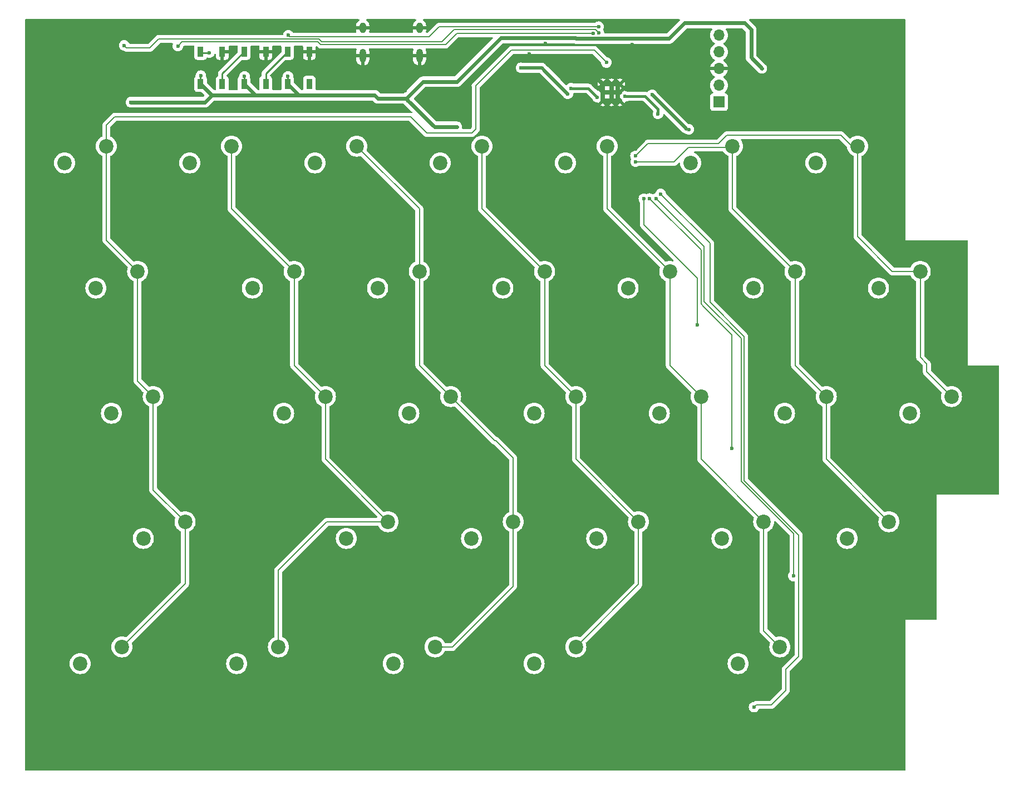
<source format=gbr>
%TF.GenerationSoftware,KiCad,Pcbnew,7.0.9*%
%TF.CreationDate,2024-01-14T19:33:28+01:00*%
%TF.ProjectId,left_pcb,6c656674-5f70-4636-922e-6b696361645f,rev?*%
%TF.SameCoordinates,Original*%
%TF.FileFunction,Copper,L1,Top*%
%TF.FilePolarity,Positive*%
%FSLAX46Y46*%
G04 Gerber Fmt 4.6, Leading zero omitted, Abs format (unit mm)*
G04 Created by KiCad (PCBNEW 7.0.9) date 2024-01-14 19:33:28*
%MOMM*%
%LPD*%
G01*
G04 APERTURE LIST*
%TA.AperFunction,ComponentPad*%
%ADD10C,2.200000*%
%TD*%
%TA.AperFunction,ComponentPad*%
%ADD11R,1.700000X1.700000*%
%TD*%
%TA.AperFunction,ComponentPad*%
%ADD12O,1.700000X1.700000*%
%TD*%
%TA.AperFunction,SMDPad,CuDef*%
%ADD13R,0.900000X1.500000*%
%TD*%
%TA.AperFunction,ComponentPad*%
%ADD14O,1.000000X1.600000*%
%TD*%
%TA.AperFunction,ComponentPad*%
%ADD15O,1.000000X2.100000*%
%TD*%
%TA.AperFunction,ComponentPad*%
%ADD16C,0.600000*%
%TD*%
%TA.AperFunction,ViaPad*%
%ADD17C,0.600000*%
%TD*%
%TA.AperFunction,Conductor*%
%ADD18C,0.635000*%
%TD*%
%TA.AperFunction,Conductor*%
%ADD19C,0.500000*%
%TD*%
%TA.AperFunction,Conductor*%
%ADD20C,0.254000*%
%TD*%
%TA.AperFunction,Conductor*%
%ADD21C,0.600000*%
%TD*%
%TA.AperFunction,Conductor*%
%ADD22C,0.381000*%
%TD*%
%TA.AperFunction,Conductor*%
%ADD23C,0.200000*%
%TD*%
G04 APERTURE END LIST*
D10*
%TO.P,SW12,1,1*%
%TO.N,/COL3*%
X-2463100Y-57540000D03*
%TO.P,SW12,2,2*%
%TO.N,Net-(D12-A)*%
X-8813100Y-60080000D03*
%TD*%
D11*
%TO.P,J2,1,Pin_1*%
%TO.N,~{RESET}*%
X43137218Y-31770000D03*
D12*
%TO.P,J2,2,Pin_2*%
%TO.N,+3.3V*%
X43137218Y-29230000D03*
%TO.P,J2,3,Pin_3*%
%TO.N,GND*%
X43137218Y-26690000D03*
%TO.P,J2,4,Pin_4*%
%TO.N,SWD*%
X43137218Y-24150000D03*
%TO.P,J2,5,Pin_5*%
%TO.N,SWCLK*%
X43137218Y-21610000D03*
%TD*%
D10*
%TO.P,SW20,1,1*%
%TO.N,/COL4*%
X21349400Y-114690000D03*
%TO.P,SW20,2,2*%
%TO.N,Net-(D20-A)*%
X14999400Y-117230000D03*
%TD*%
%TO.P,SW31,1,1*%
%TO.N,/COL7*%
X73736900Y-57540000D03*
%TO.P,SW31,2,2*%
%TO.N,Net-(D31-A)*%
X67386900Y-60080000D03*
%TD*%
%TO.P,SW27,1,1*%
%TO.N,/COL6*%
X54686900Y-57540000D03*
%TO.P,SW27,2,2*%
%TO.N,Net-(D27-A)*%
X48336900Y-60080000D03*
%TD*%
%TO.P,SW4,1,1*%
%TO.N,/COL1*%
X-38107500Y-95640000D03*
%TO.P,SW4,2,2*%
%TO.N,Net-(D4-A)*%
X-44457500Y-98180000D03*
%TD*%
%TO.P,SW7,1,1*%
%TO.N,/COL2*%
X-21513100Y-57540000D03*
%TO.P,SW7,2,2*%
%TO.N,Net-(D7-A)*%
X-27863100Y-60080000D03*
%TD*%
D13*
%TO.P,LED1,1,VDD*%
%TO.N,+5V*%
X-35740000Y-29000000D03*
%TO.P,LED1,2,DOUT*%
%TO.N,Net-(LED1-DOUT)*%
X-32440000Y-29000000D03*
%TO.P,LED1,3,VSS*%
%TO.N,GND*%
X-32440000Y-24100000D03*
%TO.P,LED1,4,DIN*%
%TO.N,Net-(LED1-DIN)*%
X-35740000Y-24100000D03*
%TD*%
D10*
%TO.P,SW6,1,1*%
%TO.N,/COL2*%
X-31038100Y-38490000D03*
%TO.P,SW6,2,2*%
%TO.N,Net-(D6-A)*%
X-37388100Y-41030000D03*
%TD*%
%TO.P,SW26,1,1*%
%TO.N,/COL6*%
X45161900Y-38490000D03*
%TO.P,SW26,2,2*%
%TO.N,Net-(D26-A)*%
X38811900Y-41030000D03*
%TD*%
%TO.P,SW29,1,1*%
%TO.N,/COL6*%
X68974400Y-95640000D03*
%TO.P,SW29,2,2*%
%TO.N,Net-(D29-A)*%
X62624400Y-98180000D03*
%TD*%
D13*
%TO.P,LED2,1,VDD*%
%TO.N,+5V*%
X-29120000Y-29000000D03*
%TO.P,LED2,2,DOUT*%
%TO.N,Net-(LED2-DOUT)*%
X-25820000Y-29000000D03*
%TO.P,LED2,3,VSS*%
%TO.N,GND*%
X-25820000Y-24100000D03*
%TO.P,LED2,4,DIN*%
%TO.N,Net-(LED1-DOUT)*%
X-29120000Y-24100000D03*
%TD*%
D10*
%TO.P,SW2,1,1*%
%TO.N,/COL1*%
X-45325100Y-57540000D03*
%TO.P,SW2,2,2*%
%TO.N,Net-(D2-A)*%
X-51675100Y-60080000D03*
%TD*%
%TO.P,SW15,1,1*%
%TO.N,/COL3*%
X-82100Y-114690000D03*
%TO.P,SW15,2,2*%
%TO.N,Net-(D15-A)*%
X-6432100Y-117230000D03*
%TD*%
%TO.P,SW17,1,1*%
%TO.N,/COL4*%
X16586900Y-57540000D03*
%TO.P,SW17,2,2*%
%TO.N,Net-(D17-A)*%
X10236900Y-60080000D03*
%TD*%
%TO.P,SW1,1,1*%
%TO.N,/COL1*%
X-50088100Y-38490000D03*
%TO.P,SW1,2,2*%
%TO.N,Net-(D1-A)*%
X-56438100Y-41030000D03*
%TD*%
%TO.P,SW11,1,1*%
%TO.N,/COL3*%
X-11988100Y-38490000D03*
%TO.P,SW11,2,2*%
%TO.N,Net-(D11-A)*%
X-18338100Y-41030000D03*
%TD*%
%TO.P,SW21,1,1*%
%TO.N,/COL5*%
X26111900Y-38490000D03*
%TO.P,SW21,2,2*%
%TO.N,Net-(D21-A)*%
X19761900Y-41030000D03*
%TD*%
%TO.P,SW13,1,1*%
%TO.N,/COL3*%
X2299400Y-76590000D03*
%TO.P,SW13,2,2*%
%TO.N,Net-(D13-A)*%
X-4050600Y-79130000D03*
%TD*%
%TO.P,SW10,1,1*%
%TO.N,/COL2*%
X-23894600Y-114690000D03*
%TO.P,SW10,2,2*%
%TO.N,Net-(D10-A)*%
X-30244600Y-117230000D03*
%TD*%
%TO.P,SW19,1,1*%
%TO.N,/COL4*%
X30874400Y-95640000D03*
%TO.P,SW19,2,2*%
%TO.N,Net-(D19-A)*%
X24524400Y-98180000D03*
%TD*%
%TO.P,SW18,1,1*%
%TO.N,/COL4*%
X21349400Y-76590000D03*
%TO.P,SW18,2,2*%
%TO.N,Net-(D18-A)*%
X14999400Y-79130000D03*
%TD*%
%TO.P,SW30,1,1*%
%TO.N,/COL7*%
X64211900Y-38490000D03*
%TO.P,SW30,2,2*%
%TO.N,Net-(D30-A)*%
X57861900Y-41030000D03*
%TD*%
%TO.P,SW9,1,1*%
%TO.N,/COL2*%
X-7225600Y-95640000D03*
%TO.P,SW9,2,2*%
%TO.N,Net-(D9-A)*%
X-13575600Y-98180000D03*
%TD*%
%TO.P,SW16,1,1*%
%TO.N,/COL4*%
X7061900Y-38490000D03*
%TO.P,SW16,2,2*%
%TO.N,Net-(D16-A)*%
X711900Y-41030000D03*
%TD*%
%TO.P,SW22,1,1*%
%TO.N,/COL5*%
X35636900Y-57540000D03*
%TO.P,SW22,2,2*%
%TO.N,Net-(D22-A)*%
X29286900Y-60080000D03*
%TD*%
%TO.P,SW25,1,1*%
%TO.N,/COL5*%
X52380000Y-114690000D03*
%TO.P,SW25,2,2*%
%TO.N,Net-(D25-A)*%
X46030000Y-117230000D03*
%TD*%
D13*
%TO.P,LED3,1,VDD*%
%TO.N,+5V*%
X-22500000Y-29000000D03*
%TO.P,LED3,2,DOUT*%
%TO.N,unconnected-(LED3-DOUT-Pad2)*%
X-19200000Y-29000000D03*
%TO.P,LED3,3,VSS*%
%TO.N,GND*%
X-19200000Y-24100000D03*
%TO.P,LED3,4,DIN*%
%TO.N,Net-(LED2-DOUT)*%
X-22500000Y-24100000D03*
%TD*%
D10*
%TO.P,SW28,1,1*%
%TO.N,/COL6*%
X59449400Y-76590000D03*
%TO.P,SW28,2,2*%
%TO.N,Net-(D28-A)*%
X53099400Y-79130000D03*
%TD*%
%TO.P,SW23,1,1*%
%TO.N,/COL5*%
X40399400Y-76590000D03*
%TO.P,SW23,2,2*%
%TO.N,Net-(D23-A)*%
X34049400Y-79130000D03*
%TD*%
%TO.P,SW8,1,1*%
%TO.N,/COL2*%
X-16750600Y-76590000D03*
%TO.P,SW8,2,2*%
%TO.N,Net-(D8-A)*%
X-23100600Y-79130000D03*
%TD*%
%TO.P,SW24,1,1*%
%TO.N,/COL5*%
X49924400Y-95640000D03*
%TO.P,SW24,2,2*%
%TO.N,Net-(D24-A)*%
X43574400Y-98180000D03*
%TD*%
%TO.P,SW32,1,1*%
%TO.N,/COL7*%
X78499400Y-76590000D03*
%TO.P,SW32,2,2*%
%TO.N,Net-(D32-A)*%
X72149400Y-79130000D03*
%TD*%
%TO.P,SW14,1,1*%
%TO.N,/COL3*%
X11824400Y-95640000D03*
%TO.P,SW14,2,2*%
%TO.N,Net-(D14-A)*%
X5474400Y-98180000D03*
%TD*%
%TO.P,SW5,1,1*%
%TO.N,/COL1*%
X-47707100Y-114690000D03*
%TO.P,SW5,2,2*%
%TO.N,Net-(D5-A)*%
X-54057100Y-117230000D03*
%TD*%
%TO.P,SW3,1,1*%
%TO.N,/COL1*%
X-42944100Y-76590000D03*
%TO.P,SW3,2,2*%
%TO.N,Net-(D3-A)*%
X-49294100Y-79130000D03*
%TD*%
D14*
%TO.P,J1,S1,SHIELD*%
%TO.N,GND*%
X-11074032Y-20505450D03*
D15*
X-11074032Y-24685450D03*
D14*
X-2434032Y-20505450D03*
D15*
X-2434032Y-24685450D03*
%TD*%
D16*
%TO.P,U3,57,GND*%
%TO.N,GND*%
X28025000Y-29025000D03*
X26750000Y-29025000D03*
X25475000Y-29025000D03*
X28025000Y-30300000D03*
X26750000Y-30300000D03*
X25475000Y-30300000D03*
X28025000Y-31575000D03*
X26750000Y-31575000D03*
X25475000Y-31575000D03*
%TD*%
D17*
%TO.N,GND*%
X36767018Y-24585000D03*
X12779893Y-32780000D03*
X-10250000Y-29000000D03*
X39434018Y-31287750D03*
X10650000Y-26800000D03*
X4651893Y-29478000D03*
X20638018Y-37256750D03*
X17097893Y-30621000D03*
X29909018Y-23032750D03*
X4255018Y-37637750D03*
X10747893Y-34177000D03*
X19050000Y-33050000D03*
X9731893Y-37098000D03*
X4651893Y-31891000D03*
X-12627782Y-27111700D03*
X-950000Y-20550000D03*
X35550000Y-27400000D03*
X-4595032Y-30048575D03*
X19114018Y-34081750D03*
X17097893Y-32526000D03*
X30400000Y-38900000D03*
X-3950000Y-20500000D03*
X16737218Y-22832700D03*
X35751018Y-31922750D03*
X44650000Y-26650000D03*
X-27450000Y-28250000D03*
X-1197782Y-27365700D03*
X12779893Y-30621000D03*
X14237218Y-24432700D03*
%TO.N,+5V*%
X-9262782Y-30732700D03*
X49650000Y-26650000D03*
X-35700000Y-27750000D03*
X-22450000Y-27850000D03*
X-46350000Y-31800000D03*
X-29050000Y-27850000D03*
X3237218Y-35532700D03*
X-4162782Y-31532700D03*
%TO.N,+1V1*%
X20622250Y-29665000D03*
X24612250Y-31033750D03*
X28849500Y-30906750D03*
X33846018Y-33573750D03*
%TO.N,/ROW3*%
X45100000Y-84500000D03*
X32550000Y-46450000D03*
%TO.N,/ROW4*%
X33550000Y-46450000D03*
X54450000Y-103900000D03*
%TO.N,/ROW5*%
X48450000Y-123850000D03*
X34250000Y-45750000D03*
%TO.N,/COL1*%
X26000000Y-25750000D03*
%TO.N,/COL6*%
X30450000Y-40850000D03*
%TO.N,/COL7*%
X30423911Y-39976089D03*
%TO.N,/ROW2*%
X39800000Y-65650000D03*
X31686393Y-46500000D03*
%TO.N,/LEFT_TX*%
X24000000Y-21300500D03*
X-39200000Y-23250000D03*
%TO.N,/LEFT_RX*%
X-47350000Y-23150000D03*
X24850000Y-21250000D03*
%TO.N,+3.3V*%
X20130018Y-30525750D03*
X38537218Y-35932700D03*
X32957018Y-30652750D03*
X13017218Y-26562700D03*
%TO.N,Net-(LED1-DIN)*%
X-34400000Y-24250000D03*
%TO.N,/LED_DATA*%
X-22400000Y-21600500D03*
X24800000Y-20300000D03*
%TD*%
D18*
%TO.N,GND*%
X25475000Y-29025000D02*
X25100000Y-28650000D01*
X25475000Y-31575000D02*
X25475000Y-29025000D01*
X28025000Y-29025000D02*
X27725000Y-29325000D01*
X27725000Y-31275000D02*
X28025000Y-31575000D01*
X25475000Y-30300000D02*
X28025000Y-30300000D01*
X27725000Y-29325000D02*
X27725000Y-31275000D01*
D19*
X44610000Y-26690000D02*
X44650000Y-26650000D01*
D18*
X28025000Y-29025000D02*
X25475000Y-29025000D01*
X28025000Y-31575000D02*
X25475000Y-31575000D01*
X26750000Y-31575000D02*
X26750000Y-29025000D01*
D19*
X43137218Y-26690000D02*
X44610000Y-26690000D01*
D20*
%TO.N,+5V*%
X-29120000Y-27920000D02*
X-29050000Y-27850000D01*
D21*
X-162782Y-35532700D02*
X3237218Y-35532700D01*
D20*
X-29120000Y-29000000D02*
X-29120000Y-27920000D01*
D21*
X35550000Y-22100000D02*
X37900000Y-19750000D01*
X-8762782Y-31232700D02*
X-9262782Y-30732700D01*
X-4162782Y-31532700D02*
X-4462782Y-31232700D01*
X-27387300Y-30732700D02*
X-29120000Y-29000000D01*
X-4162782Y-31532700D02*
X-162782Y-35532700D01*
D20*
X-22500000Y-27900000D02*
X-22450000Y-27850000D01*
D21*
X-27387300Y-30732700D02*
X-34007300Y-30732700D01*
X48000000Y-20750000D02*
X48000000Y-25000000D01*
D20*
X-22500000Y-29000000D02*
X-22500000Y-27900000D01*
D21*
X9917300Y-22032700D02*
X21282700Y-22032700D01*
X-20500000Y-30732700D02*
X-27387300Y-30732700D01*
X47000000Y-19750000D02*
X48000000Y-20750000D01*
X-20500000Y-30732700D02*
X-20767300Y-30732700D01*
X21350000Y-22100000D02*
X35550000Y-22100000D01*
X48000000Y-25000000D02*
X49650000Y-26650000D01*
D20*
X-35740000Y-29000000D02*
X-35740000Y-27790000D01*
D21*
X37900000Y-19750000D02*
X47000000Y-19750000D01*
D20*
X-35740000Y-27790000D02*
X-35700000Y-27750000D01*
D21*
X21282700Y-22032700D02*
X21350000Y-22100000D01*
X-20767300Y-30732700D02*
X-22500000Y-29000000D01*
X-9262782Y-30732700D02*
X-20500000Y-30732700D01*
X3272000Y-28678000D02*
X9917300Y-22032700D01*
X-4462782Y-31232700D02*
X-1908082Y-28678000D01*
X-34007300Y-30732700D02*
X-35074600Y-31800000D01*
X-34007300Y-30732700D02*
X-35740000Y-29000000D01*
X-1908082Y-28678000D02*
X3272000Y-28678000D01*
X-35074600Y-31800000D02*
X-46350000Y-31800000D01*
X-4462782Y-31232700D02*
X-8762782Y-31232700D01*
D22*
%TO.N,+1V1*%
X23243500Y-29665000D02*
X20622250Y-29665000D01*
X24612250Y-31033750D02*
X23243500Y-29665000D01*
X28849500Y-30906750D02*
X31897000Y-30906750D01*
X33846018Y-32855768D02*
X33846018Y-33573750D01*
X31897000Y-30906750D02*
X33846018Y-32855768D01*
D23*
%TO.N,/ROW3*%
X32550000Y-46450000D02*
X40400000Y-54300000D01*
X40400000Y-54300000D02*
X40400000Y-62500000D01*
X45100000Y-67200000D02*
X45100000Y-84500000D01*
X40800000Y-62900000D02*
X45100000Y-67200000D01*
X40400000Y-62500000D02*
X40800000Y-62900000D01*
%TO.N,/ROW4*%
X33550000Y-46450000D02*
X40850000Y-53750000D01*
X40850000Y-53750000D02*
X40850000Y-62100000D01*
X40850000Y-62100000D02*
X46500000Y-67750000D01*
X46500000Y-89500000D02*
X54450000Y-97450000D01*
X46500000Y-67750000D02*
X46500000Y-89500000D01*
X54450000Y-97450000D02*
X54450000Y-103900000D01*
X54499400Y-103850600D02*
X54450000Y-103900000D01*
%TO.N,/ROW5*%
X53300000Y-118100000D02*
X53300000Y-121300000D01*
X46950000Y-67450000D02*
X46950000Y-89384314D01*
X51100000Y-123500000D02*
X48800000Y-123500000D01*
X41750000Y-62250000D02*
X46950000Y-67450000D01*
X41750000Y-60800000D02*
X41750000Y-62250000D01*
X41750000Y-53250000D02*
X41750000Y-60800000D01*
X46950000Y-89384314D02*
X55250000Y-97684314D01*
X48800000Y-123500000D02*
X48450000Y-123850000D01*
X55250000Y-116150000D02*
X53300000Y-118100000D01*
X53300000Y-121300000D02*
X51100000Y-123500000D01*
X34250000Y-45750000D02*
X41750000Y-53250000D01*
X55250000Y-98150000D02*
X55250000Y-116150000D01*
X55250000Y-97684314D02*
X55250000Y-98150000D01*
%TO.N,/COL2*%
X-21513100Y-57540000D02*
X-21513100Y-71827500D01*
X-16750600Y-86115000D02*
X-7225600Y-95640000D01*
X-16540000Y-95640000D02*
X-23894600Y-102994600D01*
X-21513100Y-71827500D02*
X-16750600Y-76590000D01*
X-7225600Y-95640000D02*
X-16540000Y-95640000D01*
X-31038100Y-48015000D02*
X-21513100Y-57540000D01*
X-31038100Y-38490000D02*
X-31038100Y-48015000D01*
X-16750600Y-76590000D02*
X-16750600Y-86115000D01*
X-23894600Y-102994600D02*
X-23894600Y-114690000D01*
%TO.N,/COL1*%
X10500000Y-24900000D02*
X6100000Y-29300000D01*
X5550000Y-36450000D02*
X1300000Y-36450000D01*
X6100000Y-29300000D02*
X6100000Y-35900000D01*
X-38107500Y-105090400D02*
X-47707100Y-114690000D01*
X-50088100Y-52777000D02*
X-45325100Y-57540000D01*
X-45325100Y-57540000D02*
X-45325100Y-74209000D01*
X-50088100Y-35311900D02*
X-50088100Y-38490000D01*
X-43450000Y-34050000D02*
X-48850000Y-34050000D01*
X-42944100Y-90803400D02*
X-38107500Y-95640000D01*
X6100000Y-35900000D02*
X5550000Y-36450000D01*
X24082700Y-23832700D02*
X11567300Y-23832700D01*
X-1350000Y-36450000D02*
X-2700000Y-35100000D01*
X-48850000Y-34050000D02*
X-50100000Y-35300000D01*
X-23900000Y-34050000D02*
X-43450000Y-34050000D01*
X-2700000Y-35100000D02*
X-3750000Y-34050000D01*
X1300000Y-36450000D02*
X-1350000Y-36450000D01*
X24150000Y-23900000D02*
X24082700Y-23832700D01*
X-42944100Y-76590000D02*
X-42944100Y-90803400D01*
X-38107500Y-95640000D02*
X-38107500Y-105090400D01*
X-3750000Y-34050000D02*
X-23900000Y-34050000D01*
X-50100000Y-35300000D02*
X-50088100Y-35311900D01*
X-45325100Y-74209000D02*
X-42944100Y-76590000D01*
X-50088100Y-38490000D02*
X-50088100Y-52777000D01*
X26000000Y-25750000D02*
X24150000Y-23900000D01*
X11567300Y-23832700D02*
X10500000Y-24900000D01*
%TO.N,/COL3*%
X9160000Y-83290000D02*
X8999400Y-83290000D01*
X2299400Y-76590000D02*
X-2463100Y-71827500D01*
X-2463100Y-57540000D02*
X-2463100Y-48015000D01*
X-2463100Y-71827500D02*
X-2463100Y-57540000D01*
X11824400Y-95640000D02*
X11824400Y-85954400D01*
X-2463100Y-48015000D02*
X-11988100Y-38490000D01*
X11824400Y-85954400D02*
X9160000Y-83290000D01*
X11824400Y-105445600D02*
X11824400Y-95640000D01*
X2580000Y-114690000D02*
X11824400Y-105445600D01*
X-82100Y-114690000D02*
X2580000Y-114690000D01*
X8999400Y-83290000D02*
X2299400Y-76590000D01*
%TO.N,/COL4*%
X21349400Y-86115000D02*
X30874400Y-95640000D01*
X16586900Y-57540000D02*
X16586900Y-71827500D01*
X21349400Y-76590000D02*
X21349400Y-86115000D01*
X7061900Y-38490000D02*
X7061900Y-48015000D01*
X30874400Y-105165000D02*
X21349400Y-114690000D01*
X16586900Y-71827500D02*
X21349400Y-76590000D01*
X30874400Y-95640000D02*
X30874400Y-105165000D01*
X7061900Y-48015000D02*
X16586900Y-57540000D01*
%TO.N,/COL5*%
X26111900Y-38490000D02*
X26111900Y-48015000D01*
X40399400Y-76590000D02*
X40399400Y-86115000D01*
X35636900Y-57540000D02*
X35636900Y-71827500D01*
X40399400Y-86115000D02*
X49924400Y-95640000D01*
X35636900Y-71827500D02*
X40399400Y-76590000D01*
X49924400Y-112234400D02*
X52380000Y-114690000D01*
X49924400Y-95640000D02*
X49924400Y-112234400D01*
X26111900Y-48015000D02*
X35636900Y-57540000D01*
%TO.N,/COL6*%
X59449400Y-86115000D02*
X68974400Y-95640000D01*
X45161900Y-38490000D02*
X45161900Y-48015000D01*
X54686900Y-57540000D02*
X54686900Y-71827500D01*
X59449400Y-76590000D02*
X59449400Y-86115000D01*
X54686900Y-71827500D02*
X59449400Y-76590000D01*
X44951900Y-38700000D02*
X45161900Y-38490000D01*
X38450000Y-38700000D02*
X44951900Y-38700000D01*
X36300000Y-40850000D02*
X38450000Y-38700000D01*
X45161900Y-48015000D02*
X54686900Y-57540000D01*
X30450000Y-40850000D02*
X36300000Y-40850000D01*
%TO.N,/COL7*%
X78499400Y-76590000D02*
X74750000Y-72840600D01*
X63340000Y-38490000D02*
X64211900Y-38490000D01*
X32300000Y-38100000D02*
X32500000Y-38100000D01*
X43050000Y-38100000D02*
X44350000Y-36800000D01*
X74750000Y-72840600D02*
X74750000Y-71640000D01*
X74750000Y-71640000D02*
X73736900Y-70626900D01*
X69500000Y-57540000D02*
X64211900Y-52251900D01*
X30300000Y-40100000D02*
X32300000Y-38100000D01*
X61650000Y-36800000D02*
X63340000Y-38490000D01*
X32500000Y-38100000D02*
X43050000Y-38100000D01*
X73736900Y-57540000D02*
X69500000Y-57540000D01*
X64211900Y-52251900D02*
X64211900Y-38490000D01*
X73736900Y-70626900D02*
X73736900Y-57540000D01*
X44350000Y-36800000D02*
X61650000Y-36800000D01*
%TO.N,/ROW2*%
X39850000Y-65600000D02*
X39800000Y-65650000D01*
X39850000Y-58600000D02*
X39850000Y-65600000D01*
X31686393Y-46500000D02*
X31686393Y-50436393D01*
X31686393Y-50436393D02*
X39850000Y-58600000D01*
%TO.N,/LEFT_TX*%
X-17900000Y-22600000D02*
X-37850000Y-22600000D01*
X1550000Y-23000000D02*
X-7400000Y-23000000D01*
X24000000Y-21300500D02*
X3249500Y-21300500D01*
X-7400000Y-23000000D02*
X-17500000Y-23000000D01*
X-37850000Y-22600000D02*
X-38550000Y-22600000D01*
X-17500000Y-23000000D02*
X-17900000Y-22600000D01*
X-38550000Y-22600000D02*
X-39200000Y-23250000D01*
X3249500Y-21300500D02*
X1550000Y-23000000D01*
%TO.N,/LEFT_RX*%
X-47000000Y-23500000D02*
X-47350000Y-23150000D01*
X-6900000Y-22600000D02*
X-17334314Y-22600000D01*
X-43450000Y-23500000D02*
X-47000000Y-23500000D01*
X-17334314Y-22600000D02*
X-17617157Y-22317157D01*
X-17734315Y-22200000D02*
X-42150000Y-22200000D01*
X24850000Y-21250000D02*
X24300500Y-20700500D01*
X-17617157Y-22317157D02*
X-17734315Y-22200000D01*
X950000Y-22600000D02*
X-6900000Y-22600000D01*
X-42150000Y-22200000D02*
X-43450000Y-23500000D01*
X2849500Y-20700500D02*
X950000Y-22600000D01*
X24300500Y-20700500D02*
X2849500Y-20700500D01*
D19*
%TO.N,+3.3V*%
X38037007Y-35732739D02*
X38037018Y-35732739D01*
X16566968Y-26962450D02*
X16167218Y-26562700D01*
X20130018Y-30525750D02*
X16566968Y-26962700D01*
X32957018Y-30652750D02*
X38037007Y-35732739D01*
X16566968Y-26962700D02*
X16566968Y-26962450D01*
X16167218Y-26562700D02*
X13017218Y-26562700D01*
X38037018Y-35732739D02*
X38164029Y-35859750D01*
D20*
%TO.N,Net-(LED1-DOUT)*%
X-32440000Y-29000000D02*
X-32440000Y-27420000D01*
X-32440000Y-27420000D02*
X-29120000Y-24100000D01*
%TO.N,Net-(LED1-DIN)*%
X-34400000Y-24250000D02*
X-35590000Y-24250000D01*
X-35590000Y-24250000D02*
X-35740000Y-24100000D01*
%TO.N,Net-(LED2-DOUT)*%
X-25820000Y-27420000D02*
X-22500000Y-24100000D01*
X-25820000Y-29000000D02*
X-25820000Y-27420000D01*
D23*
%TO.N,/LED_DATA*%
X-22400000Y-21600500D02*
X-22200500Y-21800000D01*
X-22200500Y-21800000D02*
X-950000Y-21800000D01*
X-950000Y-21800000D02*
X550000Y-20300000D01*
X550000Y-20300000D02*
X24800000Y-20300000D01*
%TD*%
%TA.AperFunction,Conductor*%
%TO.N,GND*%
G36*
X-11638330Y-19170185D02*
G01*
X-11592575Y-19222989D01*
X-11582631Y-19292147D01*
X-11611656Y-19355703D01*
X-11639777Y-19379732D01*
X-11689300Y-19410599D01*
X-11836701Y-19550714D01*
X-11836702Y-19550716D01*
X-11952889Y-19717645D01*
X-12033092Y-19904542D01*
X-12074032Y-20103759D01*
X-12074032Y-20255450D01*
X-11374032Y-20255450D01*
X-11374032Y-20755450D01*
X-12074032Y-20755450D01*
X-12074032Y-20856163D01*
X-12058614Y-21007786D01*
X-12049015Y-21038378D01*
X-12047727Y-21108236D01*
X-12084412Y-21167701D01*
X-12147422Y-21197892D01*
X-12167328Y-21199500D01*
X-21638024Y-21199500D01*
X-21705063Y-21179815D01*
X-21743017Y-21141473D01*
X-21764941Y-21106582D01*
X-21770184Y-21098238D01*
X-21897738Y-20970684D01*
X-21905008Y-20966116D01*
X-22050477Y-20874711D01*
X-22220746Y-20815131D01*
X-22220751Y-20815130D01*
X-22399996Y-20794935D01*
X-22400004Y-20794935D01*
X-22579250Y-20815130D01*
X-22579255Y-20815131D01*
X-22749524Y-20874711D01*
X-22902263Y-20970684D01*
X-23029816Y-21098237D01*
X-23125789Y-21250976D01*
X-23185369Y-21421245D01*
X-23185370Y-21421249D01*
X-23193046Y-21489384D01*
X-23220113Y-21553798D01*
X-23277707Y-21593353D01*
X-23316266Y-21599500D01*
X-42106572Y-21599500D01*
X-42114671Y-21598969D01*
X-42150000Y-21594318D01*
X-42196957Y-21600500D01*
X-42306761Y-21614955D01*
X-42306763Y-21614956D01*
X-42452843Y-21675464D01*
X-42578281Y-21771716D01*
X-42599981Y-21799994D01*
X-42605333Y-21806096D01*
X-43143670Y-22344435D01*
X-43662416Y-22863181D01*
X-43723739Y-22896666D01*
X-43750097Y-22899500D01*
X-46501579Y-22899500D01*
X-46568618Y-22879815D01*
X-46614373Y-22827011D01*
X-46618621Y-22816454D01*
X-46623777Y-22801719D01*
X-46624211Y-22800478D01*
X-46720184Y-22647738D01*
X-46847738Y-22520184D01*
X-46909459Y-22481402D01*
X-47000477Y-22424211D01*
X-47170746Y-22364631D01*
X-47170751Y-22364630D01*
X-47349996Y-22344435D01*
X-47350004Y-22344435D01*
X-47529250Y-22364630D01*
X-47529255Y-22364631D01*
X-47699524Y-22424211D01*
X-47852263Y-22520184D01*
X-47979816Y-22647737D01*
X-48075789Y-22800476D01*
X-48135369Y-22970745D01*
X-48135370Y-22970750D01*
X-48155565Y-23149996D01*
X-48155565Y-23150003D01*
X-48135370Y-23329249D01*
X-48135369Y-23329254D01*
X-48075789Y-23499523D01*
X-48012955Y-23599522D01*
X-47979816Y-23652262D01*
X-47852262Y-23779816D01*
X-47699522Y-23875789D01*
X-47529255Y-23935368D01*
X-47434332Y-23946062D01*
X-47372732Y-23970906D01*
X-47359969Y-23980700D01*
X-47302841Y-24024536D01*
X-47302838Y-24024537D01*
X-47302837Y-24024538D01*
X-47276688Y-24035369D01*
X-47156762Y-24085044D01*
X-47078381Y-24095363D01*
X-47000001Y-24105682D01*
X-47000000Y-24105682D01*
X-46964671Y-24101030D01*
X-46956572Y-24100500D01*
X-43493428Y-24100500D01*
X-43485330Y-24101030D01*
X-43450000Y-24105682D01*
X-43449999Y-24105682D01*
X-43397746Y-24098802D01*
X-43293238Y-24085044D01*
X-43147159Y-24024536D01*
X-43090031Y-23980700D01*
X-43021718Y-23928282D01*
X-43000016Y-23899998D01*
X-42994690Y-23893923D01*
X-41937584Y-22836819D01*
X-41876261Y-22803334D01*
X-41849903Y-22800500D01*
X-40065567Y-22800500D01*
X-39998528Y-22820185D01*
X-39952773Y-22872989D01*
X-39942829Y-22942147D01*
X-39948526Y-22965455D01*
X-39985367Y-23070737D01*
X-39985370Y-23070750D01*
X-40005565Y-23249996D01*
X-40005565Y-23250003D01*
X-39985370Y-23429249D01*
X-39985369Y-23429254D01*
X-39925789Y-23599523D01*
X-39871235Y-23686344D01*
X-39829816Y-23752262D01*
X-39702262Y-23879816D01*
X-39669375Y-23900480D01*
X-39551122Y-23974784D01*
X-39549522Y-23975789D01*
X-39412180Y-24023847D01*
X-39379255Y-24035368D01*
X-39379250Y-24035369D01*
X-39200004Y-24055565D01*
X-39200000Y-24055565D01*
X-39199996Y-24055565D01*
X-39020751Y-24035369D01*
X-39020748Y-24035368D01*
X-39020745Y-24035368D01*
X-38850478Y-23975789D01*
X-38697738Y-23879816D01*
X-38570184Y-23752262D01*
X-38474211Y-23599522D01*
X-38414632Y-23429255D01*
X-38404839Y-23342330D01*
X-38377774Y-23277920D01*
X-38369299Y-23268533D01*
X-38337582Y-23236817D01*
X-38276258Y-23203333D01*
X-38249902Y-23200500D01*
X-37889361Y-23200500D01*
X-36814500Y-23200500D01*
X-36747461Y-23220185D01*
X-36701706Y-23272989D01*
X-36690500Y-23324500D01*
X-36690500Y-24897870D01*
X-36690499Y-24897876D01*
X-36684092Y-24957483D01*
X-36633798Y-25092328D01*
X-36633794Y-25092335D01*
X-36547548Y-25207544D01*
X-36547545Y-25207547D01*
X-36432336Y-25293793D01*
X-36432329Y-25293797D01*
X-36297483Y-25344091D01*
X-36297484Y-25344091D01*
X-36290556Y-25344835D01*
X-36237873Y-25350500D01*
X-35242128Y-25350499D01*
X-35182517Y-25344091D01*
X-35047669Y-25293796D01*
X-34932454Y-25207546D01*
X-34846204Y-25092331D01*
X-34846203Y-25092328D01*
X-34846202Y-25092327D01*
X-34839053Y-25073158D01*
X-34797184Y-25017223D01*
X-34731720Y-24992803D01*
X-34681915Y-24999446D01*
X-34579263Y-25035366D01*
X-34579257Y-25035367D01*
X-34579255Y-25035368D01*
X-34579254Y-25035368D01*
X-34579250Y-25035369D01*
X-34400004Y-25055565D01*
X-34400000Y-25055565D01*
X-34399996Y-25055565D01*
X-34220751Y-25035369D01*
X-34220748Y-25035368D01*
X-34220745Y-25035368D01*
X-34050478Y-24975789D01*
X-33897738Y-24879816D01*
X-33770184Y-24752262D01*
X-33674211Y-24599522D01*
X-33631042Y-24476151D01*
X-33590320Y-24419376D01*
X-33525367Y-24393629D01*
X-33456806Y-24407085D01*
X-33406403Y-24455472D01*
X-33390000Y-24517107D01*
X-33390000Y-24897844D01*
X-33383599Y-24957372D01*
X-33383597Y-24957379D01*
X-33333355Y-25092086D01*
X-33333351Y-25092093D01*
X-33247191Y-25207187D01*
X-33247188Y-25207190D01*
X-33132094Y-25293350D01*
X-33132087Y-25293354D01*
X-32997380Y-25343596D01*
X-32997373Y-25343598D01*
X-32937845Y-25349999D01*
X-32937828Y-25350000D01*
X-32690000Y-25350000D01*
X-32690000Y-24350000D01*
X-32190000Y-24350000D01*
X-32190000Y-25350000D01*
X-31942172Y-25350000D01*
X-31942156Y-25349999D01*
X-31882628Y-25343598D01*
X-31882621Y-25343596D01*
X-31747914Y-25293354D01*
X-31747907Y-25293350D01*
X-31632813Y-25207190D01*
X-31632810Y-25207187D01*
X-31546650Y-25092093D01*
X-31546646Y-25092086D01*
X-31496404Y-24957379D01*
X-31496402Y-24957372D01*
X-31490001Y-24897844D01*
X-31490000Y-24897827D01*
X-31490000Y-24350000D01*
X-32190000Y-24350000D01*
X-32690000Y-24350000D01*
X-32690000Y-23974000D01*
X-32670315Y-23906961D01*
X-32617511Y-23861206D01*
X-32566000Y-23850000D01*
X-31490000Y-23850000D01*
X-31490000Y-23324500D01*
X-31470315Y-23257461D01*
X-31417511Y-23211706D01*
X-31366000Y-23200500D01*
X-30194500Y-23200500D01*
X-30127461Y-23220185D01*
X-30081706Y-23272989D01*
X-30070500Y-23324500D01*
X-30070500Y-24111718D01*
X-30090185Y-24178757D01*
X-30106819Y-24199399D01*
X-32825047Y-26917626D01*
X-32837331Y-26927469D01*
X-32837151Y-26927687D01*
X-32843162Y-26932659D01*
X-32890678Y-26983258D01*
X-32911625Y-27004205D01*
X-32915894Y-27009709D01*
X-32919685Y-27014147D01*
X-32951692Y-27048230D01*
X-32951695Y-27048234D01*
X-32961394Y-27065877D01*
X-32972072Y-27082133D01*
X-32984406Y-27098034D01*
X-32984411Y-27098042D01*
X-33002975Y-27140943D01*
X-33005546Y-27146191D01*
X-33028073Y-27187167D01*
X-33033080Y-27206668D01*
X-33039379Y-27225064D01*
X-33046107Y-27240612D01*
X-33047375Y-27243544D01*
X-33047376Y-27243546D01*
X-33054688Y-27289716D01*
X-33055873Y-27295438D01*
X-33067500Y-27340723D01*
X-33067500Y-27360858D01*
X-33069027Y-27380255D01*
X-33072175Y-27400133D01*
X-33072142Y-27400478D01*
X-33067775Y-27446677D01*
X-33067500Y-27452515D01*
X-33067500Y-27697230D01*
X-33087185Y-27764269D01*
X-33125758Y-27800184D01*
X-33125231Y-27800888D01*
X-33131769Y-27805782D01*
X-33132065Y-27806058D01*
X-33132332Y-27806203D01*
X-33247545Y-27892452D01*
X-33247548Y-27892455D01*
X-33333794Y-28007664D01*
X-33333798Y-28007671D01*
X-33384092Y-28142517D01*
X-33390499Y-28202116D01*
X-33390499Y-28202123D01*
X-33390500Y-28202135D01*
X-33390500Y-29797870D01*
X-33390321Y-29801195D01*
X-33391926Y-29801280D01*
X-33403282Y-29863828D01*
X-33450950Y-29914912D01*
X-33514104Y-29932200D01*
X-33624360Y-29932200D01*
X-33691399Y-29912515D01*
X-33712041Y-29895881D01*
X-34753182Y-28854740D01*
X-34786667Y-28793417D01*
X-34789501Y-28767059D01*
X-34789501Y-28202129D01*
X-34789502Y-28202123D01*
X-34789503Y-28202116D01*
X-34795909Y-28142517D01*
X-34826213Y-28061269D01*
X-34846203Y-28007671D01*
X-34846205Y-28007668D01*
X-34846208Y-28007664D01*
X-34883904Y-27957309D01*
X-34908321Y-27891845D01*
X-34907858Y-27869122D01*
X-34894435Y-27750000D01*
X-34894436Y-27749995D01*
X-34914631Y-27570750D01*
X-34914632Y-27570745D01*
X-34939007Y-27501086D01*
X-34974211Y-27400478D01*
X-34979384Y-27392246D01*
X-35017183Y-27332089D01*
X-35070184Y-27247738D01*
X-35197738Y-27120184D01*
X-35232989Y-27098034D01*
X-35350477Y-27024211D01*
X-35520746Y-26964631D01*
X-35520751Y-26964630D01*
X-35699996Y-26944435D01*
X-35700004Y-26944435D01*
X-35879250Y-26964630D01*
X-35879255Y-26964631D01*
X-36049524Y-27024211D01*
X-36202263Y-27120184D01*
X-36329816Y-27247737D01*
X-36425789Y-27400476D01*
X-36485369Y-27570745D01*
X-36485370Y-27570750D01*
X-36505565Y-27749995D01*
X-36505565Y-27749996D01*
X-36505565Y-27750000D01*
X-36504899Y-27755908D01*
X-36501981Y-27781809D01*
X-36514037Y-27850631D01*
X-36542541Y-27884919D01*
X-36541276Y-27886184D01*
X-36547548Y-27892455D01*
X-36633794Y-28007664D01*
X-36633798Y-28007671D01*
X-36684092Y-28142517D01*
X-36690499Y-28202116D01*
X-36690499Y-28202123D01*
X-36690500Y-28202135D01*
X-36690500Y-29797870D01*
X-36690499Y-29797876D01*
X-36684092Y-29857483D01*
X-36633798Y-29992328D01*
X-36633794Y-29992335D01*
X-36547548Y-30107544D01*
X-36547545Y-30107547D01*
X-36432336Y-30193793D01*
X-36432329Y-30193797D01*
X-36391983Y-30208845D01*
X-36297483Y-30244091D01*
X-36237873Y-30250500D01*
X-35672941Y-30250499D01*
X-35605902Y-30270183D01*
X-35585260Y-30286818D01*
X-35227059Y-30645019D01*
X-35193574Y-30706342D01*
X-35198558Y-30776034D01*
X-35227059Y-30820381D01*
X-35369859Y-30963181D01*
X-35431182Y-30996666D01*
X-35457540Y-30999500D01*
X-46301564Y-30999500D01*
X-46308503Y-30999110D01*
X-46337401Y-30995854D01*
X-46349998Y-30994435D01*
X-46350004Y-30994435D01*
X-46529250Y-31014630D01*
X-46529255Y-31014631D01*
X-46699524Y-31074211D01*
X-46852263Y-31170184D01*
X-46979816Y-31297737D01*
X-47075789Y-31450476D01*
X-47135369Y-31620745D01*
X-47135370Y-31620750D01*
X-47155565Y-31799996D01*
X-47155565Y-31800003D01*
X-47135370Y-31979249D01*
X-47135369Y-31979254D01*
X-47075789Y-32149523D01*
X-46986478Y-32291660D01*
X-46979816Y-32302262D01*
X-46852262Y-32429816D01*
X-46769067Y-32482091D01*
X-46740236Y-32500207D01*
X-46699522Y-32525789D01*
X-46529258Y-32585367D01*
X-46529255Y-32585368D01*
X-46529250Y-32585369D01*
X-46350004Y-32605565D01*
X-46350000Y-32605565D01*
X-46349998Y-32605565D01*
X-46337401Y-32604145D01*
X-46308503Y-32600889D01*
X-46301564Y-32600500D01*
X-34984406Y-32600500D01*
X-34943695Y-32591208D01*
X-34936840Y-32590043D01*
X-34895345Y-32585368D01*
X-34855920Y-32571571D01*
X-34849279Y-32569658D01*
X-34808539Y-32560360D01*
X-34770907Y-32542236D01*
X-34764495Y-32539580D01*
X-34725078Y-32525789D01*
X-34689711Y-32503565D01*
X-34683639Y-32500209D01*
X-34646013Y-32482091D01*
X-34613364Y-32456052D01*
X-34607705Y-32452037D01*
X-34572338Y-32429816D01*
X-34444784Y-32302262D01*
X-33712041Y-31569519D01*
X-33650718Y-31536034D01*
X-33624360Y-31533200D01*
X-27477494Y-31533200D01*
X-27432254Y-31533200D01*
X-20857494Y-31533200D01*
X-20812254Y-31533200D01*
X-20544954Y-31533200D01*
X-9645722Y-31533200D01*
X-9578683Y-31552885D01*
X-9558041Y-31569519D01*
X-9265043Y-31862517D01*
X-9265040Y-31862519D01*
X-9229693Y-31884729D01*
X-9224019Y-31888755D01*
X-9191825Y-31914428D01*
X-9191368Y-31914792D01*
X-9178531Y-31920974D01*
X-9153749Y-31932909D01*
X-9147660Y-31936274D01*
X-9112311Y-31958485D01*
X-9112308Y-31958486D01*
X-9112304Y-31958489D01*
X-9072883Y-31972283D01*
X-9066475Y-31974938D01*
X-9028843Y-31993060D01*
X-8988141Y-32002350D01*
X-8981454Y-32004276D01*
X-8942040Y-32018067D01*
X-8942037Y-32018068D01*
X-8900541Y-32022743D01*
X-8893689Y-32023907D01*
X-8852976Y-32033200D01*
X-8807736Y-32033200D01*
X-4845722Y-32033200D01*
X-4778683Y-32052885D01*
X-4758041Y-32069519D01*
X-3585937Y-33241623D01*
X-3552452Y-33302946D01*
X-3557436Y-33372638D01*
X-3599308Y-33428571D01*
X-3664772Y-33452988D01*
X-3689803Y-33452243D01*
X-3749999Y-33444318D01*
X-3750000Y-33444318D01*
X-3785330Y-33448969D01*
X-3793428Y-33449500D01*
X-48806572Y-33449500D01*
X-48814671Y-33448969D01*
X-48850000Y-33444318D01*
X-48850001Y-33444318D01*
X-49006761Y-33464955D01*
X-49006763Y-33464956D01*
X-49152843Y-33525464D01*
X-49278281Y-33621716D01*
X-49299981Y-33649994D01*
X-49305332Y-33656096D01*
X-50493904Y-34844668D01*
X-50500006Y-34850019D01*
X-50528284Y-34871718D01*
X-50591165Y-34953667D01*
X-50615289Y-34985108D01*
X-50619913Y-34991133D01*
X-50624536Y-34997158D01*
X-50685044Y-35143237D01*
X-50685045Y-35143239D01*
X-50705682Y-35299998D01*
X-50705682Y-35300000D01*
X-50689131Y-35425715D01*
X-50688600Y-35433817D01*
X-50688600Y-36923511D01*
X-50708285Y-36990550D01*
X-50761089Y-37036305D01*
X-50765147Y-37038072D01*
X-50816960Y-37059533D01*
X-51031754Y-37191160D01*
X-51031757Y-37191161D01*
X-51223324Y-37354776D01*
X-51386939Y-37546343D01*
X-51386940Y-37546346D01*
X-51518567Y-37761140D01*
X-51614974Y-37993889D01*
X-51673783Y-38238848D01*
X-51693549Y-38490000D01*
X-51673783Y-38741151D01*
X-51614974Y-38986110D01*
X-51518567Y-39218859D01*
X-51386940Y-39433653D01*
X-51386939Y-39433656D01*
X-51376259Y-39446160D01*
X-51223324Y-39625224D01*
X-51099289Y-39731160D01*
X-51031757Y-39788838D01*
X-51031754Y-39788839D01*
X-50858882Y-39894776D01*
X-50816959Y-39920466D01*
X-50765147Y-39941927D01*
X-50710745Y-39985765D01*
X-50688679Y-40052059D01*
X-50688600Y-40056487D01*
X-50688600Y-52733571D01*
X-50689131Y-52741669D01*
X-50693782Y-52777000D01*
X-50688600Y-52816361D01*
X-50687895Y-52821718D01*
X-50673145Y-52933760D01*
X-50673144Y-52933762D01*
X-50612636Y-53079841D01*
X-50516382Y-53205282D01*
X-50488105Y-53226980D01*
X-50482015Y-53232320D01*
X-47923365Y-55790970D01*
X-46857393Y-56856942D01*
X-46823908Y-56918265D01*
X-46828892Y-56987957D01*
X-46830512Y-56992073D01*
X-46851973Y-57043886D01*
X-46851973Y-57043887D01*
X-46910783Y-57288848D01*
X-46930549Y-57540000D01*
X-46910783Y-57791151D01*
X-46851974Y-58036110D01*
X-46755567Y-58268859D01*
X-46623940Y-58483653D01*
X-46623939Y-58483656D01*
X-46568496Y-58548571D01*
X-46460324Y-58675224D01*
X-46336289Y-58781160D01*
X-46268757Y-58838838D01*
X-46268754Y-58838839D01*
X-46095882Y-58944776D01*
X-46053959Y-58970466D01*
X-46002147Y-58991927D01*
X-45947745Y-59035765D01*
X-45925679Y-59102059D01*
X-45925600Y-59106487D01*
X-45925600Y-74165571D01*
X-45926131Y-74173673D01*
X-45930782Y-74208999D01*
X-45930782Y-74209000D01*
X-45925600Y-74248360D01*
X-45910145Y-74365760D01*
X-45910144Y-74365762D01*
X-45849636Y-74511841D01*
X-45753382Y-74637282D01*
X-45725105Y-74658980D01*
X-45719015Y-74664320D01*
X-44736995Y-75646341D01*
X-44476393Y-75906943D01*
X-44442908Y-75968266D01*
X-44447892Y-76037958D01*
X-44449512Y-76042075D01*
X-44470974Y-76093889D01*
X-44529783Y-76338848D01*
X-44549549Y-76590000D01*
X-44529783Y-76841151D01*
X-44470974Y-77086110D01*
X-44374567Y-77318859D01*
X-44242940Y-77533653D01*
X-44242939Y-77533656D01*
X-44187496Y-77598571D01*
X-44079324Y-77725224D01*
X-43955289Y-77831160D01*
X-43887757Y-77888838D01*
X-43887754Y-77888839D01*
X-43714882Y-77994776D01*
X-43672959Y-78020466D01*
X-43621147Y-78041927D01*
X-43566745Y-78085765D01*
X-43544679Y-78152059D01*
X-43544600Y-78156487D01*
X-43544600Y-90759971D01*
X-43545131Y-90768073D01*
X-43549782Y-90803399D01*
X-43549782Y-90803400D01*
X-43544600Y-90842760D01*
X-43529145Y-90960160D01*
X-43529144Y-90960162D01*
X-43468636Y-91106241D01*
X-43372382Y-91231682D01*
X-43344105Y-91253380D01*
X-43338015Y-91258720D01*
X-40771416Y-93825319D01*
X-39639793Y-94956942D01*
X-39606308Y-95018265D01*
X-39611292Y-95087957D01*
X-39612912Y-95092073D01*
X-39634373Y-95143886D01*
X-39634373Y-95143887D01*
X-39693183Y-95388848D01*
X-39712949Y-95640000D01*
X-39693183Y-95891151D01*
X-39634374Y-96136110D01*
X-39537967Y-96368859D01*
X-39406340Y-96583653D01*
X-39406339Y-96583656D01*
X-39350896Y-96648571D01*
X-39242724Y-96775224D01*
X-39118689Y-96881160D01*
X-39051157Y-96938838D01*
X-39051154Y-96938839D01*
X-38878282Y-97044776D01*
X-38836359Y-97070466D01*
X-38784547Y-97091927D01*
X-38730145Y-97135765D01*
X-38708079Y-97202059D01*
X-38708000Y-97206487D01*
X-38708000Y-104790302D01*
X-38727685Y-104857341D01*
X-38744319Y-104877983D01*
X-47024044Y-113157707D01*
X-47085367Y-113191192D01*
X-47155059Y-113186208D01*
X-47159177Y-113184587D01*
X-47210987Y-113163127D01*
X-47455949Y-113104317D01*
X-47707100Y-113084551D01*
X-47958252Y-113104317D01*
X-48203211Y-113163126D01*
X-48435960Y-113259533D01*
X-48650754Y-113391160D01*
X-48650757Y-113391161D01*
X-48842324Y-113554776D01*
X-49005939Y-113746343D01*
X-49005940Y-113746346D01*
X-49137567Y-113961140D01*
X-49233974Y-114193889D01*
X-49292783Y-114438848D01*
X-49312549Y-114690000D01*
X-49292783Y-114941151D01*
X-49233974Y-115186110D01*
X-49137567Y-115418859D01*
X-49005940Y-115633653D01*
X-49005939Y-115633656D01*
X-48950496Y-115698571D01*
X-48842324Y-115825224D01*
X-48694034Y-115951875D01*
X-48650757Y-115988838D01*
X-48650754Y-115988839D01*
X-48435960Y-116120466D01*
X-48269634Y-116189360D01*
X-48203211Y-116216873D01*
X-47958248Y-116275683D01*
X-47707100Y-116295449D01*
X-47455952Y-116275683D01*
X-47210989Y-116216873D01*
X-46978241Y-116120466D01*
X-46763441Y-115988836D01*
X-46571876Y-115825224D01*
X-46408264Y-115633659D01*
X-46276634Y-115418859D01*
X-46180227Y-115186111D01*
X-46121417Y-114941148D01*
X-46101651Y-114690000D01*
X-46121417Y-114438852D01*
X-46180227Y-114193889D01*
X-46201690Y-114142073D01*
X-46209158Y-114072607D01*
X-46177884Y-114010128D01*
X-46174837Y-114006970D01*
X-37713578Y-105545711D01*
X-37707501Y-105540383D01*
X-37679218Y-105518682D01*
X-37582964Y-105393241D01*
X-37522456Y-105247162D01*
X-37511639Y-105165000D01*
X-37501817Y-105090400D01*
X-37506469Y-105055065D01*
X-37507000Y-105046963D01*
X-37507000Y-97206487D01*
X-37487315Y-97139448D01*
X-37434511Y-97093693D01*
X-37430498Y-97091945D01*
X-37378641Y-97070466D01*
X-37163841Y-96938836D01*
X-36972276Y-96775224D01*
X-36808664Y-96583659D01*
X-36677034Y-96368859D01*
X-36580627Y-96136111D01*
X-36521817Y-95891148D01*
X-36502051Y-95640000D01*
X-36521817Y-95388852D01*
X-36580627Y-95143889D01*
X-36617464Y-95054956D01*
X-36677034Y-94911140D01*
X-36808661Y-94696346D01*
X-36808662Y-94696343D01*
X-36845625Y-94653066D01*
X-36972276Y-94504776D01*
X-37098929Y-94396604D01*
X-37163844Y-94341161D01*
X-37163847Y-94341160D01*
X-37378641Y-94209533D01*
X-37611390Y-94113126D01*
X-37856349Y-94054317D01*
X-38107500Y-94034551D01*
X-38358652Y-94054317D01*
X-38603613Y-94113127D01*
X-38603614Y-94113127D01*
X-38655427Y-94134588D01*
X-38724896Y-94142055D01*
X-38787375Y-94110779D01*
X-38790558Y-94107707D01*
X-42307281Y-90590984D01*
X-42340766Y-90529661D01*
X-42343600Y-90503303D01*
X-42343600Y-79130000D01*
X-24706049Y-79130000D01*
X-24686283Y-79381151D01*
X-24627474Y-79626110D01*
X-24531067Y-79858859D01*
X-24399440Y-80073653D01*
X-24399439Y-80073656D01*
X-24399436Y-80073659D01*
X-24235824Y-80265224D01*
X-24087534Y-80391875D01*
X-24044257Y-80428838D01*
X-24044254Y-80428839D01*
X-23829460Y-80560466D01*
X-23596711Y-80656873D01*
X-23351748Y-80715683D01*
X-23100600Y-80735449D01*
X-22849452Y-80715683D01*
X-22604489Y-80656873D01*
X-22371741Y-80560466D01*
X-22156941Y-80428836D01*
X-21965376Y-80265224D01*
X-21801764Y-80073659D01*
X-21670134Y-79858859D01*
X-21573727Y-79626111D01*
X-21514917Y-79381148D01*
X-21495151Y-79130000D01*
X-21514917Y-78878852D01*
X-21573727Y-78633889D01*
X-21670134Y-78401141D01*
X-21670134Y-78401140D01*
X-21801761Y-78186346D01*
X-21801762Y-78186343D01*
X-21856467Y-78122292D01*
X-21965376Y-77994776D01*
X-22092029Y-77886604D01*
X-22156944Y-77831161D01*
X-22156947Y-77831160D01*
X-22371741Y-77699533D01*
X-22604490Y-77603126D01*
X-22849449Y-77544317D01*
X-23100600Y-77524551D01*
X-23351752Y-77544317D01*
X-23596711Y-77603126D01*
X-23829460Y-77699533D01*
X-24044254Y-77831160D01*
X-24044257Y-77831161D01*
X-24235824Y-77994776D01*
X-24399439Y-78186343D01*
X-24399440Y-78186346D01*
X-24531067Y-78401140D01*
X-24627474Y-78633889D01*
X-24686283Y-78878848D01*
X-24706049Y-79130000D01*
X-42343600Y-79130000D01*
X-42343600Y-78156487D01*
X-42323915Y-78089448D01*
X-42271111Y-78043693D01*
X-42267098Y-78041945D01*
X-42215241Y-78020466D01*
X-42000441Y-77888836D01*
X-41808876Y-77725224D01*
X-41645264Y-77533659D01*
X-41513634Y-77318859D01*
X-41417227Y-77086111D01*
X-41358417Y-76841148D01*
X-41338651Y-76590000D01*
X-41358417Y-76338852D01*
X-41417227Y-76093889D01*
X-41440395Y-76037957D01*
X-41513634Y-75861140D01*
X-41645261Y-75646346D01*
X-41645262Y-75646343D01*
X-41682225Y-75603066D01*
X-41808876Y-75454776D01*
X-41935529Y-75346604D01*
X-42000444Y-75291161D01*
X-42000447Y-75291160D01*
X-42215241Y-75159533D01*
X-42447990Y-75063126D01*
X-42692949Y-75004317D01*
X-42944100Y-74984551D01*
X-43195252Y-75004317D01*
X-43440211Y-75063126D01*
X-43492025Y-75084588D01*
X-43561494Y-75092055D01*
X-43623973Y-75060780D01*
X-43627157Y-75057707D01*
X-44688281Y-73996583D01*
X-44721766Y-73935260D01*
X-44724600Y-73908902D01*
X-44724600Y-60080000D01*
X-29468549Y-60080000D01*
X-29448783Y-60331151D01*
X-29389974Y-60576110D01*
X-29293567Y-60808859D01*
X-29161940Y-61023653D01*
X-29161939Y-61023656D01*
X-29161936Y-61023659D01*
X-28998324Y-61215224D01*
X-28850034Y-61341875D01*
X-28806757Y-61378838D01*
X-28806754Y-61378839D01*
X-28591960Y-61510466D01*
X-28359211Y-61606873D01*
X-28114248Y-61665683D01*
X-27863100Y-61685449D01*
X-27611952Y-61665683D01*
X-27366989Y-61606873D01*
X-27134241Y-61510466D01*
X-26919441Y-61378836D01*
X-26727876Y-61215224D01*
X-26564264Y-61023659D01*
X-26432634Y-60808859D01*
X-26336227Y-60576111D01*
X-26277417Y-60331148D01*
X-26257651Y-60080000D01*
X-26277417Y-59828852D01*
X-26336227Y-59583889D01*
X-26432634Y-59351141D01*
X-26432634Y-59351140D01*
X-26564261Y-59136346D01*
X-26564262Y-59136343D01*
X-26601225Y-59093066D01*
X-26727876Y-58944776D01*
X-26854529Y-58836604D01*
X-26919444Y-58781161D01*
X-26919447Y-58781160D01*
X-27134241Y-58649533D01*
X-27366990Y-58553126D01*
X-27611949Y-58494317D01*
X-27863100Y-58474551D01*
X-28114252Y-58494317D01*
X-28359211Y-58553126D01*
X-28591960Y-58649533D01*
X-28806754Y-58781160D01*
X-28806757Y-58781161D01*
X-28998324Y-58944776D01*
X-29161939Y-59136343D01*
X-29161940Y-59136346D01*
X-29293567Y-59351140D01*
X-29389974Y-59583889D01*
X-29448783Y-59828848D01*
X-29468549Y-60080000D01*
X-44724600Y-60080000D01*
X-44724600Y-59106487D01*
X-44704915Y-59039448D01*
X-44652111Y-58993693D01*
X-44648098Y-58991945D01*
X-44596241Y-58970466D01*
X-44381441Y-58838836D01*
X-44189876Y-58675224D01*
X-44026264Y-58483659D01*
X-43894634Y-58268859D01*
X-43798227Y-58036111D01*
X-43739417Y-57791148D01*
X-43719651Y-57540000D01*
X-43739417Y-57288852D01*
X-43798227Y-57043889D01*
X-43821395Y-56987957D01*
X-43894634Y-56811140D01*
X-44026261Y-56596346D01*
X-44026262Y-56596343D01*
X-44063225Y-56553066D01*
X-44189876Y-56404776D01*
X-44316529Y-56296604D01*
X-44381444Y-56241161D01*
X-44381447Y-56241160D01*
X-44596241Y-56109533D01*
X-44828990Y-56013126D01*
X-45073949Y-55954317D01*
X-45325100Y-55934551D01*
X-45576252Y-55954317D01*
X-45821213Y-56013127D01*
X-45821214Y-56013127D01*
X-45873027Y-56034588D01*
X-45942496Y-56042055D01*
X-46004975Y-56010779D01*
X-46008158Y-56007707D01*
X-49451281Y-52564584D01*
X-49484766Y-52503261D01*
X-49487600Y-52476903D01*
X-49487600Y-41030000D01*
X-38993549Y-41030000D01*
X-38973783Y-41281151D01*
X-38914974Y-41526110D01*
X-38818567Y-41758859D01*
X-38686940Y-41973653D01*
X-38686939Y-41973656D01*
X-38686936Y-41973659D01*
X-38523324Y-42165224D01*
X-38375034Y-42291875D01*
X-38331757Y-42328838D01*
X-38331754Y-42328839D01*
X-38116960Y-42460466D01*
X-37884211Y-42556873D01*
X-37639248Y-42615683D01*
X-37388100Y-42635449D01*
X-37136952Y-42615683D01*
X-36891989Y-42556873D01*
X-36659241Y-42460466D01*
X-36444441Y-42328836D01*
X-36252876Y-42165224D01*
X-36089264Y-41973659D01*
X-35957634Y-41758859D01*
X-35861227Y-41526111D01*
X-35802417Y-41281148D01*
X-35782651Y-41030000D01*
X-35802417Y-40778852D01*
X-35861227Y-40533889D01*
X-35877829Y-40493808D01*
X-35957634Y-40301140D01*
X-36089261Y-40086346D01*
X-36089262Y-40086343D01*
X-36143967Y-40022292D01*
X-36252876Y-39894776D01*
X-36379529Y-39786604D01*
X-36444444Y-39731161D01*
X-36444447Y-39731160D01*
X-36659241Y-39599533D01*
X-36891990Y-39503126D01*
X-37136949Y-39444317D01*
X-37388100Y-39424551D01*
X-37639252Y-39444317D01*
X-37884211Y-39503126D01*
X-38116960Y-39599533D01*
X-38331754Y-39731160D01*
X-38331757Y-39731161D01*
X-38523324Y-39894776D01*
X-38686939Y-40086343D01*
X-38686940Y-40086346D01*
X-38818567Y-40301140D01*
X-38914974Y-40533889D01*
X-38973783Y-40778848D01*
X-38993549Y-41030000D01*
X-49487600Y-41030000D01*
X-49487600Y-40056487D01*
X-49467915Y-39989448D01*
X-49415111Y-39943693D01*
X-49411098Y-39941945D01*
X-49359241Y-39920466D01*
X-49144441Y-39788836D01*
X-48952876Y-39625224D01*
X-48789264Y-39433659D01*
X-48657634Y-39218859D01*
X-48561227Y-38986111D01*
X-48502417Y-38741148D01*
X-48482651Y-38490000D01*
X-32643549Y-38490000D01*
X-32623783Y-38741151D01*
X-32564974Y-38986110D01*
X-32468567Y-39218859D01*
X-32336940Y-39433653D01*
X-32336939Y-39433656D01*
X-32326259Y-39446160D01*
X-32173324Y-39625224D01*
X-32049289Y-39731160D01*
X-31981757Y-39788838D01*
X-31981754Y-39788839D01*
X-31808882Y-39894776D01*
X-31766959Y-39920466D01*
X-31715147Y-39941927D01*
X-31660745Y-39985765D01*
X-31638679Y-40052059D01*
X-31638600Y-40056487D01*
X-31638600Y-47971571D01*
X-31639131Y-47979669D01*
X-31643782Y-48015000D01*
X-31638600Y-48054361D01*
X-31636257Y-48072159D01*
X-31623145Y-48171760D01*
X-31623144Y-48171762D01*
X-31574691Y-48288739D01*
X-31562636Y-48317841D01*
X-31466382Y-48443282D01*
X-31438105Y-48464980D01*
X-31432015Y-48470320D01*
X-27222153Y-52680182D01*
X-23045393Y-56856942D01*
X-23011908Y-56918265D01*
X-23016892Y-56987957D01*
X-23018512Y-56992073D01*
X-23039973Y-57043886D01*
X-23039973Y-57043887D01*
X-23098783Y-57288848D01*
X-23118549Y-57540000D01*
X-23098783Y-57791151D01*
X-23039974Y-58036110D01*
X-22943567Y-58268859D01*
X-22811940Y-58483653D01*
X-22811939Y-58483656D01*
X-22756496Y-58548571D01*
X-22648324Y-58675224D01*
X-22524289Y-58781160D01*
X-22456757Y-58838838D01*
X-22456754Y-58838839D01*
X-22283882Y-58944776D01*
X-22241959Y-58970466D01*
X-22190147Y-58991927D01*
X-22135745Y-59035765D01*
X-22113679Y-59102059D01*
X-22113600Y-59106487D01*
X-22113600Y-71784071D01*
X-22114131Y-71792169D01*
X-22118782Y-71827500D01*
X-22115770Y-71850382D01*
X-22113600Y-71866860D01*
X-22098145Y-71984260D01*
X-22098144Y-71984262D01*
X-22037636Y-72130341D01*
X-21941382Y-72255782D01*
X-21913105Y-72277480D01*
X-21907015Y-72282820D01*
X-20024264Y-74165571D01*
X-18282893Y-75906942D01*
X-18249408Y-75968265D01*
X-18254392Y-76037957D01*
X-18256012Y-76042073D01*
X-18277473Y-76093886D01*
X-18277473Y-76093887D01*
X-18336283Y-76338848D01*
X-18356049Y-76590000D01*
X-18336283Y-76841151D01*
X-18277474Y-77086110D01*
X-18181067Y-77318859D01*
X-18049440Y-77533653D01*
X-18049439Y-77533656D01*
X-17993996Y-77598571D01*
X-17885824Y-77725224D01*
X-17761789Y-77831160D01*
X-17694257Y-77888838D01*
X-17694254Y-77888839D01*
X-17521382Y-77994776D01*
X-17479459Y-78020466D01*
X-17427647Y-78041927D01*
X-17373245Y-78085765D01*
X-17351179Y-78152059D01*
X-17351100Y-78156487D01*
X-17351100Y-86071571D01*
X-17351631Y-86079673D01*
X-17356282Y-86114999D01*
X-17356282Y-86115000D01*
X-17351100Y-86154360D01*
X-17335645Y-86271760D01*
X-17335644Y-86271762D01*
X-17275136Y-86417841D01*
X-17178882Y-86543282D01*
X-17150605Y-86564980D01*
X-17144515Y-86570320D01*
X-12954864Y-90759971D01*
X-8887016Y-94827819D01*
X-8853531Y-94889142D01*
X-8858515Y-94958834D01*
X-8900387Y-95014767D01*
X-8965851Y-95039184D01*
X-8974697Y-95039500D01*
X-16496572Y-95039500D01*
X-16504671Y-95038969D01*
X-16540000Y-95034318D01*
X-16579361Y-95039500D01*
X-16696761Y-95054955D01*
X-16696763Y-95054956D01*
X-16842840Y-95115463D01*
X-16968286Y-95211721D01*
X-16989976Y-95239990D01*
X-16995329Y-95246094D01*
X-24288504Y-102539268D01*
X-24294607Y-102544620D01*
X-24322881Y-102566316D01*
X-24347050Y-102597815D01*
X-24419139Y-102691762D01*
X-24419139Y-102691763D01*
X-24479643Y-102837834D01*
X-24479645Y-102837839D01*
X-24500282Y-102994598D01*
X-24500282Y-102994599D01*
X-24495631Y-103029926D01*
X-24495100Y-103038028D01*
X-24495100Y-113123511D01*
X-24514785Y-113190550D01*
X-24567589Y-113236305D01*
X-24571647Y-113238072D01*
X-24623460Y-113259533D01*
X-24838254Y-113391160D01*
X-24838257Y-113391161D01*
X-25029824Y-113554776D01*
X-25193439Y-113746343D01*
X-25193440Y-113746346D01*
X-25325067Y-113961140D01*
X-25421474Y-114193889D01*
X-25480283Y-114438848D01*
X-25500049Y-114690000D01*
X-25480283Y-114941151D01*
X-25421474Y-115186110D01*
X-25325067Y-115418859D01*
X-25193440Y-115633653D01*
X-25193439Y-115633656D01*
X-25137996Y-115698571D01*
X-25029824Y-115825224D01*
X-24881534Y-115951875D01*
X-24838257Y-115988838D01*
X-24838254Y-115988839D01*
X-24623460Y-116120466D01*
X-24457134Y-116189360D01*
X-24390711Y-116216873D01*
X-24145748Y-116275683D01*
X-23894600Y-116295449D01*
X-23643452Y-116275683D01*
X-23398489Y-116216873D01*
X-23165741Y-116120466D01*
X-22950941Y-115988836D01*
X-22759376Y-115825224D01*
X-22595764Y-115633659D01*
X-22464134Y-115418859D01*
X-22367727Y-115186111D01*
X-22308917Y-114941148D01*
X-22289151Y-114690000D01*
X-22308917Y-114438852D01*
X-22367727Y-114193889D01*
X-22443843Y-114010128D01*
X-22464134Y-113961140D01*
X-22595761Y-113746346D01*
X-22595762Y-113746343D01*
X-22632725Y-113703066D01*
X-22759376Y-113554776D01*
X-22886029Y-113446604D01*
X-22950944Y-113391161D01*
X-22950947Y-113391160D01*
X-23165742Y-113259533D01*
X-23165741Y-113259533D01*
X-23217553Y-113238072D01*
X-23271957Y-113194230D01*
X-23294021Y-113127936D01*
X-23294100Y-113123511D01*
X-23294100Y-103294697D01*
X-23274415Y-103227658D01*
X-23257781Y-103207016D01*
X-18230765Y-98180000D01*
X-15181049Y-98180000D01*
X-15161283Y-98431151D01*
X-15102474Y-98676110D01*
X-15006067Y-98908859D01*
X-14874440Y-99123653D01*
X-14874439Y-99123656D01*
X-14874436Y-99123659D01*
X-14710824Y-99315224D01*
X-14562534Y-99441875D01*
X-14519257Y-99478838D01*
X-14519254Y-99478839D01*
X-14304460Y-99610466D01*
X-14071711Y-99706873D01*
X-13826748Y-99765683D01*
X-13575600Y-99785449D01*
X-13324452Y-99765683D01*
X-13079489Y-99706873D01*
X-12846741Y-99610466D01*
X-12631941Y-99478836D01*
X-12440376Y-99315224D01*
X-12276764Y-99123659D01*
X-12145134Y-98908859D01*
X-12048727Y-98676111D01*
X-11989917Y-98431148D01*
X-11970151Y-98180000D01*
X3868951Y-98180000D01*
X3888717Y-98431151D01*
X3947526Y-98676110D01*
X4043933Y-98908859D01*
X4175560Y-99123653D01*
X4175561Y-99123656D01*
X4175564Y-99123659D01*
X4339176Y-99315224D01*
X4487466Y-99441875D01*
X4530743Y-99478838D01*
X4530746Y-99478839D01*
X4745540Y-99610466D01*
X4978289Y-99706873D01*
X5223252Y-99765683D01*
X5474400Y-99785449D01*
X5725548Y-99765683D01*
X5970511Y-99706873D01*
X6203259Y-99610466D01*
X6418059Y-99478836D01*
X6609624Y-99315224D01*
X6773236Y-99123659D01*
X6904866Y-98908859D01*
X7001273Y-98676111D01*
X7060083Y-98431148D01*
X7079849Y-98180000D01*
X7060083Y-97928852D01*
X7001273Y-97683889D01*
X6992379Y-97662416D01*
X6904866Y-97451140D01*
X6773239Y-97236346D01*
X6773238Y-97236343D01*
X6713905Y-97166873D01*
X6609624Y-97044776D01*
X6482971Y-96936604D01*
X6418056Y-96881161D01*
X6418053Y-96881160D01*
X6203259Y-96749533D01*
X5970510Y-96653126D01*
X5725551Y-96594317D01*
X5474400Y-96574551D01*
X5223248Y-96594317D01*
X4978289Y-96653126D01*
X4745540Y-96749533D01*
X4530746Y-96881160D01*
X4530743Y-96881161D01*
X4339176Y-97044776D01*
X4175561Y-97236343D01*
X4175560Y-97236346D01*
X4043933Y-97451140D01*
X3947526Y-97683889D01*
X3888717Y-97928848D01*
X3868951Y-98180000D01*
X-11970151Y-98180000D01*
X-11989917Y-97928852D01*
X-12048727Y-97683889D01*
X-12057621Y-97662416D01*
X-12145134Y-97451140D01*
X-12276761Y-97236346D01*
X-12276762Y-97236343D01*
X-12336095Y-97166873D01*
X-12440376Y-97044776D01*
X-12567029Y-96936604D01*
X-12631944Y-96881161D01*
X-12631947Y-96881160D01*
X-12846741Y-96749533D01*
X-13079490Y-96653126D01*
X-13324449Y-96594317D01*
X-13575600Y-96574551D01*
X-13826752Y-96594317D01*
X-14071711Y-96653126D01*
X-14304460Y-96749533D01*
X-14519254Y-96881160D01*
X-14519257Y-96881161D01*
X-14710824Y-97044776D01*
X-14874439Y-97236343D01*
X-14874440Y-97236346D01*
X-15006067Y-97451140D01*
X-15102474Y-97683889D01*
X-15161283Y-97928848D01*
X-15181049Y-98180000D01*
X-18230765Y-98180000D01*
X-16327584Y-96276819D01*
X-16266261Y-96243334D01*
X-16239903Y-96240500D01*
X-8792088Y-96240500D01*
X-8725049Y-96260185D01*
X-8679294Y-96312989D01*
X-8677527Y-96317048D01*
X-8656068Y-96368856D01*
X-8656067Y-96368858D01*
X-8524440Y-96583653D01*
X-8524439Y-96583656D01*
X-8468996Y-96648571D01*
X-8360824Y-96775224D01*
X-8236789Y-96881160D01*
X-8169257Y-96938838D01*
X-8169254Y-96938839D01*
X-7954460Y-97070466D01*
X-7826102Y-97123633D01*
X-7721711Y-97166873D01*
X-7476748Y-97225683D01*
X-7225600Y-97245449D01*
X-6974452Y-97225683D01*
X-6729489Y-97166873D01*
X-6496741Y-97070466D01*
X-6281941Y-96938836D01*
X-6090376Y-96775224D01*
X-5926764Y-96583659D01*
X-5795134Y-96368859D01*
X-5698727Y-96136111D01*
X-5639917Y-95891148D01*
X-5620151Y-95640000D01*
X-5639917Y-95388852D01*
X-5698727Y-95143889D01*
X-5735564Y-95054956D01*
X-5795134Y-94911140D01*
X-5926761Y-94696346D01*
X-5926762Y-94696343D01*
X-5963725Y-94653066D01*
X-6090376Y-94504776D01*
X-6217029Y-94396604D01*
X-6281944Y-94341161D01*
X-6281947Y-94341160D01*
X-6496741Y-94209533D01*
X-6729490Y-94113126D01*
X-6974449Y-94054317D01*
X-7225600Y-94034551D01*
X-7476752Y-94054317D01*
X-7721713Y-94113127D01*
X-7721714Y-94113127D01*
X-7773527Y-94134588D01*
X-7842996Y-94142055D01*
X-7905475Y-94110779D01*
X-7908658Y-94107707D01*
X-16113781Y-85902584D01*
X-16147266Y-85841261D01*
X-16150100Y-85814903D01*
X-16150100Y-79130000D01*
X-5656049Y-79130000D01*
X-5636283Y-79381151D01*
X-5577474Y-79626110D01*
X-5481067Y-79858859D01*
X-5349440Y-80073653D01*
X-5349439Y-80073656D01*
X-5349436Y-80073659D01*
X-5185824Y-80265224D01*
X-5037534Y-80391875D01*
X-4994257Y-80428838D01*
X-4994254Y-80428839D01*
X-4779460Y-80560466D01*
X-4546711Y-80656873D01*
X-4301748Y-80715683D01*
X-4050600Y-80735449D01*
X-3799452Y-80715683D01*
X-3554489Y-80656873D01*
X-3321741Y-80560466D01*
X-3106941Y-80428836D01*
X-2915376Y-80265224D01*
X-2751764Y-80073659D01*
X-2620134Y-79858859D01*
X-2523727Y-79626111D01*
X-2464917Y-79381148D01*
X-2445151Y-79130000D01*
X-2464917Y-78878852D01*
X-2523727Y-78633889D01*
X-2620134Y-78401141D01*
X-2620134Y-78401140D01*
X-2751761Y-78186346D01*
X-2751762Y-78186343D01*
X-2806467Y-78122292D01*
X-2915376Y-77994776D01*
X-3042029Y-77886604D01*
X-3106944Y-77831161D01*
X-3106947Y-77831160D01*
X-3321741Y-77699533D01*
X-3554490Y-77603126D01*
X-3799449Y-77544317D01*
X-4050600Y-77524551D01*
X-4301752Y-77544317D01*
X-4546711Y-77603126D01*
X-4779460Y-77699533D01*
X-4994254Y-77831160D01*
X-4994257Y-77831161D01*
X-5185824Y-77994776D01*
X-5349439Y-78186343D01*
X-5349440Y-78186346D01*
X-5481067Y-78401140D01*
X-5577474Y-78633889D01*
X-5636283Y-78878848D01*
X-5656049Y-79130000D01*
X-16150100Y-79130000D01*
X-16150100Y-78156487D01*
X-16130415Y-78089448D01*
X-16077611Y-78043693D01*
X-16073598Y-78041945D01*
X-16021741Y-78020466D01*
X-15806941Y-77888836D01*
X-15615376Y-77725224D01*
X-15451764Y-77533659D01*
X-15320134Y-77318859D01*
X-15223727Y-77086111D01*
X-15164917Y-76841148D01*
X-15145151Y-76590000D01*
X-15164917Y-76338852D01*
X-15223727Y-76093889D01*
X-15246895Y-76037957D01*
X-15320134Y-75861140D01*
X-15451761Y-75646346D01*
X-15451762Y-75646343D01*
X-15488725Y-75603066D01*
X-15615376Y-75454776D01*
X-15742029Y-75346604D01*
X-15806944Y-75291161D01*
X-15806947Y-75291160D01*
X-16021741Y-75159533D01*
X-16254490Y-75063126D01*
X-16499449Y-75004317D01*
X-16750600Y-74984551D01*
X-17001752Y-75004317D01*
X-17246713Y-75063127D01*
X-17246714Y-75063127D01*
X-17298527Y-75084588D01*
X-17367996Y-75092055D01*
X-17430475Y-75060779D01*
X-17433658Y-75057707D01*
X-20876281Y-71615084D01*
X-20909766Y-71553761D01*
X-20912600Y-71527403D01*
X-20912600Y-60080000D01*
X-10418549Y-60080000D01*
X-10398783Y-60331151D01*
X-10339974Y-60576110D01*
X-10243567Y-60808859D01*
X-10111940Y-61023653D01*
X-10111939Y-61023656D01*
X-10111936Y-61023659D01*
X-9948324Y-61215224D01*
X-9800034Y-61341875D01*
X-9756757Y-61378838D01*
X-9756754Y-61378839D01*
X-9541960Y-61510466D01*
X-9309211Y-61606873D01*
X-9064248Y-61665683D01*
X-8813100Y-61685449D01*
X-8561952Y-61665683D01*
X-8316989Y-61606873D01*
X-8084241Y-61510466D01*
X-7869441Y-61378836D01*
X-7677876Y-61215224D01*
X-7514264Y-61023659D01*
X-7382634Y-60808859D01*
X-7286227Y-60576111D01*
X-7227417Y-60331148D01*
X-7207651Y-60080000D01*
X-7227417Y-59828852D01*
X-7286227Y-59583889D01*
X-7382634Y-59351141D01*
X-7382634Y-59351140D01*
X-7514261Y-59136346D01*
X-7514262Y-59136343D01*
X-7551225Y-59093066D01*
X-7677876Y-58944776D01*
X-7804529Y-58836604D01*
X-7869444Y-58781161D01*
X-7869447Y-58781160D01*
X-8084241Y-58649533D01*
X-8316990Y-58553126D01*
X-8561949Y-58494317D01*
X-8813100Y-58474551D01*
X-9064252Y-58494317D01*
X-9309211Y-58553126D01*
X-9541960Y-58649533D01*
X-9756754Y-58781160D01*
X-9756757Y-58781161D01*
X-9948324Y-58944776D01*
X-10111939Y-59136343D01*
X-10111940Y-59136346D01*
X-10243567Y-59351140D01*
X-10339974Y-59583889D01*
X-10398783Y-59828848D01*
X-10418549Y-60080000D01*
X-20912600Y-60080000D01*
X-20912600Y-59106487D01*
X-20892915Y-59039448D01*
X-20840111Y-58993693D01*
X-20836098Y-58991945D01*
X-20784241Y-58970466D01*
X-20569441Y-58838836D01*
X-20377876Y-58675224D01*
X-20214264Y-58483659D01*
X-20082634Y-58268859D01*
X-19986227Y-58036111D01*
X-19927417Y-57791148D01*
X-19907651Y-57540000D01*
X-19927417Y-57288852D01*
X-19986227Y-57043889D01*
X-20009395Y-56987957D01*
X-20082634Y-56811140D01*
X-20214261Y-56596346D01*
X-20214262Y-56596343D01*
X-20251225Y-56553066D01*
X-20377876Y-56404776D01*
X-20504529Y-56296604D01*
X-20569444Y-56241161D01*
X-20569447Y-56241160D01*
X-20784241Y-56109533D01*
X-21016990Y-56013126D01*
X-21261949Y-55954317D01*
X-21513100Y-55934551D01*
X-21764252Y-55954317D01*
X-22009213Y-56013127D01*
X-22009214Y-56013127D01*
X-22061027Y-56034588D01*
X-22130496Y-56042055D01*
X-22192975Y-56010779D01*
X-22196158Y-56007707D01*
X-30401281Y-47802584D01*
X-30434766Y-47741261D01*
X-30437600Y-47714903D01*
X-30437600Y-41030000D01*
X-19943549Y-41030000D01*
X-19923783Y-41281151D01*
X-19864974Y-41526110D01*
X-19768567Y-41758859D01*
X-19636940Y-41973653D01*
X-19636939Y-41973656D01*
X-19636936Y-41973659D01*
X-19473324Y-42165224D01*
X-19325034Y-42291875D01*
X-19281757Y-42328838D01*
X-19281754Y-42328839D01*
X-19066960Y-42460466D01*
X-18834211Y-42556873D01*
X-18589248Y-42615683D01*
X-18338100Y-42635449D01*
X-18086952Y-42615683D01*
X-17841989Y-42556873D01*
X-17609241Y-42460466D01*
X-17394441Y-42328836D01*
X-17202876Y-42165224D01*
X-17039264Y-41973659D01*
X-16907634Y-41758859D01*
X-16811227Y-41526111D01*
X-16752417Y-41281148D01*
X-16732651Y-41030000D01*
X-16752417Y-40778852D01*
X-16811227Y-40533889D01*
X-16827829Y-40493808D01*
X-16907634Y-40301140D01*
X-17039261Y-40086346D01*
X-17039262Y-40086343D01*
X-17093967Y-40022292D01*
X-17202876Y-39894776D01*
X-17329529Y-39786604D01*
X-17394444Y-39731161D01*
X-17394447Y-39731160D01*
X-17609241Y-39599533D01*
X-17841990Y-39503126D01*
X-18086949Y-39444317D01*
X-18338100Y-39424551D01*
X-18589252Y-39444317D01*
X-18834211Y-39503126D01*
X-19066960Y-39599533D01*
X-19281754Y-39731160D01*
X-19281757Y-39731161D01*
X-19473324Y-39894776D01*
X-19636939Y-40086343D01*
X-19636940Y-40086346D01*
X-19768567Y-40301140D01*
X-19864974Y-40533889D01*
X-19923783Y-40778848D01*
X-19943549Y-41030000D01*
X-30437600Y-41030000D01*
X-30437600Y-40056487D01*
X-30417915Y-39989448D01*
X-30365111Y-39943693D01*
X-30361098Y-39941945D01*
X-30309241Y-39920466D01*
X-30094441Y-39788836D01*
X-29902876Y-39625224D01*
X-29739264Y-39433659D01*
X-29607634Y-39218859D01*
X-29511227Y-38986111D01*
X-29452417Y-38741148D01*
X-29432651Y-38490000D01*
X-13593549Y-38490000D01*
X-13573783Y-38741151D01*
X-13514974Y-38986110D01*
X-13418567Y-39218859D01*
X-13286940Y-39433653D01*
X-13286939Y-39433656D01*
X-13276259Y-39446160D01*
X-13123324Y-39625224D01*
X-12999289Y-39731160D01*
X-12931757Y-39788838D01*
X-12931754Y-39788839D01*
X-12716960Y-39920466D01*
X-12550421Y-39989448D01*
X-12484211Y-40016873D01*
X-12239248Y-40075683D01*
X-11988100Y-40095449D01*
X-11736952Y-40075683D01*
X-11491989Y-40016873D01*
X-11460930Y-40004008D01*
X-11440177Y-39995412D01*
X-11370708Y-39987943D01*
X-11308229Y-40019218D01*
X-11305043Y-40022292D01*
X-3099919Y-48227416D01*
X-3066434Y-48288739D01*
X-3063600Y-48315097D01*
X-3063600Y-55973511D01*
X-3083285Y-56040550D01*
X-3136089Y-56086305D01*
X-3140147Y-56088072D01*
X-3191960Y-56109533D01*
X-3406754Y-56241160D01*
X-3406757Y-56241161D01*
X-3598324Y-56404776D01*
X-3761939Y-56596343D01*
X-3761940Y-56596346D01*
X-3893567Y-56811140D01*
X-3989974Y-57043889D01*
X-4048783Y-57288848D01*
X-4068549Y-57540000D01*
X-4048783Y-57791151D01*
X-3989974Y-58036110D01*
X-3893567Y-58268859D01*
X-3761940Y-58483653D01*
X-3761939Y-58483656D01*
X-3706496Y-58548571D01*
X-3598324Y-58675224D01*
X-3474289Y-58781160D01*
X-3406757Y-58838838D01*
X-3406754Y-58838839D01*
X-3233882Y-58944776D01*
X-3191959Y-58970466D01*
X-3140147Y-58991927D01*
X-3085745Y-59035765D01*
X-3063679Y-59102059D01*
X-3063600Y-59106487D01*
X-3063600Y-71784071D01*
X-3064131Y-71792169D01*
X-3068782Y-71827500D01*
X-3065770Y-71850382D01*
X-3063600Y-71866860D01*
X-3048145Y-71984260D01*
X-3048144Y-71984262D01*
X-2987636Y-72130341D01*
X-2891382Y-72255782D01*
X-2863105Y-72277480D01*
X-2857015Y-72282820D01*
X-974264Y-74165571D01*
X767107Y-75906942D01*
X800592Y-75968265D01*
X795608Y-76037957D01*
X793988Y-76042073D01*
X772527Y-76093886D01*
X772527Y-76093887D01*
X713717Y-76338848D01*
X693951Y-76590000D01*
X713717Y-76841151D01*
X772526Y-77086110D01*
X868933Y-77318859D01*
X1000560Y-77533653D01*
X1000561Y-77533656D01*
X1056004Y-77598571D01*
X1164176Y-77725224D01*
X1288211Y-77831160D01*
X1355743Y-77888838D01*
X1355746Y-77888839D01*
X1570540Y-78020466D01*
X1737079Y-78089448D01*
X1803289Y-78116873D01*
X2048252Y-78175683D01*
X2299400Y-78195449D01*
X2550548Y-78175683D01*
X2795511Y-78116873D01*
X2818360Y-78107408D01*
X2847323Y-78095412D01*
X2916792Y-78087943D01*
X2979271Y-78119218D01*
X2982457Y-78122292D01*
X8544069Y-83683904D01*
X8549420Y-83690005D01*
X8571118Y-83718282D01*
X8696559Y-83814536D01*
X8842638Y-83875044D01*
X8862137Y-83877611D01*
X8926031Y-83905874D01*
X8933633Y-83912868D01*
X11187581Y-86166816D01*
X11221066Y-86228139D01*
X11223900Y-86254497D01*
X11223900Y-94073511D01*
X11204215Y-94140550D01*
X11151411Y-94186305D01*
X11147353Y-94188072D01*
X11095540Y-94209533D01*
X10880746Y-94341160D01*
X10880743Y-94341161D01*
X10689176Y-94504776D01*
X10525561Y-94696343D01*
X10525560Y-94696346D01*
X10393933Y-94911140D01*
X10297526Y-95143889D01*
X10238717Y-95388848D01*
X10218951Y-95640000D01*
X10238717Y-95891151D01*
X10297526Y-96136110D01*
X10393933Y-96368859D01*
X10525560Y-96583653D01*
X10525561Y-96583656D01*
X10581004Y-96648571D01*
X10689176Y-96775224D01*
X10813211Y-96881160D01*
X10880743Y-96938838D01*
X10880746Y-96938839D01*
X11053618Y-97044776D01*
X11095541Y-97070466D01*
X11147353Y-97091927D01*
X11201755Y-97135765D01*
X11223821Y-97202059D01*
X11223900Y-97206487D01*
X11223900Y-105145503D01*
X11204215Y-105212542D01*
X11187581Y-105233184D01*
X2367584Y-114053181D01*
X2306261Y-114086666D01*
X2279903Y-114089500D01*
X1484388Y-114089500D01*
X1417349Y-114069815D01*
X1371594Y-114017011D01*
X1369827Y-114012952D01*
X1348367Y-113961143D01*
X1348366Y-113961141D01*
X1216739Y-113746346D01*
X1216738Y-113746343D01*
X1179775Y-113703066D01*
X1053124Y-113554776D01*
X926471Y-113446604D01*
X861556Y-113391161D01*
X861553Y-113391160D01*
X646759Y-113259533D01*
X414010Y-113163126D01*
X169051Y-113104317D01*
X-82100Y-113084551D01*
X-333252Y-113104317D01*
X-578211Y-113163126D01*
X-810960Y-113259533D01*
X-1025754Y-113391160D01*
X-1025757Y-113391161D01*
X-1217324Y-113554776D01*
X-1380939Y-113746343D01*
X-1380940Y-113746346D01*
X-1512567Y-113961140D01*
X-1608974Y-114193889D01*
X-1667783Y-114438848D01*
X-1687549Y-114690000D01*
X-1667783Y-114941151D01*
X-1608974Y-115186110D01*
X-1512567Y-115418859D01*
X-1380940Y-115633653D01*
X-1380939Y-115633656D01*
X-1325496Y-115698571D01*
X-1217324Y-115825224D01*
X-1069034Y-115951875D01*
X-1025757Y-115988838D01*
X-1025754Y-115988839D01*
X-810960Y-116120466D01*
X-644634Y-116189360D01*
X-578211Y-116216873D01*
X-333248Y-116275683D01*
X-82100Y-116295449D01*
X169048Y-116275683D01*
X414011Y-116216873D01*
X646759Y-116120466D01*
X861559Y-115988836D01*
X1053124Y-115825224D01*
X1216736Y-115633659D01*
X1348366Y-115418859D01*
X1369827Y-115367048D01*
X1413667Y-115312644D01*
X1479961Y-115290579D01*
X1484388Y-115290500D01*
X2536572Y-115290500D01*
X2544670Y-115291030D01*
X2580000Y-115295682D01*
X2580001Y-115295682D01*
X2632254Y-115288802D01*
X2736762Y-115275044D01*
X2882841Y-115214536D01*
X2923335Y-115183464D01*
X3008282Y-115118282D01*
X3029983Y-115089999D01*
X3035311Y-115083922D01*
X12218322Y-105900911D01*
X12224399Y-105895583D01*
X12252682Y-105873882D01*
X12348936Y-105748441D01*
X12409444Y-105602362D01*
X12424900Y-105484961D01*
X12430082Y-105445600D01*
X12425430Y-105410269D01*
X12424900Y-105402171D01*
X12424900Y-98180000D01*
X22918951Y-98180000D01*
X22938717Y-98431151D01*
X22997526Y-98676110D01*
X23093933Y-98908859D01*
X23225560Y-99123653D01*
X23225561Y-99123656D01*
X23225564Y-99123659D01*
X23389176Y-99315224D01*
X23537466Y-99441875D01*
X23580743Y-99478838D01*
X23580746Y-99478839D01*
X23795540Y-99610466D01*
X24028289Y-99706873D01*
X24273252Y-99765683D01*
X24524400Y-99785449D01*
X24775548Y-99765683D01*
X25020511Y-99706873D01*
X25253259Y-99610466D01*
X25468059Y-99478836D01*
X25659624Y-99315224D01*
X25823236Y-99123659D01*
X25954866Y-98908859D01*
X26051273Y-98676111D01*
X26110083Y-98431148D01*
X26129849Y-98180000D01*
X26110083Y-97928852D01*
X26051273Y-97683889D01*
X26042379Y-97662416D01*
X25954866Y-97451140D01*
X25823239Y-97236346D01*
X25823238Y-97236343D01*
X25763905Y-97166873D01*
X25659624Y-97044776D01*
X25532971Y-96936604D01*
X25468056Y-96881161D01*
X25468053Y-96881160D01*
X25253259Y-96749533D01*
X25020510Y-96653126D01*
X24775551Y-96594317D01*
X24524400Y-96574551D01*
X24273248Y-96594317D01*
X24028289Y-96653126D01*
X23795540Y-96749533D01*
X23580746Y-96881160D01*
X23580743Y-96881161D01*
X23389176Y-97044776D01*
X23225561Y-97236343D01*
X23225560Y-97236346D01*
X23093933Y-97451140D01*
X22997526Y-97683889D01*
X22938717Y-97928848D01*
X22918951Y-98180000D01*
X12424900Y-98180000D01*
X12424900Y-97206487D01*
X12444585Y-97139448D01*
X12497389Y-97093693D01*
X12501402Y-97091945D01*
X12553259Y-97070466D01*
X12768059Y-96938836D01*
X12959624Y-96775224D01*
X13123236Y-96583659D01*
X13254866Y-96368859D01*
X13351273Y-96136111D01*
X13410083Y-95891148D01*
X13429849Y-95640000D01*
X13410083Y-95388852D01*
X13351273Y-95143889D01*
X13314436Y-95054956D01*
X13254866Y-94911140D01*
X13123239Y-94696346D01*
X13123238Y-94696343D01*
X13086275Y-94653066D01*
X12959624Y-94504776D01*
X12832971Y-94396604D01*
X12768056Y-94341161D01*
X12768053Y-94341160D01*
X12553258Y-94209533D01*
X12553259Y-94209533D01*
X12501447Y-94188072D01*
X12447043Y-94144230D01*
X12424979Y-94077936D01*
X12424900Y-94073511D01*
X12424900Y-85997828D01*
X12425431Y-85989726D01*
X12430082Y-85954399D01*
X12430082Y-85954398D01*
X12409444Y-85797639D01*
X12409442Y-85797634D01*
X12348938Y-85651563D01*
X12348938Y-85651562D01*
X12348936Y-85651559D01*
X12276850Y-85557615D01*
X12264766Y-85541866D01*
X12252683Y-85526118D01*
X12224409Y-85504423D01*
X12218312Y-85499077D01*
X9615328Y-82896093D01*
X9609974Y-82889988D01*
X9588286Y-82861722D01*
X9588283Y-82861720D01*
X9588282Y-82861718D01*
X9462841Y-82765464D01*
X9316762Y-82704956D01*
X9304811Y-82703382D01*
X9297258Y-82702388D01*
X9233362Y-82674120D01*
X9225765Y-82667130D01*
X5688635Y-79130000D01*
X13393951Y-79130000D01*
X13413717Y-79381151D01*
X13472526Y-79626110D01*
X13568933Y-79858859D01*
X13700560Y-80073653D01*
X13700561Y-80073656D01*
X13700564Y-80073659D01*
X13864176Y-80265224D01*
X14012466Y-80391875D01*
X14055743Y-80428838D01*
X14055746Y-80428839D01*
X14270540Y-80560466D01*
X14503289Y-80656873D01*
X14748252Y-80715683D01*
X14999400Y-80735449D01*
X15250548Y-80715683D01*
X15495511Y-80656873D01*
X15728259Y-80560466D01*
X15943059Y-80428836D01*
X16134624Y-80265224D01*
X16298236Y-80073659D01*
X16429866Y-79858859D01*
X16526273Y-79626111D01*
X16585083Y-79381148D01*
X16604849Y-79130000D01*
X16585083Y-78878852D01*
X16526273Y-78633889D01*
X16429866Y-78401141D01*
X16429866Y-78401140D01*
X16298239Y-78186346D01*
X16298238Y-78186343D01*
X16243533Y-78122292D01*
X16134624Y-77994776D01*
X16007971Y-77886604D01*
X15943056Y-77831161D01*
X15943053Y-77831160D01*
X15728259Y-77699533D01*
X15495510Y-77603126D01*
X15250551Y-77544317D01*
X14999400Y-77524551D01*
X14748248Y-77544317D01*
X14503289Y-77603126D01*
X14270540Y-77699533D01*
X14055746Y-77831160D01*
X14055743Y-77831161D01*
X13864176Y-77994776D01*
X13700561Y-78186343D01*
X13700560Y-78186346D01*
X13568933Y-78401140D01*
X13472526Y-78633889D01*
X13413717Y-78878848D01*
X13393951Y-79130000D01*
X5688635Y-79130000D01*
X3831692Y-77273057D01*
X3798207Y-77211734D01*
X3803191Y-77142042D01*
X3804812Y-77137923D01*
X3826272Y-77086113D01*
X3826271Y-77086113D01*
X3826273Y-77086111D01*
X3885083Y-76841148D01*
X3904849Y-76590000D01*
X3885083Y-76338852D01*
X3826273Y-76093889D01*
X3803105Y-76037957D01*
X3729866Y-75861140D01*
X3598239Y-75646346D01*
X3598238Y-75646343D01*
X3561275Y-75603066D01*
X3434624Y-75454776D01*
X3307971Y-75346604D01*
X3243056Y-75291161D01*
X3243053Y-75291160D01*
X3028259Y-75159533D01*
X2795510Y-75063126D01*
X2550551Y-75004317D01*
X2299400Y-74984551D01*
X2048248Y-75004317D01*
X1803287Y-75063127D01*
X1803286Y-75063127D01*
X1751473Y-75084588D01*
X1682004Y-75092055D01*
X1619525Y-75060779D01*
X1616342Y-75057707D01*
X-1826281Y-71615084D01*
X-1859766Y-71553761D01*
X-1862600Y-71527403D01*
X-1862600Y-60080000D01*
X8631451Y-60080000D01*
X8651217Y-60331151D01*
X8710026Y-60576110D01*
X8806433Y-60808859D01*
X8938060Y-61023653D01*
X8938061Y-61023656D01*
X8938064Y-61023659D01*
X9101676Y-61215224D01*
X9249966Y-61341875D01*
X9293243Y-61378838D01*
X9293246Y-61378839D01*
X9508040Y-61510466D01*
X9740789Y-61606873D01*
X9985752Y-61665683D01*
X10236900Y-61685449D01*
X10488048Y-61665683D01*
X10733011Y-61606873D01*
X10965759Y-61510466D01*
X11180559Y-61378836D01*
X11372124Y-61215224D01*
X11535736Y-61023659D01*
X11667366Y-60808859D01*
X11763773Y-60576111D01*
X11822583Y-60331148D01*
X11842349Y-60080000D01*
X11822583Y-59828852D01*
X11763773Y-59583889D01*
X11667366Y-59351141D01*
X11667366Y-59351140D01*
X11535739Y-59136346D01*
X11535738Y-59136343D01*
X11498775Y-59093066D01*
X11372124Y-58944776D01*
X11245471Y-58836604D01*
X11180556Y-58781161D01*
X11180553Y-58781160D01*
X10965759Y-58649533D01*
X10733010Y-58553126D01*
X10488051Y-58494317D01*
X10236900Y-58474551D01*
X9985748Y-58494317D01*
X9740789Y-58553126D01*
X9508040Y-58649533D01*
X9293246Y-58781160D01*
X9293243Y-58781161D01*
X9101676Y-58944776D01*
X8938061Y-59136343D01*
X8938060Y-59136346D01*
X8806433Y-59351140D01*
X8710026Y-59583889D01*
X8651217Y-59828848D01*
X8631451Y-60080000D01*
X-1862600Y-60080000D01*
X-1862600Y-59106487D01*
X-1842915Y-59039448D01*
X-1790111Y-58993693D01*
X-1786098Y-58991945D01*
X-1734241Y-58970466D01*
X-1519441Y-58838836D01*
X-1327876Y-58675224D01*
X-1164264Y-58483659D01*
X-1032634Y-58268859D01*
X-936227Y-58036111D01*
X-877417Y-57791148D01*
X-857651Y-57540000D01*
X-877417Y-57288852D01*
X-936227Y-57043889D01*
X-959395Y-56987957D01*
X-1032634Y-56811140D01*
X-1164261Y-56596346D01*
X-1164262Y-56596343D01*
X-1201225Y-56553066D01*
X-1327876Y-56404776D01*
X-1454529Y-56296604D01*
X-1519444Y-56241161D01*
X-1519447Y-56241160D01*
X-1734242Y-56109533D01*
X-1734241Y-56109533D01*
X-1786053Y-56088072D01*
X-1840457Y-56044230D01*
X-1862521Y-55977936D01*
X-1862600Y-55973511D01*
X-1862600Y-48058428D01*
X-1862069Y-48050326D01*
X-1857418Y-48014999D01*
X-1857418Y-48014998D01*
X-1878056Y-47858239D01*
X-1878058Y-47858234D01*
X-1938562Y-47712163D01*
X-1938562Y-47712162D01*
X-1938564Y-47712159D01*
X-2010650Y-47618215D01*
X-2022734Y-47602466D01*
X-2034817Y-47586718D01*
X-2063091Y-47565023D01*
X-2069188Y-47559677D01*
X-8598865Y-41030000D01*
X-893549Y-41030000D01*
X-873783Y-41281151D01*
X-814974Y-41526110D01*
X-718567Y-41758859D01*
X-586940Y-41973653D01*
X-586939Y-41973656D01*
X-586936Y-41973659D01*
X-423324Y-42165224D01*
X-275034Y-42291875D01*
X-231757Y-42328838D01*
X-231754Y-42328839D01*
X-16960Y-42460466D01*
X215789Y-42556873D01*
X460752Y-42615683D01*
X711900Y-42635449D01*
X963048Y-42615683D01*
X1208011Y-42556873D01*
X1440759Y-42460466D01*
X1655559Y-42328836D01*
X1847124Y-42165224D01*
X2010736Y-41973659D01*
X2142366Y-41758859D01*
X2238773Y-41526111D01*
X2297583Y-41281148D01*
X2317349Y-41030000D01*
X2297583Y-40778852D01*
X2238773Y-40533889D01*
X2222171Y-40493808D01*
X2142366Y-40301140D01*
X2010739Y-40086346D01*
X2010738Y-40086343D01*
X1956033Y-40022292D01*
X1847124Y-39894776D01*
X1720471Y-39786604D01*
X1655556Y-39731161D01*
X1655553Y-39731160D01*
X1440759Y-39599533D01*
X1208010Y-39503126D01*
X963051Y-39444317D01*
X711900Y-39424551D01*
X460748Y-39444317D01*
X215789Y-39503126D01*
X-16960Y-39599533D01*
X-231754Y-39731160D01*
X-231757Y-39731161D01*
X-423324Y-39894776D01*
X-586939Y-40086343D01*
X-586940Y-40086346D01*
X-718567Y-40301140D01*
X-814974Y-40533889D01*
X-873783Y-40778848D01*
X-893549Y-41030000D01*
X-8598865Y-41030000D01*
X-10455808Y-39173057D01*
X-10489293Y-39111734D01*
X-10484309Y-39042042D01*
X-10482688Y-39037923D01*
X-10461228Y-38986113D01*
X-10461229Y-38986113D01*
X-10461227Y-38986111D01*
X-10402417Y-38741148D01*
X-10382651Y-38490000D01*
X5456451Y-38490000D01*
X5476217Y-38741151D01*
X5535026Y-38986110D01*
X5631433Y-39218859D01*
X5763060Y-39433653D01*
X5763061Y-39433656D01*
X5773741Y-39446160D01*
X5926676Y-39625224D01*
X6050711Y-39731160D01*
X6118243Y-39788838D01*
X6118246Y-39788839D01*
X6291118Y-39894776D01*
X6333041Y-39920466D01*
X6384853Y-39941927D01*
X6439255Y-39985765D01*
X6461321Y-40052059D01*
X6461400Y-40056487D01*
X6461400Y-47971571D01*
X6460869Y-47979669D01*
X6456218Y-48015000D01*
X6461400Y-48054361D01*
X6463743Y-48072159D01*
X6476855Y-48171760D01*
X6476856Y-48171762D01*
X6525309Y-48288739D01*
X6537364Y-48317841D01*
X6633618Y-48443282D01*
X6661895Y-48464980D01*
X6667985Y-48470320D01*
X10877847Y-52680182D01*
X15054607Y-56856942D01*
X15088092Y-56918265D01*
X15083108Y-56987957D01*
X15081488Y-56992073D01*
X15060027Y-57043886D01*
X15060027Y-57043887D01*
X15001217Y-57288848D01*
X14981451Y-57540000D01*
X15001217Y-57791151D01*
X15060026Y-58036110D01*
X15156433Y-58268859D01*
X15288060Y-58483653D01*
X15288061Y-58483656D01*
X15343504Y-58548571D01*
X15451676Y-58675224D01*
X15575711Y-58781160D01*
X15643243Y-58838838D01*
X15643246Y-58838839D01*
X15816118Y-58944776D01*
X15858041Y-58970466D01*
X15909853Y-58991927D01*
X15964255Y-59035765D01*
X15986321Y-59102059D01*
X15986400Y-59106487D01*
X15986400Y-71784071D01*
X15985869Y-71792169D01*
X15981218Y-71827500D01*
X15984230Y-71850382D01*
X15986400Y-71866860D01*
X16001855Y-71984260D01*
X16001856Y-71984262D01*
X16062364Y-72130341D01*
X16158618Y-72255782D01*
X16186895Y-72277480D01*
X16192985Y-72282820D01*
X18075736Y-74165571D01*
X19817107Y-75906942D01*
X19850592Y-75968265D01*
X19845608Y-76037957D01*
X19843988Y-76042073D01*
X19822527Y-76093886D01*
X19822527Y-76093887D01*
X19763717Y-76338848D01*
X19743951Y-76590000D01*
X19763717Y-76841151D01*
X19822526Y-77086110D01*
X19918933Y-77318859D01*
X20050560Y-77533653D01*
X20050561Y-77533656D01*
X20106004Y-77598571D01*
X20214176Y-77725224D01*
X20338211Y-77831160D01*
X20405743Y-77888838D01*
X20405746Y-77888839D01*
X20578618Y-77994776D01*
X20620541Y-78020466D01*
X20672353Y-78041927D01*
X20726755Y-78085765D01*
X20748821Y-78152059D01*
X20748900Y-78156487D01*
X20748900Y-86071571D01*
X20748369Y-86079673D01*
X20743718Y-86114999D01*
X20743718Y-86115000D01*
X20748900Y-86154360D01*
X20764355Y-86271760D01*
X20764356Y-86271762D01*
X20824864Y-86417841D01*
X20921118Y-86543282D01*
X20949395Y-86564980D01*
X20955485Y-86570320D01*
X25149203Y-90764038D01*
X29342107Y-94956942D01*
X29375592Y-95018265D01*
X29370608Y-95087957D01*
X29368988Y-95092073D01*
X29347527Y-95143886D01*
X29347527Y-95143887D01*
X29288717Y-95388848D01*
X29268951Y-95640000D01*
X29288717Y-95891151D01*
X29347526Y-96136110D01*
X29443933Y-96368859D01*
X29575560Y-96583653D01*
X29575561Y-96583656D01*
X29631004Y-96648571D01*
X29739176Y-96775224D01*
X29863211Y-96881160D01*
X29930743Y-96938838D01*
X29930746Y-96938839D01*
X30103618Y-97044776D01*
X30145541Y-97070466D01*
X30197353Y-97091927D01*
X30251755Y-97135765D01*
X30273821Y-97202059D01*
X30273900Y-97206487D01*
X30273900Y-104864902D01*
X30254215Y-104931941D01*
X30237581Y-104952583D01*
X22032456Y-113157707D01*
X21971133Y-113191192D01*
X21901441Y-113186208D01*
X21897323Y-113184587D01*
X21845513Y-113163127D01*
X21600551Y-113104317D01*
X21349400Y-113084551D01*
X21098248Y-113104317D01*
X20853289Y-113163126D01*
X20620540Y-113259533D01*
X20405746Y-113391160D01*
X20405743Y-113391161D01*
X20214176Y-113554776D01*
X20050561Y-113746343D01*
X20050560Y-113746346D01*
X19918933Y-113961140D01*
X19822526Y-114193889D01*
X19763717Y-114438848D01*
X19743951Y-114690000D01*
X19763717Y-114941151D01*
X19822526Y-115186110D01*
X19918933Y-115418859D01*
X20050560Y-115633653D01*
X20050561Y-115633656D01*
X20106004Y-115698571D01*
X20214176Y-115825224D01*
X20362466Y-115951875D01*
X20405743Y-115988838D01*
X20405746Y-115988839D01*
X20620540Y-116120466D01*
X20786866Y-116189360D01*
X20853289Y-116216873D01*
X21098252Y-116275683D01*
X21349400Y-116295449D01*
X21600548Y-116275683D01*
X21845511Y-116216873D01*
X22078259Y-116120466D01*
X22293059Y-115988836D01*
X22484624Y-115825224D01*
X22648236Y-115633659D01*
X22779866Y-115418859D01*
X22876273Y-115186111D01*
X22935083Y-114941148D01*
X22954849Y-114690000D01*
X22935083Y-114438852D01*
X22876273Y-114193889D01*
X22854810Y-114142073D01*
X22847342Y-114072607D01*
X22878616Y-114010128D01*
X22881663Y-114006970D01*
X31268322Y-105620311D01*
X31274399Y-105614983D01*
X31302682Y-105593282D01*
X31398936Y-105467841D01*
X31459444Y-105321762D01*
X31480082Y-105165000D01*
X31475430Y-105129669D01*
X31474900Y-105121571D01*
X31474900Y-98180000D01*
X41968951Y-98180000D01*
X41988717Y-98431151D01*
X42047526Y-98676110D01*
X42143933Y-98908859D01*
X42275560Y-99123653D01*
X42275561Y-99123656D01*
X42275564Y-99123659D01*
X42439176Y-99315224D01*
X42587466Y-99441875D01*
X42630743Y-99478838D01*
X42630746Y-99478839D01*
X42845540Y-99610466D01*
X43078289Y-99706873D01*
X43323252Y-99765683D01*
X43574400Y-99785449D01*
X43825548Y-99765683D01*
X44070511Y-99706873D01*
X44303259Y-99610466D01*
X44518059Y-99478836D01*
X44709624Y-99315224D01*
X44873236Y-99123659D01*
X45004866Y-98908859D01*
X45101273Y-98676111D01*
X45160083Y-98431148D01*
X45179849Y-98180000D01*
X45160083Y-97928852D01*
X45101273Y-97683889D01*
X45092379Y-97662416D01*
X45004866Y-97451140D01*
X44873239Y-97236346D01*
X44873238Y-97236343D01*
X44813905Y-97166873D01*
X44709624Y-97044776D01*
X44582971Y-96936604D01*
X44518056Y-96881161D01*
X44518053Y-96881160D01*
X44303259Y-96749533D01*
X44070510Y-96653126D01*
X43825551Y-96594317D01*
X43574400Y-96574551D01*
X43323248Y-96594317D01*
X43078289Y-96653126D01*
X42845540Y-96749533D01*
X42630746Y-96881160D01*
X42630743Y-96881161D01*
X42439176Y-97044776D01*
X42275561Y-97236343D01*
X42275560Y-97236346D01*
X42143933Y-97451140D01*
X42047526Y-97683889D01*
X41988717Y-97928848D01*
X41968951Y-98180000D01*
X31474900Y-98180000D01*
X31474900Y-97206487D01*
X31494585Y-97139448D01*
X31547389Y-97093693D01*
X31551402Y-97091945D01*
X31603259Y-97070466D01*
X31818059Y-96938836D01*
X32009624Y-96775224D01*
X32173236Y-96583659D01*
X32304866Y-96368859D01*
X32401273Y-96136111D01*
X32460083Y-95891148D01*
X32479849Y-95640000D01*
X32460083Y-95388852D01*
X32401273Y-95143889D01*
X32364436Y-95054956D01*
X32304866Y-94911140D01*
X32173239Y-94696346D01*
X32173238Y-94696343D01*
X32136275Y-94653066D01*
X32009624Y-94504776D01*
X31882971Y-94396604D01*
X31818056Y-94341161D01*
X31818053Y-94341160D01*
X31603259Y-94209533D01*
X31370510Y-94113126D01*
X31125551Y-94054317D01*
X30874400Y-94034551D01*
X30623248Y-94054317D01*
X30378287Y-94113127D01*
X30378286Y-94113127D01*
X30326473Y-94134588D01*
X30257004Y-94142055D01*
X30194525Y-94110779D01*
X30191342Y-94107707D01*
X21986219Y-85902584D01*
X21952734Y-85841261D01*
X21949900Y-85814903D01*
X21949900Y-79130000D01*
X32443951Y-79130000D01*
X32463717Y-79381151D01*
X32522526Y-79626110D01*
X32618933Y-79858859D01*
X32750560Y-80073653D01*
X32750561Y-80073656D01*
X32750564Y-80073659D01*
X32914176Y-80265224D01*
X33062466Y-80391875D01*
X33105743Y-80428838D01*
X33105746Y-80428839D01*
X33320540Y-80560466D01*
X33553289Y-80656873D01*
X33798252Y-80715683D01*
X34049400Y-80735449D01*
X34300548Y-80715683D01*
X34545511Y-80656873D01*
X34778259Y-80560466D01*
X34993059Y-80428836D01*
X35184624Y-80265224D01*
X35348236Y-80073659D01*
X35479866Y-79858859D01*
X35576273Y-79626111D01*
X35635083Y-79381148D01*
X35654849Y-79130000D01*
X35635083Y-78878852D01*
X35576273Y-78633889D01*
X35479866Y-78401141D01*
X35479866Y-78401140D01*
X35348239Y-78186346D01*
X35348238Y-78186343D01*
X35293533Y-78122292D01*
X35184624Y-77994776D01*
X35057971Y-77886604D01*
X34993056Y-77831161D01*
X34993053Y-77831160D01*
X34778259Y-77699533D01*
X34545510Y-77603126D01*
X34300551Y-77544317D01*
X34049400Y-77524551D01*
X33798248Y-77544317D01*
X33553289Y-77603126D01*
X33320540Y-77699533D01*
X33105746Y-77831160D01*
X33105743Y-77831161D01*
X32914176Y-77994776D01*
X32750561Y-78186343D01*
X32750560Y-78186346D01*
X32618933Y-78401140D01*
X32522526Y-78633889D01*
X32463717Y-78878848D01*
X32443951Y-79130000D01*
X21949900Y-79130000D01*
X21949900Y-78156487D01*
X21969585Y-78089448D01*
X22022389Y-78043693D01*
X22026402Y-78041945D01*
X22078259Y-78020466D01*
X22293059Y-77888836D01*
X22484624Y-77725224D01*
X22648236Y-77533659D01*
X22779866Y-77318859D01*
X22876273Y-77086111D01*
X22935083Y-76841148D01*
X22954849Y-76590000D01*
X22935083Y-76338852D01*
X22876273Y-76093889D01*
X22853105Y-76037957D01*
X22779866Y-75861140D01*
X22648239Y-75646346D01*
X22648238Y-75646343D01*
X22611275Y-75603066D01*
X22484624Y-75454776D01*
X22357971Y-75346604D01*
X22293056Y-75291161D01*
X22293053Y-75291160D01*
X22078259Y-75159533D01*
X21845510Y-75063126D01*
X21600551Y-75004317D01*
X21349400Y-74984551D01*
X21098248Y-75004317D01*
X20853287Y-75063127D01*
X20853286Y-75063127D01*
X20801473Y-75084588D01*
X20732004Y-75092055D01*
X20669525Y-75060779D01*
X20666342Y-75057707D01*
X17223719Y-71615084D01*
X17190234Y-71553761D01*
X17187400Y-71527403D01*
X17187400Y-60080000D01*
X27681451Y-60080000D01*
X27701217Y-60331151D01*
X27760026Y-60576110D01*
X27856433Y-60808859D01*
X27988060Y-61023653D01*
X27988061Y-61023656D01*
X27988064Y-61023659D01*
X28151676Y-61215224D01*
X28299966Y-61341875D01*
X28343243Y-61378838D01*
X28343246Y-61378839D01*
X28558040Y-61510466D01*
X28790789Y-61606873D01*
X29035752Y-61665683D01*
X29286900Y-61685449D01*
X29538048Y-61665683D01*
X29783011Y-61606873D01*
X30015759Y-61510466D01*
X30230559Y-61378836D01*
X30422124Y-61215224D01*
X30585736Y-61023659D01*
X30717366Y-60808859D01*
X30813773Y-60576111D01*
X30872583Y-60331148D01*
X30892349Y-60080000D01*
X30872583Y-59828852D01*
X30813773Y-59583889D01*
X30717366Y-59351141D01*
X30717366Y-59351140D01*
X30585739Y-59136346D01*
X30585738Y-59136343D01*
X30548775Y-59093066D01*
X30422124Y-58944776D01*
X30295471Y-58836604D01*
X30230556Y-58781161D01*
X30230553Y-58781160D01*
X30015759Y-58649533D01*
X29783010Y-58553126D01*
X29538051Y-58494317D01*
X29286900Y-58474551D01*
X29035748Y-58494317D01*
X28790789Y-58553126D01*
X28558040Y-58649533D01*
X28343246Y-58781160D01*
X28343243Y-58781161D01*
X28151676Y-58944776D01*
X27988061Y-59136343D01*
X27988060Y-59136346D01*
X27856433Y-59351140D01*
X27760026Y-59583889D01*
X27701217Y-59828848D01*
X27681451Y-60080000D01*
X17187400Y-60080000D01*
X17187400Y-59106487D01*
X17207085Y-59039448D01*
X17259889Y-58993693D01*
X17263902Y-58991945D01*
X17315759Y-58970466D01*
X17530559Y-58838836D01*
X17722124Y-58675224D01*
X17885736Y-58483659D01*
X18017366Y-58268859D01*
X18113773Y-58036111D01*
X18172583Y-57791148D01*
X18192349Y-57540000D01*
X18172583Y-57288852D01*
X18113773Y-57043889D01*
X18090605Y-56987957D01*
X18017366Y-56811140D01*
X17885739Y-56596346D01*
X17885738Y-56596343D01*
X17848775Y-56553066D01*
X17722124Y-56404776D01*
X17595471Y-56296604D01*
X17530556Y-56241161D01*
X17530553Y-56241160D01*
X17315759Y-56109533D01*
X17083010Y-56013126D01*
X16838051Y-55954317D01*
X16586900Y-55934551D01*
X16335748Y-55954317D01*
X16090787Y-56013127D01*
X16090786Y-56013127D01*
X16038973Y-56034588D01*
X15969504Y-56042055D01*
X15907025Y-56010779D01*
X15903842Y-56007707D01*
X7698719Y-47802584D01*
X7665234Y-47741261D01*
X7662400Y-47714903D01*
X7662400Y-41030000D01*
X18156451Y-41030000D01*
X18176217Y-41281151D01*
X18235026Y-41526110D01*
X18331433Y-41758859D01*
X18463060Y-41973653D01*
X18463061Y-41973656D01*
X18463064Y-41973659D01*
X18626676Y-42165224D01*
X18774966Y-42291875D01*
X18818243Y-42328838D01*
X18818246Y-42328839D01*
X19033040Y-42460466D01*
X19265789Y-42556873D01*
X19510752Y-42615683D01*
X19761900Y-42635449D01*
X20013048Y-42615683D01*
X20258011Y-42556873D01*
X20490759Y-42460466D01*
X20705559Y-42328836D01*
X20897124Y-42165224D01*
X21060736Y-41973659D01*
X21192366Y-41758859D01*
X21288773Y-41526111D01*
X21347583Y-41281148D01*
X21367349Y-41030000D01*
X21347583Y-40778852D01*
X21288773Y-40533889D01*
X21272171Y-40493808D01*
X21192366Y-40301140D01*
X21060739Y-40086346D01*
X21060738Y-40086343D01*
X21006033Y-40022292D01*
X20897124Y-39894776D01*
X20770471Y-39786604D01*
X20705556Y-39731161D01*
X20705553Y-39731160D01*
X20490759Y-39599533D01*
X20258010Y-39503126D01*
X20013051Y-39444317D01*
X19761900Y-39424551D01*
X19510748Y-39444317D01*
X19265789Y-39503126D01*
X19033040Y-39599533D01*
X18818246Y-39731160D01*
X18818243Y-39731161D01*
X18626676Y-39894776D01*
X18463061Y-40086343D01*
X18463060Y-40086346D01*
X18331433Y-40301140D01*
X18235026Y-40533889D01*
X18176217Y-40778848D01*
X18156451Y-41030000D01*
X7662400Y-41030000D01*
X7662400Y-40056487D01*
X7682085Y-39989448D01*
X7734889Y-39943693D01*
X7738902Y-39941945D01*
X7790759Y-39920466D01*
X8005559Y-39788836D01*
X8197124Y-39625224D01*
X8360736Y-39433659D01*
X8492366Y-39218859D01*
X8588773Y-38986111D01*
X8647583Y-38741148D01*
X8667349Y-38490000D01*
X24506451Y-38490000D01*
X24526217Y-38741151D01*
X24585026Y-38986110D01*
X24681433Y-39218859D01*
X24813060Y-39433653D01*
X24813061Y-39433656D01*
X24823741Y-39446160D01*
X24976676Y-39625224D01*
X25100711Y-39731160D01*
X25168243Y-39788838D01*
X25168246Y-39788839D01*
X25341118Y-39894776D01*
X25383041Y-39920466D01*
X25434853Y-39941927D01*
X25489255Y-39985765D01*
X25511321Y-40052059D01*
X25511400Y-40056487D01*
X25511400Y-47971571D01*
X25510869Y-47979669D01*
X25506218Y-48015000D01*
X25511400Y-48054361D01*
X25513743Y-48072159D01*
X25526855Y-48171760D01*
X25526856Y-48171762D01*
X25575309Y-48288739D01*
X25587364Y-48317841D01*
X25683618Y-48443282D01*
X25711895Y-48464980D01*
X25717985Y-48470320D01*
X29927847Y-52680182D01*
X34104607Y-56856942D01*
X34138092Y-56918265D01*
X34133108Y-56987957D01*
X34131488Y-56992073D01*
X34110027Y-57043886D01*
X34110027Y-57043887D01*
X34051217Y-57288848D01*
X34031451Y-57540000D01*
X34051217Y-57791151D01*
X34110026Y-58036110D01*
X34206433Y-58268859D01*
X34338060Y-58483653D01*
X34338061Y-58483656D01*
X34393504Y-58548571D01*
X34501676Y-58675224D01*
X34625711Y-58781160D01*
X34693243Y-58838838D01*
X34693246Y-58838839D01*
X34866118Y-58944776D01*
X34908041Y-58970466D01*
X34959853Y-58991927D01*
X35014255Y-59035765D01*
X35036321Y-59102059D01*
X35036400Y-59106487D01*
X35036400Y-71784071D01*
X35035869Y-71792169D01*
X35031218Y-71827500D01*
X35034230Y-71850382D01*
X35036400Y-71866860D01*
X35051855Y-71984260D01*
X35051856Y-71984262D01*
X35112364Y-72130341D01*
X35208618Y-72255782D01*
X35236895Y-72277480D01*
X35242985Y-72282820D01*
X37125736Y-74165571D01*
X38867107Y-75906942D01*
X38900592Y-75968265D01*
X38895608Y-76037957D01*
X38893988Y-76042073D01*
X38872527Y-76093886D01*
X38872527Y-76093887D01*
X38813717Y-76338848D01*
X38793951Y-76590000D01*
X38813717Y-76841151D01*
X38872526Y-77086110D01*
X38968933Y-77318859D01*
X39100560Y-77533653D01*
X39100561Y-77533656D01*
X39156004Y-77598571D01*
X39264176Y-77725224D01*
X39388211Y-77831160D01*
X39455743Y-77888838D01*
X39455746Y-77888839D01*
X39628618Y-77994776D01*
X39670541Y-78020466D01*
X39722353Y-78041927D01*
X39776755Y-78085765D01*
X39798821Y-78152059D01*
X39798900Y-78156487D01*
X39798900Y-86071571D01*
X39798369Y-86079673D01*
X39793718Y-86114999D01*
X39793718Y-86115000D01*
X39798900Y-86154360D01*
X39814355Y-86271760D01*
X39814356Y-86271762D01*
X39874864Y-86417841D01*
X39971118Y-86543282D01*
X39999395Y-86564980D01*
X40005485Y-86570320D01*
X44199203Y-90764038D01*
X48392107Y-94956942D01*
X48425592Y-95018265D01*
X48420608Y-95087957D01*
X48418988Y-95092073D01*
X48397527Y-95143886D01*
X48397527Y-95143887D01*
X48338717Y-95388848D01*
X48318951Y-95640000D01*
X48338717Y-95891151D01*
X48397526Y-96136110D01*
X48493933Y-96368859D01*
X48625560Y-96583653D01*
X48625561Y-96583656D01*
X48681004Y-96648571D01*
X48789176Y-96775224D01*
X48913211Y-96881160D01*
X48980743Y-96938838D01*
X48980746Y-96938839D01*
X49153618Y-97044776D01*
X49195541Y-97070466D01*
X49247353Y-97091927D01*
X49301755Y-97135765D01*
X49323821Y-97202059D01*
X49323900Y-97206487D01*
X49323900Y-112190971D01*
X49323369Y-112199073D01*
X49318718Y-112234399D01*
X49318718Y-112234400D01*
X49323900Y-112273760D01*
X49339355Y-112391160D01*
X49339356Y-112391162D01*
X49399864Y-112537241D01*
X49496118Y-112662682D01*
X49524395Y-112684380D01*
X49530485Y-112689720D01*
X50231925Y-113391160D01*
X50847707Y-114006942D01*
X50881192Y-114068265D01*
X50876208Y-114137957D01*
X50874588Y-114142073D01*
X50853127Y-114193886D01*
X50853127Y-114193887D01*
X50794317Y-114438848D01*
X50774551Y-114690000D01*
X50794317Y-114941151D01*
X50853126Y-115186110D01*
X50949533Y-115418859D01*
X51081160Y-115633653D01*
X51081161Y-115633656D01*
X51136604Y-115698571D01*
X51244776Y-115825224D01*
X51393066Y-115951875D01*
X51436343Y-115988838D01*
X51436346Y-115988839D01*
X51651140Y-116120466D01*
X51817466Y-116189360D01*
X51883889Y-116216873D01*
X52128852Y-116275683D01*
X52380000Y-116295449D01*
X52631148Y-116275683D01*
X52876111Y-116216873D01*
X53108859Y-116120466D01*
X53323659Y-115988836D01*
X53515224Y-115825224D01*
X53678836Y-115633659D01*
X53810466Y-115418859D01*
X53906873Y-115186111D01*
X53965683Y-114941148D01*
X53985449Y-114690000D01*
X53965683Y-114438852D01*
X53906873Y-114193889D01*
X53830757Y-114010128D01*
X53810466Y-113961140D01*
X53678839Y-113746346D01*
X53678838Y-113746343D01*
X53641875Y-113703066D01*
X53515224Y-113554776D01*
X53388571Y-113446604D01*
X53323656Y-113391161D01*
X53323653Y-113391160D01*
X53108859Y-113259533D01*
X52876110Y-113163126D01*
X52631151Y-113104317D01*
X52380000Y-113084551D01*
X52128848Y-113104317D01*
X51883887Y-113163127D01*
X51883886Y-113163127D01*
X51832073Y-113184588D01*
X51762604Y-113192055D01*
X51700125Y-113160779D01*
X51696942Y-113157707D01*
X50561219Y-112021984D01*
X50527734Y-111960661D01*
X50524900Y-111934303D01*
X50524900Y-97206487D01*
X50544585Y-97139448D01*
X50597389Y-97093693D01*
X50601402Y-97091945D01*
X50653259Y-97070466D01*
X50868059Y-96938836D01*
X51059624Y-96775224D01*
X51223236Y-96583659D01*
X51354866Y-96368859D01*
X51451273Y-96136111D01*
X51510083Y-95891148D01*
X51527781Y-95666264D01*
X51552665Y-95600979D01*
X51608896Y-95559508D01*
X51678622Y-95555021D01*
X51739080Y-95588315D01*
X53813181Y-97662416D01*
X53846666Y-97723739D01*
X53849500Y-97750097D01*
X53849500Y-103317587D01*
X53829815Y-103384626D01*
X53822450Y-103394896D01*
X53820186Y-103397734D01*
X53724211Y-103550476D01*
X53664631Y-103720745D01*
X53664630Y-103720750D01*
X53644435Y-103899996D01*
X53644435Y-103900003D01*
X53664630Y-104079249D01*
X53664631Y-104079254D01*
X53724211Y-104249523D01*
X53820184Y-104402262D01*
X53947738Y-104529816D01*
X54100478Y-104625789D01*
X54250497Y-104678283D01*
X54270745Y-104685368D01*
X54270750Y-104685369D01*
X54449996Y-104705565D01*
X54450000Y-104705565D01*
X54450001Y-104705565D01*
X54458324Y-104704627D01*
X54511617Y-104698622D01*
X54580437Y-104710676D01*
X54631817Y-104758024D01*
X54649500Y-104821842D01*
X54649500Y-115849902D01*
X54629815Y-115916941D01*
X54613181Y-115937583D01*
X52906096Y-117644668D01*
X52899993Y-117650020D01*
X52871719Y-117671716D01*
X52847550Y-117703215D01*
X52775461Y-117797162D01*
X52775461Y-117797163D01*
X52714957Y-117943234D01*
X52714955Y-117943239D01*
X52694318Y-118099998D01*
X52694318Y-118099999D01*
X52698969Y-118135326D01*
X52699500Y-118143428D01*
X52699500Y-120999903D01*
X52679815Y-121066942D01*
X52663181Y-121087584D01*
X50887584Y-122863181D01*
X50826261Y-122896666D01*
X50799903Y-122899500D01*
X48843428Y-122899500D01*
X48835329Y-122898969D01*
X48800000Y-122894318D01*
X48760639Y-122899500D01*
X48643239Y-122914955D01*
X48643237Y-122914956D01*
X48497158Y-122975464D01*
X48427266Y-123029093D01*
X48365665Y-123053936D01*
X48270750Y-123064630D01*
X48100478Y-123124210D01*
X47947737Y-123220184D01*
X47820184Y-123347737D01*
X47724211Y-123500476D01*
X47664631Y-123670745D01*
X47664630Y-123670750D01*
X47644435Y-123849996D01*
X47644435Y-123850003D01*
X47664630Y-124029249D01*
X47664631Y-124029254D01*
X47724211Y-124199523D01*
X47820184Y-124352262D01*
X47947738Y-124479816D01*
X48100478Y-124575789D01*
X48270745Y-124635368D01*
X48270750Y-124635369D01*
X48449996Y-124655565D01*
X48450000Y-124655565D01*
X48450004Y-124655565D01*
X48629249Y-124635369D01*
X48629252Y-124635368D01*
X48629255Y-124635368D01*
X48799522Y-124575789D01*
X48952262Y-124479816D01*
X49079816Y-124352262D01*
X49175789Y-124199522D01*
X49181379Y-124183545D01*
X49222100Y-124126770D01*
X49287053Y-124101022D01*
X49298421Y-124100500D01*
X51056572Y-124100500D01*
X51064670Y-124101030D01*
X51100000Y-124105682D01*
X51100001Y-124105682D01*
X51152254Y-124098802D01*
X51256762Y-124085044D01*
X51402841Y-124024536D01*
X51528282Y-123928282D01*
X51549983Y-123899999D01*
X51555311Y-123893922D01*
X53693922Y-121755311D01*
X53699999Y-121749983D01*
X53728282Y-121728282D01*
X53824536Y-121602841D01*
X53885044Y-121456762D01*
X53900500Y-121339361D01*
X53905682Y-121300000D01*
X53901030Y-121264669D01*
X53900500Y-121256571D01*
X53900500Y-118400097D01*
X53920185Y-118333058D01*
X53936819Y-118312416D01*
X54768087Y-117481148D01*
X55643916Y-116605318D01*
X55650006Y-116599977D01*
X55678282Y-116578282D01*
X55774536Y-116452841D01*
X55835044Y-116306762D01*
X55850500Y-116189361D01*
X55855682Y-116150000D01*
X55851030Y-116114669D01*
X55850500Y-116106571D01*
X55850500Y-98180000D01*
X61018951Y-98180000D01*
X61038717Y-98431151D01*
X61097526Y-98676110D01*
X61193933Y-98908859D01*
X61325560Y-99123653D01*
X61325561Y-99123656D01*
X61325564Y-99123659D01*
X61489176Y-99315224D01*
X61637466Y-99441875D01*
X61680743Y-99478838D01*
X61680746Y-99478839D01*
X61895540Y-99610466D01*
X62128289Y-99706873D01*
X62373252Y-99765683D01*
X62624400Y-99785449D01*
X62875548Y-99765683D01*
X63120511Y-99706873D01*
X63353259Y-99610466D01*
X63568059Y-99478836D01*
X63759624Y-99315224D01*
X63923236Y-99123659D01*
X64054866Y-98908859D01*
X64151273Y-98676111D01*
X64210083Y-98431148D01*
X64229849Y-98180000D01*
X64210083Y-97928852D01*
X64151273Y-97683889D01*
X64142379Y-97662416D01*
X64054866Y-97451140D01*
X63923239Y-97236346D01*
X63923238Y-97236343D01*
X63863905Y-97166873D01*
X63759624Y-97044776D01*
X63632971Y-96936604D01*
X63568056Y-96881161D01*
X63568053Y-96881160D01*
X63353259Y-96749533D01*
X63120510Y-96653126D01*
X62875551Y-96594317D01*
X62624400Y-96574551D01*
X62373248Y-96594317D01*
X62128289Y-96653126D01*
X61895540Y-96749533D01*
X61680746Y-96881160D01*
X61680743Y-96881161D01*
X61489176Y-97044776D01*
X61325561Y-97236343D01*
X61325560Y-97236346D01*
X61193933Y-97451140D01*
X61097526Y-97683889D01*
X61038717Y-97928848D01*
X61018951Y-98180000D01*
X55850500Y-98180000D01*
X55850500Y-97727748D01*
X55851031Y-97719647D01*
X55855683Y-97684314D01*
X55855683Y-97684313D01*
X55852800Y-97662416D01*
X55835044Y-97527552D01*
X55774538Y-97381477D01*
X55774538Y-97381476D01*
X55774536Y-97381473D01*
X55702450Y-97287529D01*
X55690366Y-97271780D01*
X55678283Y-97256032D01*
X55650009Y-97234337D01*
X55643912Y-97228991D01*
X47586819Y-89171898D01*
X47553334Y-89110575D01*
X47550500Y-89084217D01*
X47550500Y-79130000D01*
X51493951Y-79130000D01*
X51513717Y-79381151D01*
X51572526Y-79626110D01*
X51668933Y-79858859D01*
X51800560Y-80073653D01*
X51800561Y-80073656D01*
X51800564Y-80073659D01*
X51964176Y-80265224D01*
X52112466Y-80391875D01*
X52155743Y-80428838D01*
X52155746Y-80428839D01*
X52370540Y-80560466D01*
X52603289Y-80656873D01*
X52848252Y-80715683D01*
X53099400Y-80735449D01*
X53350548Y-80715683D01*
X53595511Y-80656873D01*
X53828259Y-80560466D01*
X54043059Y-80428836D01*
X54234624Y-80265224D01*
X54398236Y-80073659D01*
X54529866Y-79858859D01*
X54626273Y-79626111D01*
X54685083Y-79381148D01*
X54704849Y-79130000D01*
X54685083Y-78878852D01*
X54626273Y-78633889D01*
X54529866Y-78401141D01*
X54529866Y-78401140D01*
X54398239Y-78186346D01*
X54398238Y-78186343D01*
X54343533Y-78122292D01*
X54234624Y-77994776D01*
X54107971Y-77886604D01*
X54043056Y-77831161D01*
X54043053Y-77831160D01*
X53828259Y-77699533D01*
X53595510Y-77603126D01*
X53350551Y-77544317D01*
X53099400Y-77524551D01*
X52848248Y-77544317D01*
X52603289Y-77603126D01*
X52370540Y-77699533D01*
X52155746Y-77831160D01*
X52155743Y-77831161D01*
X51964176Y-77994776D01*
X51800561Y-78186343D01*
X51800560Y-78186346D01*
X51668933Y-78401140D01*
X51572526Y-78633889D01*
X51513717Y-78878848D01*
X51493951Y-79130000D01*
X47550500Y-79130000D01*
X47550500Y-67493434D01*
X47551031Y-67485333D01*
X47552558Y-67473739D01*
X47555683Y-67450000D01*
X47555516Y-67448735D01*
X47550735Y-67412416D01*
X47535044Y-67293238D01*
X47474538Y-67147163D01*
X47474538Y-67147162D01*
X47474536Y-67147159D01*
X47402450Y-67053215D01*
X47390366Y-67037466D01*
X47378283Y-67021718D01*
X47350009Y-67000023D01*
X47343912Y-66994677D01*
X42386819Y-62037584D01*
X42353334Y-61976261D01*
X42350500Y-61949903D01*
X42350500Y-60080000D01*
X46731451Y-60080000D01*
X46751217Y-60331151D01*
X46810026Y-60576110D01*
X46906433Y-60808859D01*
X47038060Y-61023653D01*
X47038061Y-61023656D01*
X47038064Y-61023659D01*
X47201676Y-61215224D01*
X47349966Y-61341875D01*
X47393243Y-61378838D01*
X47393246Y-61378839D01*
X47608040Y-61510466D01*
X47840789Y-61606873D01*
X48085752Y-61665683D01*
X48336900Y-61685449D01*
X48588048Y-61665683D01*
X48833011Y-61606873D01*
X49065759Y-61510466D01*
X49280559Y-61378836D01*
X49472124Y-61215224D01*
X49635736Y-61023659D01*
X49767366Y-60808859D01*
X49863773Y-60576111D01*
X49922583Y-60331148D01*
X49942349Y-60080000D01*
X49922583Y-59828852D01*
X49863773Y-59583889D01*
X49767366Y-59351141D01*
X49767366Y-59351140D01*
X49635739Y-59136346D01*
X49635738Y-59136343D01*
X49598775Y-59093066D01*
X49472124Y-58944776D01*
X49345471Y-58836604D01*
X49280556Y-58781161D01*
X49280553Y-58781160D01*
X49065759Y-58649533D01*
X48833010Y-58553126D01*
X48588051Y-58494317D01*
X48336900Y-58474551D01*
X48085748Y-58494317D01*
X47840789Y-58553126D01*
X47608040Y-58649533D01*
X47393246Y-58781160D01*
X47393243Y-58781161D01*
X47201676Y-58944776D01*
X47038061Y-59136343D01*
X47038060Y-59136346D01*
X46906433Y-59351140D01*
X46810026Y-59583889D01*
X46751217Y-59828848D01*
X46731451Y-60080000D01*
X42350500Y-60080000D01*
X42350500Y-53293428D01*
X42351031Y-53285326D01*
X42355682Y-53249999D01*
X42355682Y-53249998D01*
X42335044Y-53093239D01*
X42335042Y-53093234D01*
X42329494Y-53079841D01*
X42274538Y-52947163D01*
X42274538Y-52947162D01*
X42264256Y-52933762D01*
X42202450Y-52853215D01*
X42190366Y-52837466D01*
X42178283Y-52821718D01*
X42150009Y-52800023D01*
X42143912Y-52794677D01*
X35080700Y-45731465D01*
X35047215Y-45670142D01*
X35045163Y-45657686D01*
X35035368Y-45570745D01*
X34975789Y-45400478D01*
X34879816Y-45247738D01*
X34752262Y-45120184D01*
X34599523Y-45024211D01*
X34429254Y-44964631D01*
X34429249Y-44964630D01*
X34250004Y-44944435D01*
X34249996Y-44944435D01*
X34070750Y-44964630D01*
X34070745Y-44964631D01*
X33900476Y-45024211D01*
X33747737Y-45120184D01*
X33620184Y-45247737D01*
X33524210Y-45400478D01*
X33464628Y-45570755D01*
X33464518Y-45571241D01*
X33464360Y-45571522D01*
X33462333Y-45577317D01*
X33461317Y-45576961D01*
X33430400Y-45632215D01*
X33376984Y-45661381D01*
X33377317Y-45662333D01*
X33371541Y-45664353D01*
X33371241Y-45664518D01*
X33370755Y-45664628D01*
X33200476Y-45724211D01*
X33115971Y-45777309D01*
X33048734Y-45796309D01*
X32984029Y-45777309D01*
X32899520Y-45724209D01*
X32729262Y-45664633D01*
X32729249Y-45664630D01*
X32550004Y-45644435D01*
X32549996Y-45644435D01*
X32370750Y-45664630D01*
X32370737Y-45664633D01*
X32200480Y-45724209D01*
X32141064Y-45761542D01*
X32073827Y-45780541D01*
X32034140Y-45773589D01*
X31865650Y-45714632D01*
X31865642Y-45714630D01*
X31686397Y-45694435D01*
X31686389Y-45694435D01*
X31507143Y-45714630D01*
X31507138Y-45714631D01*
X31336869Y-45774211D01*
X31184130Y-45870184D01*
X31056577Y-45997737D01*
X30960604Y-46150476D01*
X30901024Y-46320745D01*
X30901023Y-46320750D01*
X30880828Y-46499996D01*
X30880828Y-46500003D01*
X30901023Y-46679249D01*
X30901024Y-46679254D01*
X30960604Y-46849523D01*
X31056578Y-47002263D01*
X31058838Y-47005097D01*
X31059727Y-47007275D01*
X31060282Y-47008158D01*
X31060127Y-47008255D01*
X31085248Y-47069783D01*
X31085893Y-47082412D01*
X31085893Y-50392964D01*
X31085362Y-50401066D01*
X31080711Y-50436392D01*
X31080711Y-50436393D01*
X31085893Y-50475753D01*
X31101348Y-50593153D01*
X31101349Y-50593155D01*
X31161857Y-50739234D01*
X31258111Y-50864675D01*
X31286388Y-50886373D01*
X31292478Y-50891713D01*
X34913181Y-54512416D01*
X36191735Y-55790970D01*
X36225220Y-55852293D01*
X36220236Y-55921985D01*
X36178364Y-55977918D01*
X36112900Y-56002335D01*
X36075107Y-55999225D01*
X35888051Y-55954317D01*
X35636900Y-55934551D01*
X35385748Y-55954317D01*
X35140787Y-56013127D01*
X35140786Y-56013127D01*
X35088973Y-56034588D01*
X35019504Y-56042055D01*
X34957025Y-56010779D01*
X34953842Y-56007707D01*
X26748719Y-47802584D01*
X26715234Y-47741261D01*
X26712400Y-47714903D01*
X26712400Y-40056487D01*
X26732085Y-39989448D01*
X26747499Y-39976092D01*
X29618346Y-39976092D01*
X29638541Y-40155338D01*
X29638544Y-40155351D01*
X29698120Y-40325607D01*
X29698124Y-40325616D01*
X29724651Y-40367834D01*
X29743651Y-40435071D01*
X29726406Y-40493808D01*
X29727231Y-40494206D01*
X29724820Y-40499211D01*
X29724657Y-40499768D01*
X29724209Y-40500480D01*
X29664633Y-40670737D01*
X29664630Y-40670750D01*
X29644435Y-40849996D01*
X29644435Y-40850003D01*
X29664630Y-41029249D01*
X29664631Y-41029254D01*
X29724211Y-41199523D01*
X29752099Y-41243906D01*
X29820184Y-41352262D01*
X29947738Y-41479816D01*
X30100478Y-41575789D01*
X30270745Y-41635368D01*
X30270750Y-41635369D01*
X30449996Y-41655565D01*
X30450000Y-41655565D01*
X30450004Y-41655565D01*
X30629249Y-41635369D01*
X30629252Y-41635368D01*
X30629255Y-41635368D01*
X30799522Y-41575789D01*
X30952262Y-41479816D01*
X30952267Y-41479810D01*
X30955097Y-41477555D01*
X30957275Y-41476665D01*
X30958158Y-41476111D01*
X30958255Y-41476265D01*
X31019783Y-41451145D01*
X31032412Y-41450500D01*
X36256572Y-41450500D01*
X36264670Y-41451030D01*
X36300000Y-41455682D01*
X36300001Y-41455682D01*
X36352254Y-41448802D01*
X36456762Y-41435044D01*
X36602841Y-41374536D01*
X36687745Y-41309387D01*
X36728282Y-41278282D01*
X36749983Y-41249999D01*
X36755311Y-41243922D01*
X36998950Y-41000283D01*
X37060271Y-40966800D01*
X37129963Y-40971784D01*
X37185896Y-41013656D01*
X37210247Y-41078236D01*
X37226217Y-41281148D01*
X37226218Y-41281151D01*
X37285026Y-41526110D01*
X37381433Y-41758859D01*
X37513060Y-41973653D01*
X37513061Y-41973656D01*
X37513064Y-41973659D01*
X37676676Y-42165224D01*
X37824966Y-42291875D01*
X37868243Y-42328838D01*
X37868246Y-42328839D01*
X38083040Y-42460466D01*
X38315789Y-42556873D01*
X38560752Y-42615683D01*
X38811900Y-42635449D01*
X39063048Y-42615683D01*
X39308011Y-42556873D01*
X39540759Y-42460466D01*
X39755559Y-42328836D01*
X39947124Y-42165224D01*
X40110736Y-41973659D01*
X40242366Y-41758859D01*
X40338773Y-41526111D01*
X40397583Y-41281148D01*
X40417349Y-41030000D01*
X40397583Y-40778852D01*
X40338773Y-40533889D01*
X40322171Y-40493808D01*
X40242366Y-40301140D01*
X40110739Y-40086346D01*
X40110738Y-40086343D01*
X40056033Y-40022292D01*
X39947124Y-39894776D01*
X39820471Y-39786604D01*
X39755556Y-39731161D01*
X39755553Y-39731160D01*
X39540758Y-39599533D01*
X39540755Y-39599531D01*
X39394765Y-39539061D01*
X39340361Y-39495220D01*
X39318296Y-39428926D01*
X39335575Y-39361227D01*
X39386712Y-39313616D01*
X39442217Y-39300500D01*
X43712021Y-39300500D01*
X43779060Y-39320185D01*
X43817749Y-39359711D01*
X43860163Y-39428926D01*
X43863064Y-39433659D01*
X44026676Y-39625224D01*
X44150711Y-39731160D01*
X44218243Y-39788838D01*
X44218246Y-39788839D01*
X44391118Y-39894776D01*
X44433041Y-39920466D01*
X44484853Y-39941927D01*
X44539255Y-39985765D01*
X44561321Y-40052059D01*
X44561400Y-40056487D01*
X44561400Y-47971571D01*
X44560869Y-47979669D01*
X44556218Y-48015000D01*
X44561400Y-48054361D01*
X44563743Y-48072159D01*
X44576855Y-48171760D01*
X44576856Y-48171762D01*
X44625309Y-48288739D01*
X44637364Y-48317841D01*
X44733618Y-48443282D01*
X44761895Y-48464980D01*
X44767985Y-48470320D01*
X48977847Y-52680182D01*
X53154607Y-56856942D01*
X53188092Y-56918265D01*
X53183108Y-56987957D01*
X53181488Y-56992073D01*
X53160027Y-57043886D01*
X53160027Y-57043887D01*
X53101217Y-57288848D01*
X53081451Y-57540000D01*
X53101217Y-57791151D01*
X53160026Y-58036110D01*
X53256433Y-58268859D01*
X53388060Y-58483653D01*
X53388061Y-58483656D01*
X53443504Y-58548571D01*
X53551676Y-58675224D01*
X53675711Y-58781160D01*
X53743243Y-58838838D01*
X53743246Y-58838839D01*
X53916118Y-58944776D01*
X53958041Y-58970466D01*
X54009853Y-58991927D01*
X54064255Y-59035765D01*
X54086321Y-59102059D01*
X54086400Y-59106487D01*
X54086400Y-71784071D01*
X54085869Y-71792169D01*
X54081218Y-71827500D01*
X54084230Y-71850382D01*
X54086400Y-71866860D01*
X54101855Y-71984260D01*
X54101856Y-71984262D01*
X54162364Y-72130341D01*
X54258618Y-72255782D01*
X54286895Y-72277480D01*
X54292985Y-72282820D01*
X56175736Y-74165571D01*
X57917107Y-75906942D01*
X57950592Y-75968265D01*
X57945608Y-76037957D01*
X57943988Y-76042073D01*
X57922527Y-76093886D01*
X57922527Y-76093887D01*
X57863717Y-76338848D01*
X57843951Y-76590000D01*
X57863717Y-76841151D01*
X57922526Y-77086110D01*
X58018933Y-77318859D01*
X58150560Y-77533653D01*
X58150561Y-77533656D01*
X58206004Y-77598571D01*
X58314176Y-77725224D01*
X58438211Y-77831160D01*
X58505743Y-77888838D01*
X58505746Y-77888839D01*
X58678618Y-77994776D01*
X58720541Y-78020466D01*
X58772353Y-78041927D01*
X58826755Y-78085765D01*
X58848821Y-78152059D01*
X58848900Y-78156487D01*
X58848900Y-86071571D01*
X58848369Y-86079673D01*
X58843718Y-86114999D01*
X58843718Y-86115000D01*
X58848900Y-86154360D01*
X58864355Y-86271760D01*
X58864356Y-86271762D01*
X58924864Y-86417841D01*
X59021118Y-86543282D01*
X59049395Y-86564980D01*
X59055485Y-86570320D01*
X63249203Y-90764038D01*
X67442107Y-94956942D01*
X67475592Y-95018265D01*
X67470608Y-95087957D01*
X67468988Y-95092073D01*
X67447527Y-95143886D01*
X67447527Y-95143887D01*
X67388717Y-95388848D01*
X67368951Y-95640000D01*
X67388717Y-95891151D01*
X67447526Y-96136110D01*
X67543933Y-96368859D01*
X67675560Y-96583653D01*
X67675561Y-96583656D01*
X67731004Y-96648571D01*
X67839176Y-96775224D01*
X67963211Y-96881160D01*
X68030743Y-96938838D01*
X68030746Y-96938839D01*
X68245540Y-97070466D01*
X68373898Y-97123633D01*
X68478289Y-97166873D01*
X68723252Y-97225683D01*
X68974400Y-97245449D01*
X69225548Y-97225683D01*
X69470511Y-97166873D01*
X69703259Y-97070466D01*
X69918059Y-96938836D01*
X70109624Y-96775224D01*
X70273236Y-96583659D01*
X70404866Y-96368859D01*
X70501273Y-96136111D01*
X70560083Y-95891148D01*
X70579849Y-95640000D01*
X70560083Y-95388852D01*
X70501273Y-95143889D01*
X70464436Y-95054956D01*
X70404866Y-94911140D01*
X70273239Y-94696346D01*
X70273238Y-94696343D01*
X70236275Y-94653066D01*
X70109624Y-94504776D01*
X69982971Y-94396604D01*
X69918056Y-94341161D01*
X69918053Y-94341160D01*
X69703259Y-94209533D01*
X69470510Y-94113126D01*
X69225551Y-94054317D01*
X68974400Y-94034551D01*
X68723248Y-94054317D01*
X68478287Y-94113127D01*
X68478286Y-94113127D01*
X68426473Y-94134588D01*
X68357004Y-94142055D01*
X68294525Y-94110779D01*
X68291342Y-94107707D01*
X60086219Y-85902584D01*
X60052734Y-85841261D01*
X60049900Y-85814903D01*
X60049900Y-79130000D01*
X70543951Y-79130000D01*
X70563717Y-79381151D01*
X70622526Y-79626110D01*
X70718933Y-79858859D01*
X70850560Y-80073653D01*
X70850561Y-80073656D01*
X70850564Y-80073659D01*
X71014176Y-80265224D01*
X71162466Y-80391875D01*
X71205743Y-80428838D01*
X71205746Y-80428839D01*
X71420540Y-80560466D01*
X71653289Y-80656873D01*
X71898252Y-80715683D01*
X72149400Y-80735449D01*
X72400548Y-80715683D01*
X72645511Y-80656873D01*
X72878259Y-80560466D01*
X73093059Y-80428836D01*
X73284624Y-80265224D01*
X73448236Y-80073659D01*
X73579866Y-79858859D01*
X73676273Y-79626111D01*
X73735083Y-79381148D01*
X73754849Y-79130000D01*
X73735083Y-78878852D01*
X73676273Y-78633889D01*
X73579866Y-78401141D01*
X73579866Y-78401140D01*
X73448239Y-78186346D01*
X73448238Y-78186343D01*
X73393533Y-78122292D01*
X73284624Y-77994776D01*
X73157971Y-77886604D01*
X73093056Y-77831161D01*
X73093053Y-77831160D01*
X72878259Y-77699533D01*
X72645510Y-77603126D01*
X72400551Y-77544317D01*
X72149400Y-77524551D01*
X71898248Y-77544317D01*
X71653289Y-77603126D01*
X71420540Y-77699533D01*
X71205746Y-77831160D01*
X71205743Y-77831161D01*
X71014176Y-77994776D01*
X70850561Y-78186343D01*
X70850560Y-78186346D01*
X70718933Y-78401140D01*
X70622526Y-78633889D01*
X70563717Y-78878848D01*
X70543951Y-79130000D01*
X60049900Y-79130000D01*
X60049900Y-78156487D01*
X60069585Y-78089448D01*
X60122389Y-78043693D01*
X60126402Y-78041945D01*
X60178259Y-78020466D01*
X60393059Y-77888836D01*
X60584624Y-77725224D01*
X60748236Y-77533659D01*
X60879866Y-77318859D01*
X60976273Y-77086111D01*
X61035083Y-76841148D01*
X61054849Y-76590000D01*
X61035083Y-76338852D01*
X60976273Y-76093889D01*
X60953105Y-76037957D01*
X60879866Y-75861140D01*
X60748239Y-75646346D01*
X60748238Y-75646343D01*
X60711275Y-75603066D01*
X60584624Y-75454776D01*
X60457971Y-75346604D01*
X60393056Y-75291161D01*
X60393053Y-75291160D01*
X60178259Y-75159533D01*
X59945510Y-75063126D01*
X59700551Y-75004317D01*
X59449400Y-74984551D01*
X59198248Y-75004317D01*
X58953287Y-75063127D01*
X58953286Y-75063127D01*
X58901473Y-75084588D01*
X58832004Y-75092055D01*
X58769525Y-75060779D01*
X58766342Y-75057707D01*
X55323719Y-71615084D01*
X55290234Y-71553761D01*
X55287400Y-71527403D01*
X55287400Y-60080000D01*
X65781451Y-60080000D01*
X65801217Y-60331151D01*
X65860026Y-60576110D01*
X65956433Y-60808859D01*
X66088060Y-61023653D01*
X66088061Y-61023656D01*
X66088064Y-61023659D01*
X66251676Y-61215224D01*
X66399966Y-61341875D01*
X66443243Y-61378838D01*
X66443246Y-61378839D01*
X66658040Y-61510466D01*
X66890789Y-61606873D01*
X67135752Y-61665683D01*
X67386900Y-61685449D01*
X67638048Y-61665683D01*
X67883011Y-61606873D01*
X68115759Y-61510466D01*
X68330559Y-61378836D01*
X68522124Y-61215224D01*
X68685736Y-61023659D01*
X68817366Y-60808859D01*
X68913773Y-60576111D01*
X68972583Y-60331148D01*
X68992349Y-60080000D01*
X68972583Y-59828852D01*
X68913773Y-59583889D01*
X68817366Y-59351141D01*
X68817366Y-59351140D01*
X68685739Y-59136346D01*
X68685738Y-59136343D01*
X68648775Y-59093066D01*
X68522124Y-58944776D01*
X68395471Y-58836604D01*
X68330556Y-58781161D01*
X68330553Y-58781160D01*
X68115759Y-58649533D01*
X67883010Y-58553126D01*
X67638051Y-58494317D01*
X67386900Y-58474551D01*
X67135748Y-58494317D01*
X66890789Y-58553126D01*
X66658040Y-58649533D01*
X66443246Y-58781160D01*
X66443243Y-58781161D01*
X66251676Y-58944776D01*
X66088061Y-59136343D01*
X66088060Y-59136346D01*
X65956433Y-59351140D01*
X65860026Y-59583889D01*
X65801217Y-59828848D01*
X65781451Y-60080000D01*
X55287400Y-60080000D01*
X55287400Y-59106487D01*
X55307085Y-59039448D01*
X55359889Y-58993693D01*
X55363902Y-58991945D01*
X55415759Y-58970466D01*
X55630559Y-58838836D01*
X55822124Y-58675224D01*
X55985736Y-58483659D01*
X56117366Y-58268859D01*
X56213773Y-58036111D01*
X56272583Y-57791148D01*
X56292349Y-57540000D01*
X56272583Y-57288852D01*
X56213773Y-57043889D01*
X56190605Y-56987957D01*
X56117366Y-56811140D01*
X55985739Y-56596346D01*
X55985738Y-56596343D01*
X55948775Y-56553066D01*
X55822124Y-56404776D01*
X55695471Y-56296604D01*
X55630556Y-56241161D01*
X55630553Y-56241160D01*
X55415759Y-56109533D01*
X55183010Y-56013126D01*
X54938051Y-55954317D01*
X54686900Y-55934551D01*
X54435748Y-55954317D01*
X54190787Y-56013127D01*
X54190786Y-56013127D01*
X54138973Y-56034588D01*
X54069504Y-56042055D01*
X54007025Y-56010779D01*
X54003842Y-56007707D01*
X45798719Y-47802584D01*
X45765234Y-47741261D01*
X45762400Y-47714903D01*
X45762400Y-41030000D01*
X56256451Y-41030000D01*
X56276217Y-41281151D01*
X56335026Y-41526110D01*
X56431433Y-41758859D01*
X56563060Y-41973653D01*
X56563061Y-41973656D01*
X56563064Y-41973659D01*
X56726676Y-42165224D01*
X56874966Y-42291875D01*
X56918243Y-42328838D01*
X56918246Y-42328839D01*
X57133040Y-42460466D01*
X57365789Y-42556873D01*
X57610752Y-42615683D01*
X57861900Y-42635449D01*
X58113048Y-42615683D01*
X58358011Y-42556873D01*
X58590759Y-42460466D01*
X58805559Y-42328836D01*
X58997124Y-42165224D01*
X59160736Y-41973659D01*
X59292366Y-41758859D01*
X59388773Y-41526111D01*
X59447583Y-41281148D01*
X59467349Y-41030000D01*
X59447583Y-40778852D01*
X59388773Y-40533889D01*
X59372171Y-40493808D01*
X59292366Y-40301140D01*
X59160739Y-40086346D01*
X59160738Y-40086343D01*
X59106033Y-40022292D01*
X58997124Y-39894776D01*
X58870471Y-39786604D01*
X58805556Y-39731161D01*
X58805553Y-39731160D01*
X58590759Y-39599533D01*
X58358010Y-39503126D01*
X58113051Y-39444317D01*
X57861900Y-39424551D01*
X57610748Y-39444317D01*
X57365789Y-39503126D01*
X57133040Y-39599533D01*
X56918246Y-39731160D01*
X56918243Y-39731161D01*
X56726676Y-39894776D01*
X56563061Y-40086343D01*
X56563060Y-40086346D01*
X56431433Y-40301140D01*
X56335026Y-40533889D01*
X56276217Y-40778848D01*
X56256451Y-41030000D01*
X45762400Y-41030000D01*
X45762400Y-40056487D01*
X45782085Y-39989448D01*
X45834889Y-39943693D01*
X45838902Y-39941945D01*
X45890759Y-39920466D01*
X46105559Y-39788836D01*
X46297124Y-39625224D01*
X46460736Y-39433659D01*
X46592366Y-39218859D01*
X46688773Y-38986111D01*
X46747583Y-38741148D01*
X46767349Y-38490000D01*
X46747583Y-38238852D01*
X46688773Y-37993889D01*
X46592366Y-37761141D01*
X46592366Y-37761140D01*
X46487056Y-37589290D01*
X46468811Y-37521844D01*
X46489927Y-37455242D01*
X46543699Y-37410628D01*
X46592783Y-37400500D01*
X61349903Y-37400500D01*
X61416942Y-37420185D01*
X61437584Y-37436819D01*
X62583985Y-38583220D01*
X62617470Y-38644543D01*
X62619922Y-38661170D01*
X62626217Y-38741148D01*
X62626218Y-38741151D01*
X62685026Y-38986110D01*
X62781433Y-39218859D01*
X62913060Y-39433653D01*
X62913061Y-39433656D01*
X62923741Y-39446160D01*
X63076676Y-39625224D01*
X63200711Y-39731160D01*
X63268243Y-39788838D01*
X63268246Y-39788839D01*
X63441118Y-39894776D01*
X63483041Y-39920466D01*
X63534853Y-39941927D01*
X63589255Y-39985765D01*
X63611321Y-40052059D01*
X63611400Y-40056487D01*
X63611400Y-52208471D01*
X63610869Y-52216573D01*
X63606218Y-52251899D01*
X63606218Y-52251900D01*
X63611400Y-52291260D01*
X63626855Y-52408660D01*
X63626856Y-52408662D01*
X63687364Y-52554741D01*
X63783618Y-52680182D01*
X63811895Y-52701880D01*
X63817985Y-52707220D01*
X66901735Y-55790970D01*
X69044669Y-57933904D01*
X69050020Y-57940005D01*
X69071718Y-57968282D01*
X69105649Y-57994318D01*
X69197159Y-58064536D01*
X69197162Y-58064537D01*
X69197163Y-58064538D01*
X69270198Y-58094790D01*
X69343238Y-58125044D01*
X69421619Y-58135363D01*
X69499999Y-58145682D01*
X69500000Y-58145682D01*
X69535329Y-58141030D01*
X69543428Y-58140500D01*
X72170412Y-58140500D01*
X72237451Y-58160185D01*
X72283206Y-58212989D01*
X72284973Y-58217048D01*
X72306432Y-58268856D01*
X72306433Y-58268858D01*
X72438060Y-58483653D01*
X72438061Y-58483656D01*
X72493504Y-58548571D01*
X72601676Y-58675224D01*
X72725711Y-58781160D01*
X72793243Y-58838838D01*
X72793246Y-58838839D01*
X72966118Y-58944776D01*
X73008041Y-58970466D01*
X73059853Y-58991927D01*
X73114255Y-59035765D01*
X73136321Y-59102059D01*
X73136400Y-59106487D01*
X73136400Y-70583471D01*
X73135869Y-70591573D01*
X73131218Y-70626899D01*
X73131218Y-70626900D01*
X73136400Y-70666260D01*
X73151855Y-70783660D01*
X73151856Y-70783662D01*
X73212364Y-70929741D01*
X73308618Y-71055182D01*
X73336895Y-71076880D01*
X73342985Y-71082220D01*
X73743999Y-71483234D01*
X74113181Y-71852416D01*
X74146666Y-71913739D01*
X74149500Y-71940097D01*
X74149500Y-72797171D01*
X74148969Y-72805273D01*
X74144318Y-72840599D01*
X74144318Y-72840600D01*
X74149500Y-72879960D01*
X74164955Y-72997360D01*
X74164956Y-72997362D01*
X74225464Y-73143441D01*
X74321718Y-73268882D01*
X74349995Y-73290580D01*
X74356085Y-73295920D01*
X75697447Y-74637282D01*
X76967107Y-75906942D01*
X77000592Y-75968265D01*
X76995608Y-76037957D01*
X76993988Y-76042073D01*
X76972527Y-76093886D01*
X76972527Y-76093887D01*
X76913717Y-76338848D01*
X76893951Y-76590000D01*
X76913717Y-76841151D01*
X76972526Y-77086110D01*
X77068933Y-77318859D01*
X77200560Y-77533653D01*
X77200561Y-77533656D01*
X77256004Y-77598571D01*
X77364176Y-77725224D01*
X77488211Y-77831160D01*
X77555743Y-77888838D01*
X77555746Y-77888839D01*
X77770540Y-78020466D01*
X77937079Y-78089448D01*
X78003289Y-78116873D01*
X78248252Y-78175683D01*
X78499400Y-78195449D01*
X78750548Y-78175683D01*
X78995511Y-78116873D01*
X79228259Y-78020466D01*
X79443059Y-77888836D01*
X79634624Y-77725224D01*
X79798236Y-77533659D01*
X79929866Y-77318859D01*
X80026273Y-77086111D01*
X80085083Y-76841148D01*
X80104849Y-76590000D01*
X80085083Y-76338852D01*
X80026273Y-76093889D01*
X80003105Y-76037957D01*
X79929866Y-75861140D01*
X79798239Y-75646346D01*
X79798238Y-75646343D01*
X79761275Y-75603066D01*
X79634624Y-75454776D01*
X79507971Y-75346604D01*
X79443056Y-75291161D01*
X79443053Y-75291160D01*
X79228259Y-75159533D01*
X78995510Y-75063126D01*
X78750551Y-75004317D01*
X78499400Y-74984551D01*
X78248248Y-75004317D01*
X78003287Y-75063127D01*
X78003286Y-75063127D01*
X77951473Y-75084588D01*
X77882004Y-75092055D01*
X77819525Y-75060779D01*
X77816342Y-75057707D01*
X75386819Y-72628184D01*
X75353334Y-72566861D01*
X75350500Y-72540503D01*
X75350500Y-71683427D01*
X75351031Y-71675326D01*
X75355682Y-71640000D01*
X75355682Y-71639998D01*
X75335044Y-71483239D01*
X75335042Y-71483234D01*
X75274538Y-71337163D01*
X75274538Y-71337162D01*
X75274536Y-71337159D01*
X75202450Y-71243215D01*
X75190366Y-71227466D01*
X75178283Y-71211718D01*
X75150009Y-71190023D01*
X75143912Y-71184677D01*
X74373719Y-70414484D01*
X74340234Y-70353161D01*
X74337400Y-70326803D01*
X74337400Y-59106487D01*
X74357085Y-59039448D01*
X74409889Y-58993693D01*
X74413902Y-58991945D01*
X74465759Y-58970466D01*
X74680559Y-58838836D01*
X74872124Y-58675224D01*
X75035736Y-58483659D01*
X75167366Y-58268859D01*
X75263773Y-58036111D01*
X75322583Y-57791148D01*
X75342349Y-57540000D01*
X75322583Y-57288852D01*
X75263773Y-57043889D01*
X75240605Y-56987957D01*
X75167366Y-56811140D01*
X75035739Y-56596346D01*
X75035738Y-56596343D01*
X74998775Y-56553066D01*
X74872124Y-56404776D01*
X74745471Y-56296604D01*
X74680556Y-56241161D01*
X74680553Y-56241160D01*
X74465759Y-56109533D01*
X74233010Y-56013126D01*
X73988051Y-55954317D01*
X73736900Y-55934551D01*
X73485748Y-55954317D01*
X73240789Y-56013126D01*
X73008040Y-56109533D01*
X72793246Y-56241160D01*
X72793243Y-56241161D01*
X72601676Y-56404776D01*
X72438061Y-56596343D01*
X72438060Y-56596346D01*
X72306433Y-56811141D01*
X72306432Y-56811143D01*
X72284973Y-56862952D01*
X72241133Y-56917356D01*
X72174839Y-56939421D01*
X72170412Y-56939500D01*
X69800097Y-56939500D01*
X69733058Y-56919815D01*
X69712416Y-56903181D01*
X64848719Y-52039484D01*
X64815234Y-51978161D01*
X64812400Y-51951803D01*
X64812400Y-40056487D01*
X64832085Y-39989448D01*
X64884889Y-39943693D01*
X64888902Y-39941945D01*
X64940759Y-39920466D01*
X65155559Y-39788836D01*
X65347124Y-39625224D01*
X65510736Y-39433659D01*
X65642366Y-39218859D01*
X65738773Y-38986111D01*
X65797583Y-38741148D01*
X65817349Y-38490000D01*
X65797583Y-38238852D01*
X65738773Y-37993889D01*
X65642366Y-37761141D01*
X65642366Y-37761140D01*
X65510739Y-37546346D01*
X65510738Y-37546343D01*
X65470276Y-37498969D01*
X65347124Y-37354776D01*
X65220471Y-37246604D01*
X65155556Y-37191161D01*
X65155553Y-37191160D01*
X64940759Y-37059533D01*
X64708010Y-36963126D01*
X64463051Y-36904317D01*
X64211900Y-36884551D01*
X63960748Y-36904317D01*
X63715789Y-36963126D01*
X63483040Y-37059533D01*
X63268246Y-37191160D01*
X63268243Y-37191161D01*
X63151613Y-37290774D01*
X63087851Y-37319345D01*
X63018765Y-37308908D01*
X62983400Y-37284165D01*
X62546018Y-36846783D01*
X62105320Y-36406085D01*
X62099979Y-36399994D01*
X62078282Y-36371718D01*
X61952841Y-36275464D01*
X61806762Y-36214956D01*
X61806760Y-36214955D01*
X61689361Y-36199500D01*
X61650000Y-36194318D01*
X61614670Y-36198969D01*
X61606572Y-36199500D01*
X44393428Y-36199500D01*
X44385329Y-36198969D01*
X44350000Y-36194318D01*
X44310639Y-36199500D01*
X44193239Y-36214955D01*
X44193237Y-36214956D01*
X44047157Y-36275464D01*
X43921719Y-36371716D01*
X43900019Y-36399994D01*
X43894668Y-36406096D01*
X42837584Y-37463181D01*
X42776261Y-37496666D01*
X42749903Y-37499500D01*
X32343428Y-37499500D01*
X32335329Y-37498969D01*
X32300000Y-37494318D01*
X32260639Y-37499500D01*
X32143239Y-37514955D01*
X32143237Y-37514956D01*
X31997160Y-37575463D01*
X31871714Y-37671721D01*
X31850024Y-37699990D01*
X31844671Y-37706094D01*
X30405376Y-39145387D01*
X30344053Y-39178872D01*
X30331579Y-39180926D01*
X30244661Y-39190719D01*
X30074389Y-39250299D01*
X29921648Y-39346273D01*
X29794095Y-39473826D01*
X29698122Y-39626565D01*
X29638542Y-39796834D01*
X29638541Y-39796839D01*
X29618346Y-39976085D01*
X29618346Y-39976092D01*
X26747499Y-39976092D01*
X26784889Y-39943693D01*
X26788902Y-39941945D01*
X26840759Y-39920466D01*
X27055559Y-39788836D01*
X27247124Y-39625224D01*
X27410736Y-39433659D01*
X27542366Y-39218859D01*
X27638773Y-38986111D01*
X27697583Y-38741148D01*
X27717349Y-38490000D01*
X27697583Y-38238852D01*
X27638773Y-37993889D01*
X27542366Y-37761141D01*
X27542366Y-37761140D01*
X27410739Y-37546346D01*
X27410738Y-37546343D01*
X27370276Y-37498969D01*
X27247124Y-37354776D01*
X27120471Y-37246604D01*
X27055556Y-37191161D01*
X27055553Y-37191160D01*
X26840759Y-37059533D01*
X26608010Y-36963126D01*
X26363051Y-36904317D01*
X26111900Y-36884551D01*
X25860748Y-36904317D01*
X25615789Y-36963126D01*
X25383040Y-37059533D01*
X25168246Y-37191160D01*
X25168243Y-37191161D01*
X24976676Y-37354776D01*
X24813061Y-37546343D01*
X24813060Y-37546346D01*
X24681433Y-37761140D01*
X24585026Y-37993889D01*
X24526217Y-38238848D01*
X24506451Y-38490000D01*
X8667349Y-38490000D01*
X8647583Y-38238852D01*
X8588773Y-37993889D01*
X8492366Y-37761141D01*
X8492366Y-37761140D01*
X8360739Y-37546346D01*
X8360738Y-37546343D01*
X8320276Y-37498969D01*
X8197124Y-37354776D01*
X8070471Y-37246604D01*
X8005556Y-37191161D01*
X8005553Y-37191160D01*
X7790759Y-37059533D01*
X7558010Y-36963126D01*
X7313051Y-36904317D01*
X7061900Y-36884551D01*
X6810748Y-36904317D01*
X6565789Y-36963126D01*
X6333040Y-37059533D01*
X6118246Y-37191160D01*
X6118243Y-37191161D01*
X5926676Y-37354776D01*
X5763061Y-37546343D01*
X5763060Y-37546346D01*
X5631433Y-37761140D01*
X5535026Y-37993889D01*
X5476217Y-38238848D01*
X5456451Y-38490000D01*
X-10382651Y-38490000D01*
X-10402417Y-38238852D01*
X-10461227Y-37993889D01*
X-10557634Y-37761141D01*
X-10557634Y-37761140D01*
X-10689261Y-37546346D01*
X-10689262Y-37546343D01*
X-10729724Y-37498969D01*
X-10852876Y-37354776D01*
X-10979529Y-37246604D01*
X-11044444Y-37191161D01*
X-11044447Y-37191160D01*
X-11259241Y-37059533D01*
X-11491990Y-36963126D01*
X-11736949Y-36904317D01*
X-11988100Y-36884551D01*
X-12239252Y-36904317D01*
X-12484211Y-36963126D01*
X-12716960Y-37059533D01*
X-12931754Y-37191160D01*
X-12931757Y-37191161D01*
X-13123324Y-37354776D01*
X-13286939Y-37546343D01*
X-13286940Y-37546346D01*
X-13418567Y-37761140D01*
X-13514974Y-37993889D01*
X-13573783Y-38238848D01*
X-13593549Y-38490000D01*
X-29432651Y-38490000D01*
X-29452417Y-38238852D01*
X-29511227Y-37993889D01*
X-29607634Y-37761141D01*
X-29607634Y-37761140D01*
X-29739261Y-37546346D01*
X-29739262Y-37546343D01*
X-29779724Y-37498969D01*
X-29902876Y-37354776D01*
X-30029529Y-37246604D01*
X-30094444Y-37191161D01*
X-30094447Y-37191160D01*
X-30309241Y-37059533D01*
X-30541990Y-36963126D01*
X-30786949Y-36904317D01*
X-31038100Y-36884551D01*
X-31289252Y-36904317D01*
X-31534211Y-36963126D01*
X-31766960Y-37059533D01*
X-31981754Y-37191160D01*
X-31981757Y-37191161D01*
X-32173324Y-37354776D01*
X-32336939Y-37546343D01*
X-32336940Y-37546346D01*
X-32468567Y-37761140D01*
X-32564974Y-37993889D01*
X-32623783Y-38238848D01*
X-32643549Y-38490000D01*
X-48482651Y-38490000D01*
X-48502417Y-38238852D01*
X-48561227Y-37993889D01*
X-48657634Y-37761141D01*
X-48657634Y-37761140D01*
X-48789261Y-37546346D01*
X-48789262Y-37546343D01*
X-48829724Y-37498969D01*
X-48952876Y-37354776D01*
X-49079529Y-37246604D01*
X-49144444Y-37191161D01*
X-49144447Y-37191160D01*
X-49359242Y-37059533D01*
X-49359241Y-37059533D01*
X-49411053Y-37038072D01*
X-49465457Y-36994230D01*
X-49487521Y-36927936D01*
X-49487600Y-36923511D01*
X-49487600Y-35588197D01*
X-49467915Y-35521158D01*
X-49451281Y-35500516D01*
X-48637584Y-34686819D01*
X-48576261Y-34653334D01*
X-48549903Y-34650500D01*
X-43489361Y-34650500D01*
X-23939361Y-34650500D01*
X-4050097Y-34650500D01*
X-3983058Y-34670185D01*
X-3962416Y-34686819D01*
X-1805331Y-36843904D01*
X-1799980Y-36850005D01*
X-1778282Y-36878282D01*
X-1652841Y-36974536D01*
X-1506762Y-37035044D01*
X-1428381Y-37045363D01*
X-1350001Y-37055682D01*
X-1350000Y-37055682D01*
X-1314671Y-37051030D01*
X-1306572Y-37050500D01*
X1260639Y-37050500D01*
X5506572Y-37050500D01*
X5514670Y-37051030D01*
X5550000Y-37055682D01*
X5550001Y-37055682D01*
X5602254Y-37048802D01*
X5706762Y-37035044D01*
X5852841Y-36974536D01*
X5978282Y-36878282D01*
X5999984Y-36849998D01*
X6005310Y-36843923D01*
X6493916Y-36355318D01*
X6500006Y-36349977D01*
X6528282Y-36328282D01*
X6615367Y-36214791D01*
X6624536Y-36202841D01*
X6685044Y-36056762D01*
X6705682Y-35900000D01*
X6701030Y-35864669D01*
X6700500Y-35856571D01*
X6700500Y-32291660D01*
X25111891Y-32291660D01*
X25125697Y-32300335D01*
X25125701Y-32300337D01*
X25295858Y-32359877D01*
X25295861Y-32359878D01*
X25474997Y-32380062D01*
X25475003Y-32380062D01*
X25654138Y-32359878D01*
X25824307Y-32300333D01*
X25838107Y-32291661D01*
X25838107Y-32291660D01*
X26386891Y-32291660D01*
X26400697Y-32300335D01*
X26400701Y-32300337D01*
X26570858Y-32359877D01*
X26570861Y-32359878D01*
X26749997Y-32380062D01*
X26750003Y-32380062D01*
X26929138Y-32359878D01*
X27099307Y-32300333D01*
X27113107Y-32291661D01*
X27113107Y-32291660D01*
X27661891Y-32291660D01*
X27675697Y-32300335D01*
X27675701Y-32300337D01*
X27845858Y-32359877D01*
X27845861Y-32359878D01*
X28024997Y-32380062D01*
X28025003Y-32380062D01*
X28204138Y-32359878D01*
X28374307Y-32300333D01*
X28388107Y-32291661D01*
X28388107Y-32291660D01*
X28025001Y-31928553D01*
X28025000Y-31928553D01*
X27661891Y-32291660D01*
X27113107Y-32291660D01*
X26750001Y-31928553D01*
X26750000Y-31928553D01*
X26386891Y-32291660D01*
X25838107Y-32291660D01*
X25475001Y-31928553D01*
X25475000Y-31928553D01*
X25111891Y-32291660D01*
X6700500Y-32291660D01*
X6700500Y-29600097D01*
X6720185Y-29533058D01*
X6736819Y-29512416D01*
X9686532Y-26562703D01*
X12211653Y-26562703D01*
X12231848Y-26741949D01*
X12231849Y-26741954D01*
X12291429Y-26912223D01*
X12324360Y-26964632D01*
X12387402Y-27064962D01*
X12514956Y-27192516D01*
X12667696Y-27288489D01*
X12837017Y-27347737D01*
X12837963Y-27348068D01*
X12837968Y-27348069D01*
X13017214Y-27368265D01*
X13017218Y-27368265D01*
X13017222Y-27368265D01*
X13196467Y-27348069D01*
X13196470Y-27348068D01*
X13196473Y-27348068D01*
X13276235Y-27320157D01*
X13317190Y-27313200D01*
X15804988Y-27313200D01*
X15872027Y-27332885D01*
X15892669Y-27349519D01*
X15970751Y-27427601D01*
X15972785Y-27429886D01*
X15973110Y-27430211D01*
X15973495Y-27430683D01*
X15975541Y-27432982D01*
X15978726Y-27437008D01*
X15978678Y-27437045D01*
X15983450Y-27442902D01*
X15983496Y-27442864D01*
X15988141Y-27448400D01*
X16043986Y-27501086D01*
X19376710Y-30833809D01*
X19399376Y-30869875D01*
X19401206Y-30868994D01*
X19404227Y-30875268D01*
X19404229Y-30875272D01*
X19500202Y-31028012D01*
X19627756Y-31155566D01*
X19780496Y-31251539D01*
X19912522Y-31297737D01*
X19950763Y-31311118D01*
X19950768Y-31311119D01*
X20130014Y-31331315D01*
X20130018Y-31331315D01*
X20130022Y-31331315D01*
X20309267Y-31311119D01*
X20309270Y-31311118D01*
X20309273Y-31311118D01*
X20479540Y-31251539D01*
X20632280Y-31155566D01*
X20759834Y-31028012D01*
X20855807Y-30875272D01*
X20915386Y-30705005D01*
X20927851Y-30594376D01*
X20935583Y-30525753D01*
X20935583Y-30525750D01*
X20932498Y-30498374D01*
X20944552Y-30429551D01*
X20989751Y-30379491D01*
X20996900Y-30374999D01*
X21062862Y-30356000D01*
X22905916Y-30356000D01*
X22972955Y-30375685D01*
X22993597Y-30392319D01*
X23813648Y-31212369D01*
X23843008Y-31259095D01*
X23886459Y-31383269D01*
X23906653Y-31415408D01*
X23982434Y-31536012D01*
X24109988Y-31663566D01*
X24155428Y-31692118D01*
X24247546Y-31750000D01*
X24262728Y-31759539D01*
X24432995Y-31819118D01*
X24433000Y-31819119D01*
X24612246Y-31839315D01*
X24612248Y-31839315D01*
X24612248Y-31839314D01*
X24612250Y-31839315D01*
X24617573Y-31838715D01*
X24686394Y-31850768D01*
X24737775Y-31898116D01*
X24748498Y-31920974D01*
X24749662Y-31924299D01*
X24749661Y-31924299D01*
X24758337Y-31938107D01*
X24903509Y-31792935D01*
X24950240Y-31763574D01*
X24961772Y-31759539D01*
X25114512Y-31663566D01*
X25224803Y-31553275D01*
X25296077Y-31553275D01*
X25306475Y-31638913D01*
X25355481Y-31709909D01*
X25431866Y-31750000D01*
X25496247Y-31750000D01*
X25558760Y-31734592D01*
X25623332Y-31677386D01*
X25653923Y-31596725D01*
X25643525Y-31511087D01*
X25594519Y-31440091D01*
X25518134Y-31400000D01*
X25453753Y-31400000D01*
X25391240Y-31415408D01*
X25326668Y-31472614D01*
X25296077Y-31553275D01*
X25224803Y-31553275D01*
X25242066Y-31536012D01*
X25338039Y-31383272D01*
X25342074Y-31371739D01*
X25371437Y-31325009D01*
X25387322Y-31309125D01*
X25448646Y-31275642D01*
X25518337Y-31280629D01*
X25562681Y-31309128D01*
X26112500Y-31858947D01*
X26418172Y-31553275D01*
X26571077Y-31553275D01*
X26581475Y-31638913D01*
X26630481Y-31709909D01*
X26706866Y-31750000D01*
X26771247Y-31750000D01*
X26833760Y-31734592D01*
X26898332Y-31677386D01*
X26928923Y-31596725D01*
X26918525Y-31511087D01*
X26869519Y-31440091D01*
X26793134Y-31400000D01*
X26728753Y-31400000D01*
X26666240Y-31415408D01*
X26601668Y-31472614D01*
X26571077Y-31553275D01*
X26418172Y-31553275D01*
X26662319Y-31309128D01*
X26723642Y-31275643D01*
X26793334Y-31280627D01*
X26837681Y-31309128D01*
X27387500Y-31858947D01*
X27693172Y-31553275D01*
X27846077Y-31553275D01*
X27856475Y-31638913D01*
X27905481Y-31709909D01*
X27981866Y-31750000D01*
X28046247Y-31750000D01*
X28108760Y-31734592D01*
X28173332Y-31677386D01*
X28203923Y-31596725D01*
X28193525Y-31511087D01*
X28144519Y-31440091D01*
X28068134Y-31400000D01*
X28003753Y-31400000D01*
X27941240Y-31415408D01*
X27876668Y-31472614D01*
X27846077Y-31553275D01*
X27693172Y-31553275D01*
X27937319Y-31309128D01*
X27998642Y-31275643D01*
X28068334Y-31280627D01*
X28112681Y-31309128D01*
X28741660Y-31938107D01*
X28741661Y-31938107D01*
X28750333Y-31924307D01*
X28750334Y-31924305D01*
X28797753Y-31788788D01*
X28838474Y-31732012D01*
X28900910Y-31706522D01*
X28954257Y-31700511D01*
X29028750Y-31692119D01*
X29028753Y-31692118D01*
X29028755Y-31692118D01*
X29199022Y-31632539D01*
X29223060Y-31617435D01*
X29224141Y-31616756D01*
X29290113Y-31597750D01*
X31559416Y-31597750D01*
X31626455Y-31617435D01*
X31647097Y-31634069D01*
X32372906Y-32359878D01*
X33096054Y-33083025D01*
X33129539Y-33144348D01*
X33124555Y-33214040D01*
X33120296Y-33224033D01*
X33060651Y-33394487D01*
X33060648Y-33394500D01*
X33040453Y-33573746D01*
X33040453Y-33573753D01*
X33060648Y-33752999D01*
X33060649Y-33753004D01*
X33120229Y-33923273D01*
X33216202Y-34076012D01*
X33343756Y-34203566D01*
X33496496Y-34299539D01*
X33666763Y-34359118D01*
X33666768Y-34359119D01*
X33846014Y-34379315D01*
X33846018Y-34379315D01*
X33846022Y-34379315D01*
X34025267Y-34359119D01*
X34025270Y-34359118D01*
X34025273Y-34359118D01*
X34195540Y-34299539D01*
X34348280Y-34203566D01*
X34475834Y-34076012D01*
X34571807Y-33923272D01*
X34631386Y-33753005D01*
X34639469Y-33681267D01*
X34666535Y-33616853D01*
X34724129Y-33577298D01*
X34793966Y-33575159D01*
X34850370Y-33607469D01*
X37461274Y-36218373D01*
X37473055Y-36232005D01*
X37487396Y-36251268D01*
X37527418Y-36284851D01*
X37531408Y-36288507D01*
X37538391Y-36295490D01*
X37538555Y-36295645D01*
X37642902Y-36399990D01*
X37664253Y-36421341D01*
X37767352Y-36502861D01*
X37926356Y-36577007D01*
X37989978Y-36590143D01*
X38100526Y-36612970D01*
X38141424Y-36629414D01*
X38187696Y-36658489D01*
X38357963Y-36718068D01*
X38357968Y-36718069D01*
X38537214Y-36738265D01*
X38537218Y-36738265D01*
X38537222Y-36738265D01*
X38716467Y-36718069D01*
X38716470Y-36718068D01*
X38716473Y-36718068D01*
X38886740Y-36658489D01*
X39039480Y-36562516D01*
X39167034Y-36434962D01*
X39263007Y-36282222D01*
X39322586Y-36111955D01*
X39342783Y-35932700D01*
X39335118Y-35864673D01*
X39322587Y-35753450D01*
X39322586Y-35753445D01*
X39263006Y-35583176D01*
X39167033Y-35430437D01*
X39039480Y-35302884D01*
X38886741Y-35206911D01*
X38716472Y-35147331D01*
X38716467Y-35147330D01*
X38530299Y-35126355D01*
X38530656Y-35123177D01*
X38477094Y-35107450D01*
X38456452Y-35090816D01*
X33710325Y-30344689D01*
X33687671Y-30308619D01*
X33685831Y-30309506D01*
X33682810Y-30303234D01*
X33682807Y-30303230D01*
X33682807Y-30303228D01*
X33586834Y-30150488D01*
X33459280Y-30022934D01*
X33409008Y-29991346D01*
X33306541Y-29926961D01*
X33136272Y-29867381D01*
X33136267Y-29867380D01*
X32957022Y-29847185D01*
X32957014Y-29847185D01*
X32777768Y-29867380D01*
X32777763Y-29867381D01*
X32607494Y-29926961D01*
X32454755Y-30022934D01*
X32327198Y-30150491D01*
X32290532Y-30208845D01*
X32238197Y-30255136D01*
X32169143Y-30265783D01*
X32134650Y-30255948D01*
X32104088Y-30242193D01*
X32104082Y-30242191D01*
X32094395Y-30240416D01*
X32072792Y-30234394D01*
X32063582Y-30230902D01*
X32002876Y-30223530D01*
X31999177Y-30222967D01*
X31986211Y-30220591D01*
X31939030Y-30211945D01*
X31939025Y-30211945D01*
X31877992Y-30215637D01*
X31874247Y-30215750D01*
X29290113Y-30215750D01*
X29224141Y-30196744D01*
X29199023Y-30180961D01*
X29028754Y-30121381D01*
X29028749Y-30121380D01*
X28878510Y-30104453D01*
X28814096Y-30077387D01*
X28775351Y-30022187D01*
X28750335Y-29950694D01*
X28741661Y-29936890D01*
X28503437Y-30175114D01*
X28481729Y-30192426D01*
X28347241Y-30276931D01*
X28347239Y-30276932D01*
X28219682Y-30404489D01*
X28219681Y-30404491D01*
X28135177Y-30538977D01*
X28117874Y-30560677D01*
X28112689Y-30565863D01*
X28051369Y-30599354D01*
X27981677Y-30594376D01*
X27937318Y-30565871D01*
X27759128Y-30387681D01*
X27725643Y-30326358D01*
X27729082Y-30278275D01*
X27846077Y-30278275D01*
X27856475Y-30363913D01*
X27905481Y-30434909D01*
X27981866Y-30475000D01*
X28046247Y-30475000D01*
X28108760Y-30459592D01*
X28173332Y-30402386D01*
X28203923Y-30321725D01*
X28193525Y-30236087D01*
X28144519Y-30165091D01*
X28068134Y-30125000D01*
X28003753Y-30125000D01*
X27941240Y-30140408D01*
X27876668Y-30197614D01*
X27846077Y-30278275D01*
X27729082Y-30278275D01*
X27730627Y-30256666D01*
X27759128Y-30212319D01*
X28308947Y-29662500D01*
X27649722Y-29003275D01*
X27846077Y-29003275D01*
X27856475Y-29088913D01*
X27905481Y-29159909D01*
X27981866Y-29200000D01*
X28046247Y-29200000D01*
X28108760Y-29184592D01*
X28173332Y-29127386D01*
X28203923Y-29046725D01*
X28201285Y-29025000D01*
X28378553Y-29025000D01*
X28741660Y-29388107D01*
X28741661Y-29388107D01*
X28750333Y-29374307D01*
X28809878Y-29204138D01*
X28830062Y-29025002D01*
X28830062Y-29024997D01*
X28809878Y-28845861D01*
X28809877Y-28845858D01*
X28750337Y-28675701D01*
X28750335Y-28675697D01*
X28741660Y-28661891D01*
X28378553Y-29024999D01*
X28378553Y-29025000D01*
X28201285Y-29025000D01*
X28193525Y-28961087D01*
X28144519Y-28890091D01*
X28068134Y-28850000D01*
X28003753Y-28850000D01*
X27941240Y-28865408D01*
X27876668Y-28922614D01*
X27846077Y-29003275D01*
X27649722Y-29003275D01*
X27387500Y-28741053D01*
X26837681Y-29290872D01*
X26776358Y-29324357D01*
X26706666Y-29319373D01*
X26662319Y-29290872D01*
X26374722Y-29003275D01*
X26571077Y-29003275D01*
X26581475Y-29088913D01*
X26630481Y-29159909D01*
X26706866Y-29200000D01*
X26771247Y-29200000D01*
X26833760Y-29184592D01*
X26898332Y-29127386D01*
X26928923Y-29046725D01*
X26918525Y-28961087D01*
X26869519Y-28890091D01*
X26793134Y-28850000D01*
X26728753Y-28850000D01*
X26666240Y-28865408D01*
X26601668Y-28922614D01*
X26571077Y-29003275D01*
X26374722Y-29003275D01*
X26112500Y-28741053D01*
X25191053Y-29662500D01*
X25740872Y-30212319D01*
X25774357Y-30273642D01*
X25769373Y-30343334D01*
X25740872Y-30387681D01*
X25562681Y-30565871D01*
X25501358Y-30599356D01*
X25431666Y-30594372D01*
X25387319Y-30565871D01*
X25099723Y-30278275D01*
X25296077Y-30278275D01*
X25306475Y-30363913D01*
X25355481Y-30434909D01*
X25431866Y-30475000D01*
X25496247Y-30475000D01*
X25558760Y-30459592D01*
X25623332Y-30402386D01*
X25653923Y-30321725D01*
X25643525Y-30236087D01*
X25594519Y-30165091D01*
X25518134Y-30125000D01*
X25453753Y-30125000D01*
X25391240Y-30140408D01*
X25326668Y-30197614D01*
X25296077Y-30278275D01*
X25099723Y-30278275D01*
X24758338Y-29936890D01*
X24758338Y-29936891D01*
X24749663Y-29950699D01*
X24746645Y-29956967D01*
X24743926Y-29955658D01*
X24710867Y-30001552D01*
X24645861Y-30027166D01*
X24577327Y-30013569D01*
X24547067Y-29991346D01*
X24353585Y-29797864D01*
X23748186Y-29192464D01*
X23745635Y-29189753D01*
X23705083Y-29143980D01*
X23654751Y-29109238D01*
X23651734Y-29107018D01*
X23603608Y-29069314D01*
X23603599Y-29069308D01*
X23594634Y-29065274D01*
X23575086Y-29054250D01*
X23566982Y-29048656D01*
X23566978Y-29048653D01*
X23518189Y-29030150D01*
X23509802Y-29026969D01*
X23506351Y-29025540D01*
X23505156Y-29025002D01*
X24669938Y-29025002D01*
X24690121Y-29204138D01*
X24690122Y-29204141D01*
X24749662Y-29374298D01*
X24749667Y-29374308D01*
X24758338Y-29388108D01*
X25121447Y-29025000D01*
X25121447Y-29024999D01*
X25099723Y-29003275D01*
X25296077Y-29003275D01*
X25306475Y-29088913D01*
X25355481Y-29159909D01*
X25431866Y-29200000D01*
X25496247Y-29200000D01*
X25558760Y-29184592D01*
X25623332Y-29127386D01*
X25653923Y-29046725D01*
X25643525Y-28961087D01*
X25594519Y-28890091D01*
X25518134Y-28850000D01*
X25453753Y-28850000D01*
X25391240Y-28865408D01*
X25326668Y-28922614D01*
X25296077Y-29003275D01*
X25099723Y-29003275D01*
X24758338Y-28661890D01*
X24758338Y-28661891D01*
X24749664Y-28675696D01*
X24690122Y-28845858D01*
X24690121Y-28845861D01*
X24669938Y-29024997D01*
X24669938Y-29025002D01*
X23505156Y-29025002D01*
X23450581Y-29000441D01*
X23450582Y-29000441D01*
X23440895Y-28998666D01*
X23419292Y-28992644D01*
X23410082Y-28989152D01*
X23349376Y-28981780D01*
X23345677Y-28981217D01*
X23327727Y-28977928D01*
X23285530Y-28970195D01*
X23285525Y-28970195D01*
X23224492Y-28973887D01*
X23220747Y-28974000D01*
X21062863Y-28974000D01*
X20996891Y-28954994D01*
X20971773Y-28939211D01*
X20801504Y-28879631D01*
X20801499Y-28879630D01*
X20622254Y-28859435D01*
X20622246Y-28859435D01*
X20443000Y-28879630D01*
X20442995Y-28879631D01*
X20272726Y-28939211D01*
X20119989Y-29035183D01*
X19998084Y-29157088D01*
X19936761Y-29190572D01*
X19867069Y-29185588D01*
X19822722Y-29157087D01*
X18973973Y-28308338D01*
X25111890Y-28308338D01*
X25475000Y-28671447D01*
X25475001Y-28671447D01*
X25838108Y-28308338D01*
X26386890Y-28308338D01*
X26750000Y-28671447D01*
X26750001Y-28671447D01*
X27113108Y-28308338D01*
X27661890Y-28308338D01*
X28025000Y-28671447D01*
X28025001Y-28671447D01*
X28388108Y-28308338D01*
X28388108Y-28308337D01*
X28374308Y-28299667D01*
X28374298Y-28299662D01*
X28204141Y-28240122D01*
X28204138Y-28240121D01*
X28025003Y-28219938D01*
X28024997Y-28219938D01*
X27845861Y-28240121D01*
X27845858Y-28240122D01*
X27675696Y-28299664D01*
X27661891Y-28308338D01*
X27661890Y-28308338D01*
X27113108Y-28308338D01*
X27113108Y-28308337D01*
X27099308Y-28299667D01*
X27099298Y-28299662D01*
X26929141Y-28240122D01*
X26929138Y-28240121D01*
X26750003Y-28219938D01*
X26749997Y-28219938D01*
X26570861Y-28240121D01*
X26570858Y-28240122D01*
X26400696Y-28299664D01*
X26386891Y-28308338D01*
X26386890Y-28308338D01*
X25838108Y-28308338D01*
X25838108Y-28308337D01*
X25824308Y-28299667D01*
X25824298Y-28299662D01*
X25654141Y-28240122D01*
X25654138Y-28240121D01*
X25475003Y-28219938D01*
X25474997Y-28219938D01*
X25295861Y-28240121D01*
X25295858Y-28240122D01*
X25125696Y-28299664D01*
X25111891Y-28308338D01*
X25111890Y-28308338D01*
X18973973Y-28308338D01*
X18543136Y-27877501D01*
X17163180Y-26497544D01*
X17161159Y-26495273D01*
X17160826Y-26494940D01*
X17160427Y-26494451D01*
X17158372Y-26492141D01*
X17155188Y-26488112D01*
X17155233Y-26488075D01*
X17150487Y-26482249D01*
X17150442Y-26482288D01*
X17145802Y-26476759D01*
X17145800Y-26476757D01*
X17145798Y-26476754D01*
X17106840Y-26439999D01*
X17089934Y-26424048D01*
X16742947Y-26077061D01*
X16731167Y-26063430D01*
X16723700Y-26053401D01*
X16716830Y-26044172D01*
X16700298Y-26030300D01*
X16676805Y-26010586D01*
X16672830Y-26006944D01*
X16669908Y-26004022D01*
X16666998Y-26001111D01*
X16641258Y-25980759D01*
X16582427Y-25931394D01*
X16576398Y-25927429D01*
X16576430Y-25927380D01*
X16570071Y-25923328D01*
X16570040Y-25923379D01*
X16563898Y-25919591D01*
X16563896Y-25919590D01*
X16563895Y-25919589D01*
X16524692Y-25901308D01*
X16494276Y-25887124D01*
X16460112Y-25869967D01*
X16425651Y-25852660D01*
X16425649Y-25852659D01*
X16425648Y-25852659D01*
X16418863Y-25850189D01*
X16418883Y-25850133D01*
X16411767Y-25847659D01*
X16411749Y-25847715D01*
X16404889Y-25845442D01*
X16377059Y-25839696D01*
X16329652Y-25829907D01*
X16280690Y-25818303D01*
X16254937Y-25812199D01*
X16247765Y-25811361D01*
X16247771Y-25811301D01*
X16240273Y-25810535D01*
X16240268Y-25810595D01*
X16233078Y-25809965D01*
X16156301Y-25812200D01*
X13317190Y-25812200D01*
X13276235Y-25805242D01*
X13196472Y-25777331D01*
X13196467Y-25777330D01*
X13017222Y-25757135D01*
X13017214Y-25757135D01*
X12837968Y-25777330D01*
X12837963Y-25777331D01*
X12667694Y-25836911D01*
X12514955Y-25932884D01*
X12387402Y-26060437D01*
X12291429Y-26213176D01*
X12231849Y-26383445D01*
X12231848Y-26383450D01*
X12211653Y-26562696D01*
X12211653Y-26562703D01*
X9686532Y-26562703D01*
X11779716Y-24469519D01*
X11841039Y-24436034D01*
X11867397Y-24433200D01*
X23782603Y-24433200D01*
X23849642Y-24452885D01*
X23870284Y-24469519D01*
X25169298Y-25768533D01*
X25202783Y-25829856D01*
X25204837Y-25842330D01*
X25214630Y-25929249D01*
X25214631Y-25929254D01*
X25214632Y-25929255D01*
X25215382Y-25931398D01*
X25274210Y-26099521D01*
X25326720Y-26183089D01*
X25370184Y-26252262D01*
X25497738Y-26379816D01*
X25504300Y-26383939D01*
X25642450Y-26470745D01*
X25650478Y-26475789D01*
X25820745Y-26535368D01*
X25820750Y-26535369D01*
X25999996Y-26555565D01*
X26000000Y-26555565D01*
X26000004Y-26555565D01*
X26179249Y-26535369D01*
X26179252Y-26535368D01*
X26179255Y-26535368D01*
X26349522Y-26475789D01*
X26502262Y-26379816D01*
X26629816Y-26252262D01*
X26725789Y-26099522D01*
X26785368Y-25929255D01*
X26785574Y-25927429D01*
X26805565Y-25750003D01*
X26805565Y-25749996D01*
X26785369Y-25570750D01*
X26785368Y-25570745D01*
X26773335Y-25536357D01*
X26725789Y-25400478D01*
X26717840Y-25387828D01*
X26629815Y-25247737D01*
X26502262Y-25120184D01*
X26349521Y-25024210D01*
X26179249Y-24964630D01*
X26092330Y-24954837D01*
X26027916Y-24927770D01*
X26018533Y-24919298D01*
X25298634Y-24199399D01*
X24546785Y-23447550D01*
X24538020Y-23438785D01*
X24532679Y-23432694D01*
X24510982Y-23404418D01*
X24385541Y-23308164D01*
X24377622Y-23304884D01*
X24239462Y-23247656D01*
X24239460Y-23247655D01*
X24122061Y-23232200D01*
X24082700Y-23227018D01*
X24047370Y-23231669D01*
X24039272Y-23232200D01*
X11610728Y-23232200D01*
X11602629Y-23231669D01*
X11567300Y-23227018D01*
X11527939Y-23232200D01*
X11410539Y-23247655D01*
X11410537Y-23247656D01*
X11264457Y-23308164D01*
X11139019Y-23404416D01*
X11117319Y-23432694D01*
X11111968Y-23438796D01*
X10103215Y-24447550D01*
X5706096Y-28844668D01*
X5699994Y-28850019D01*
X5671716Y-28871719D01*
X5590220Y-28977928D01*
X5575464Y-28997159D01*
X5575461Y-28997163D01*
X5514957Y-29143234D01*
X5514955Y-29143239D01*
X5494318Y-29299998D01*
X5494318Y-29299999D01*
X5498969Y-29335326D01*
X5499500Y-29343428D01*
X5499500Y-35599902D01*
X5479815Y-35666941D01*
X5463185Y-35687578D01*
X5337582Y-35813182D01*
X5276262Y-35846666D01*
X5249903Y-35849500D01*
X4145845Y-35849500D01*
X4078806Y-35829815D01*
X4033051Y-35777011D01*
X4022625Y-35711617D01*
X4042783Y-35532703D01*
X4042783Y-35532696D01*
X4022587Y-35353450D01*
X4022586Y-35353445D01*
X4003884Y-35299998D01*
X3963007Y-35183178D01*
X3940483Y-35147332D01*
X3867033Y-35030437D01*
X3739480Y-34902884D01*
X3586741Y-34806911D01*
X3416472Y-34747331D01*
X3416467Y-34747330D01*
X3292703Y-34733386D01*
X3282172Y-34732200D01*
X3267187Y-34730511D01*
X3237220Y-34727135D01*
X3237216Y-34727135D01*
X3224618Y-34728554D01*
X3195720Y-34731810D01*
X3188782Y-34732200D01*
X220158Y-34732200D01*
X153119Y-34712515D01*
X132477Y-34695881D01*
X-3243023Y-31320381D01*
X-3276508Y-31259058D01*
X-3271524Y-31189366D01*
X-3243023Y-31145019D01*
X-1612823Y-29514819D01*
X-1551500Y-29481334D01*
X-1525142Y-29478500D01*
X3362194Y-29478500D01*
X3402905Y-29469208D01*
X3409760Y-29468043D01*
X3451255Y-29463368D01*
X3490680Y-29449571D01*
X3497321Y-29447658D01*
X3538061Y-29438360D01*
X3575693Y-29420236D01*
X3582105Y-29417580D01*
X3621522Y-29403789D01*
X3656889Y-29381565D01*
X3662961Y-29378209D01*
X3700587Y-29360091D01*
X3733236Y-29334052D01*
X3738895Y-29330037D01*
X3774262Y-29307816D01*
X3901816Y-29180262D01*
X10212559Y-22869519D01*
X10273882Y-22836034D01*
X10300240Y-22833200D01*
X20999237Y-22833200D01*
X21053037Y-22845479D01*
X21083940Y-22860361D01*
X21124641Y-22869650D01*
X21131328Y-22871576D01*
X21170742Y-22885367D01*
X21170745Y-22885368D01*
X21212241Y-22890043D01*
X21219093Y-22891207D01*
X21259806Y-22900500D01*
X21259808Y-22900500D01*
X35640194Y-22900500D01*
X35680905Y-22891208D01*
X35687760Y-22890043D01*
X35729255Y-22885368D01*
X35768680Y-22871571D01*
X35775321Y-22869658D01*
X35816061Y-22860360D01*
X35853693Y-22842236D01*
X35860105Y-22839580D01*
X35899522Y-22825789D01*
X35934889Y-22803565D01*
X35940961Y-22800209D01*
X35978587Y-22782091D01*
X36011236Y-22756052D01*
X36016895Y-22752037D01*
X36052262Y-22729816D01*
X36179816Y-22602262D01*
X38195259Y-20586819D01*
X38256582Y-20553334D01*
X38282940Y-20550500D01*
X41992229Y-20550500D01*
X42059268Y-20570185D01*
X42105023Y-20622989D01*
X42114967Y-20692147D01*
X42093804Y-20745623D01*
X41963183Y-20932169D01*
X41963182Y-20932171D01*
X41863316Y-21146335D01*
X41863312Y-21146344D01*
X41802156Y-21374586D01*
X41802154Y-21374596D01*
X41781559Y-21609999D01*
X41781559Y-21610000D01*
X41802154Y-21845403D01*
X41802156Y-21845413D01*
X41863312Y-22073655D01*
X41863314Y-22073659D01*
X41863315Y-22073663D01*
X41963183Y-22287830D01*
X41963185Y-22287834D01*
X42098719Y-22481395D01*
X42098724Y-22481402D01*
X42265815Y-22648493D01*
X42265821Y-22648498D01*
X42451376Y-22778425D01*
X42495001Y-22833002D01*
X42502195Y-22902500D01*
X42470672Y-22964855D01*
X42451376Y-22981575D01*
X42265815Y-23111505D01*
X42098723Y-23278597D01*
X41963183Y-23472169D01*
X41963182Y-23472171D01*
X41863316Y-23686335D01*
X41863312Y-23686344D01*
X41802156Y-23914586D01*
X41802154Y-23914596D01*
X41781559Y-24149999D01*
X41781559Y-24150000D01*
X41802154Y-24385403D01*
X41802156Y-24385413D01*
X41863312Y-24613655D01*
X41863314Y-24613659D01*
X41863315Y-24613663D01*
X41927945Y-24752262D01*
X41963183Y-24827830D01*
X41963185Y-24827834D01*
X42098719Y-25021395D01*
X42098724Y-25021402D01*
X42265815Y-25188493D01*
X42265821Y-25188498D01*
X42293026Y-25207547D01*
X42434805Y-25306822D01*
X42451812Y-25318730D01*
X42495437Y-25373307D01*
X42502631Y-25442805D01*
X42471108Y-25505160D01*
X42451813Y-25521880D01*
X42266140Y-25651890D01*
X42266138Y-25651891D01*
X42099109Y-25818920D01*
X42099104Y-25818926D01*
X41963618Y-26012420D01*
X41963617Y-26012422D01*
X41863788Y-26226507D01*
X41863785Y-26226513D01*
X41806582Y-26439999D01*
X41806582Y-26440000D01*
X42703532Y-26440000D01*
X42677725Y-26480156D01*
X42637218Y-26618111D01*
X42637218Y-26761889D01*
X42677725Y-26899844D01*
X42703532Y-26940000D01*
X41806582Y-26940000D01*
X41863785Y-27153486D01*
X41863788Y-27153492D01*
X41963617Y-27367578D01*
X42099112Y-27561082D01*
X42266135Y-27728105D01*
X42451813Y-27858119D01*
X42495437Y-27912696D01*
X42502630Y-27982195D01*
X42471108Y-28044549D01*
X42451813Y-28061269D01*
X42265812Y-28191508D01*
X42098723Y-28358597D01*
X41963183Y-28552169D01*
X41963182Y-28552171D01*
X41863316Y-28766335D01*
X41863312Y-28766344D01*
X41802156Y-28994586D01*
X41802154Y-28994596D01*
X41781559Y-29229999D01*
X41781559Y-29230000D01*
X41802154Y-29465403D01*
X41802156Y-29465413D01*
X41863312Y-29693655D01*
X41863314Y-29693659D01*
X41863315Y-29693663D01*
X41944321Y-29867380D01*
X41963183Y-29907830D01*
X41963185Y-29907834D01*
X42050469Y-30032487D01*
X42098719Y-30101396D01*
X42098724Y-30101402D01*
X42220648Y-30223326D01*
X42254133Y-30284649D01*
X42249149Y-30354341D01*
X42207277Y-30410274D01*
X42176301Y-30427189D01*
X42044887Y-30476203D01*
X42044882Y-30476206D01*
X41929673Y-30562452D01*
X41929670Y-30562455D01*
X41843424Y-30677664D01*
X41843420Y-30677671D01*
X41793126Y-30812517D01*
X41787055Y-30868994D01*
X41786719Y-30872123D01*
X41786718Y-30872135D01*
X41786718Y-32667870D01*
X41786719Y-32667876D01*
X41793126Y-32727483D01*
X41843420Y-32862328D01*
X41843424Y-32862335D01*
X41929670Y-32977544D01*
X41929673Y-32977547D01*
X42044882Y-33063793D01*
X42044889Y-33063797D01*
X42179735Y-33114091D01*
X42179734Y-33114091D01*
X42186662Y-33114835D01*
X42239345Y-33120500D01*
X44035090Y-33120499D01*
X44094701Y-33114091D01*
X44229549Y-33063796D01*
X44344764Y-32977546D01*
X44431014Y-32862331D01*
X44481309Y-32727483D01*
X44487718Y-32667873D01*
X44487717Y-30872128D01*
X44481309Y-30812517D01*
X44451539Y-30732700D01*
X44431015Y-30677671D01*
X44431011Y-30677664D01*
X44344765Y-30562455D01*
X44344762Y-30562452D01*
X44229553Y-30476206D01*
X44229546Y-30476202D01*
X44098135Y-30427189D01*
X44042201Y-30385318D01*
X44017784Y-30319853D01*
X44032636Y-30251580D01*
X44053781Y-30223332D01*
X44175713Y-30101401D01*
X44311253Y-29907830D01*
X44411121Y-29693663D01*
X44472281Y-29465408D01*
X44492877Y-29230000D01*
X44472281Y-28994592D01*
X44418377Y-28793417D01*
X44411123Y-28766344D01*
X44411122Y-28766343D01*
X44411121Y-28766337D01*
X44311253Y-28552171D01*
X44175713Y-28358599D01*
X44175712Y-28358597D01*
X44008620Y-28191506D01*
X44008619Y-28191505D01*
X43822623Y-28061269D01*
X43778999Y-28006692D01*
X43771806Y-27937193D01*
X43803328Y-27874839D01*
X43822623Y-27858119D01*
X44008300Y-27728105D01*
X44175323Y-27561082D01*
X44310818Y-27367578D01*
X44410647Y-27153492D01*
X44410650Y-27153486D01*
X44467854Y-26940000D01*
X43570904Y-26940000D01*
X43596711Y-26899844D01*
X43637218Y-26761889D01*
X43637218Y-26618111D01*
X43596711Y-26480156D01*
X43570904Y-26440000D01*
X44467854Y-26440000D01*
X44467853Y-26439999D01*
X44410650Y-26226513D01*
X44410647Y-26226507D01*
X44310818Y-26012422D01*
X44310817Y-26012420D01*
X44175331Y-25818926D01*
X44175326Y-25818920D01*
X44008296Y-25651890D01*
X43822623Y-25521879D01*
X43778998Y-25467302D01*
X43771806Y-25397804D01*
X43803328Y-25335449D01*
X43822624Y-25318730D01*
X43834929Y-25310114D01*
X44008619Y-25188495D01*
X44175713Y-25021401D01*
X44311253Y-24827830D01*
X44411121Y-24613663D01*
X44472281Y-24385408D01*
X44492877Y-24150000D01*
X44472281Y-23914592D01*
X44411121Y-23686337D01*
X44311253Y-23472171D01*
X44305975Y-23464632D01*
X44175712Y-23278597D01*
X44008620Y-23111506D01*
X44008614Y-23111501D01*
X43823060Y-22981575D01*
X43779435Y-22926998D01*
X43772241Y-22857500D01*
X43803764Y-22795145D01*
X43823060Y-22778425D01*
X43860756Y-22752030D01*
X44008619Y-22648495D01*
X44175713Y-22481401D01*
X44311253Y-22287830D01*
X44411121Y-22073663D01*
X44472281Y-21845408D01*
X44492877Y-21610000D01*
X44472281Y-21374592D01*
X44411121Y-21146337D01*
X44311253Y-20932171D01*
X44311252Y-20932169D01*
X44180632Y-20745623D01*
X44158305Y-20679417D01*
X44175315Y-20611650D01*
X44226263Y-20563837D01*
X44282207Y-20550500D01*
X46617060Y-20550500D01*
X46684099Y-20570185D01*
X46704741Y-20586819D01*
X47163181Y-21045259D01*
X47196666Y-21106582D01*
X47199500Y-21132940D01*
X47199500Y-25090191D01*
X47199501Y-25090200D01*
X47208791Y-25130908D01*
X47209955Y-25137763D01*
X47214632Y-25179259D01*
X47228420Y-25218662D01*
X47230345Y-25225345D01*
X47239639Y-25266061D01*
X47257759Y-25303688D01*
X47260421Y-25310114D01*
X47274212Y-25349525D01*
X47296422Y-25384872D01*
X47299787Y-25390959D01*
X47317910Y-25428589D01*
X47343940Y-25461229D01*
X47347966Y-25466904D01*
X47370182Y-25502259D01*
X47370184Y-25502262D01*
X49147740Y-27279818D01*
X49160790Y-27288017D01*
X49183104Y-27302038D01*
X49188757Y-27306049D01*
X49221413Y-27332091D01*
X49259044Y-27350213D01*
X49265106Y-27353563D01*
X49288504Y-27368265D01*
X49300478Y-27375789D01*
X49339898Y-27389583D01*
X49346326Y-27392245D01*
X49383939Y-27410359D01*
X49424655Y-27419652D01*
X49431324Y-27421574D01*
X49470745Y-27435368D01*
X49512251Y-27440044D01*
X49519076Y-27441203D01*
X49559805Y-27450500D01*
X49601564Y-27450500D01*
X49608502Y-27450889D01*
X49637400Y-27454145D01*
X49649998Y-27455565D01*
X49650000Y-27455565D01*
X49650002Y-27455565D01*
X49662599Y-27454145D01*
X49691497Y-27450889D01*
X49698436Y-27450500D01*
X49740190Y-27450500D01*
X49740194Y-27450500D01*
X49780913Y-27441205D01*
X49787749Y-27440044D01*
X49829255Y-27435368D01*
X49868679Y-27421571D01*
X49875346Y-27419651D01*
X49916061Y-27410359D01*
X49953684Y-27392239D01*
X49960098Y-27389583D01*
X49999522Y-27375789D01*
X50034894Y-27353562D01*
X50040958Y-27350210D01*
X50078586Y-27332091D01*
X50111245Y-27306045D01*
X50116885Y-27302043D01*
X50152262Y-27279816D01*
X50181795Y-27250281D01*
X50186974Y-27245652D01*
X50219620Y-27219620D01*
X50245652Y-27186974D01*
X50250282Y-27181795D01*
X50257397Y-27174680D01*
X50279816Y-27152262D01*
X50302043Y-27116885D01*
X50306045Y-27111245D01*
X50332091Y-27078586D01*
X50350210Y-27040958D01*
X50353562Y-27034894D01*
X50375789Y-26999522D01*
X50389583Y-26960098D01*
X50392239Y-26953684D01*
X50410359Y-26916061D01*
X50419651Y-26875346D01*
X50421571Y-26868679D01*
X50435368Y-26829255D01*
X50440044Y-26787749D01*
X50441207Y-26780905D01*
X50450500Y-26740194D01*
X50450500Y-26698435D01*
X50450889Y-26691496D01*
X50455565Y-26650000D01*
X50450889Y-26608502D01*
X50450500Y-26601564D01*
X50450500Y-26559805D01*
X50450499Y-26559802D01*
X50444922Y-26535369D01*
X50441203Y-26519076D01*
X50440044Y-26512251D01*
X50435368Y-26470745D01*
X50421574Y-26431324D01*
X50419652Y-26424655D01*
X50410359Y-26383939D01*
X50392245Y-26346326D01*
X50389583Y-26339898D01*
X50375789Y-26300478D01*
X50353563Y-26265106D01*
X50350213Y-26259044D01*
X50332091Y-26221413D01*
X50306049Y-26188757D01*
X50302038Y-26183104D01*
X50288017Y-26160790D01*
X50279818Y-26147740D01*
X48836819Y-24704741D01*
X48803334Y-24643418D01*
X48800500Y-24617060D01*
X48800500Y-20659807D01*
X48800500Y-20659806D01*
X48791207Y-20619093D01*
X48790042Y-20612233D01*
X48785368Y-20570745D01*
X48778284Y-20550500D01*
X48771576Y-20531328D01*
X48769650Y-20524641D01*
X48760360Y-20483939D01*
X48742238Y-20446307D01*
X48739583Y-20439899D01*
X48725789Y-20400478D01*
X48703574Y-20365123D01*
X48700208Y-20359033D01*
X48682092Y-20321415D01*
X48682090Y-20321411D01*
X48656060Y-20288770D01*
X48652033Y-20283096D01*
X48629816Y-20247738D01*
X47744259Y-19362181D01*
X47710774Y-19300858D01*
X47715758Y-19231166D01*
X47757630Y-19175233D01*
X47823094Y-19150816D01*
X47831940Y-19150500D01*
X71375500Y-19150500D01*
X71442539Y-19170185D01*
X71488294Y-19222989D01*
X71499500Y-19274500D01*
X71499500Y-52775467D01*
X71499416Y-52775889D01*
X71499459Y-52800001D01*
X71499500Y-52800099D01*
X71499616Y-52800382D01*
X71499618Y-52800384D01*
X71499808Y-52800462D01*
X71500000Y-52800541D01*
X71500002Y-52800539D01*
X71524616Y-52800524D01*
X71524616Y-52800528D01*
X71524760Y-52800500D01*
X80875500Y-52800500D01*
X80942539Y-52820185D01*
X80988294Y-52872989D01*
X80999500Y-52924500D01*
X80999500Y-71825467D01*
X80999416Y-71825889D01*
X80999459Y-71850001D01*
X80999500Y-71850099D01*
X80999616Y-71850382D01*
X80999618Y-71850384D01*
X80999808Y-71850462D01*
X81000000Y-71850541D01*
X81000002Y-71850539D01*
X81024616Y-71850524D01*
X81024616Y-71850528D01*
X81024760Y-71850500D01*
X85625500Y-71850500D01*
X85692539Y-71870185D01*
X85738294Y-71922989D01*
X85749500Y-71974500D01*
X85749500Y-91375500D01*
X85729815Y-91442539D01*
X85677011Y-91488294D01*
X85625500Y-91499500D01*
X76274760Y-91499500D01*
X76274554Y-91499459D01*
X76250000Y-91499459D01*
X76249901Y-91499500D01*
X76249617Y-91499616D01*
X76249615Y-91499618D01*
X76249459Y-91499999D01*
X76249476Y-91524616D01*
X76249471Y-91524616D01*
X76249500Y-91524759D01*
X76249500Y-110425500D01*
X76229815Y-110492539D01*
X76177011Y-110538294D01*
X76125500Y-110549500D01*
X71574856Y-110549500D01*
X71574703Y-110549469D01*
X71574703Y-110549478D01*
X71550000Y-110549457D01*
X71549756Y-110549559D01*
X71549616Y-110549617D01*
X71532558Y-110566635D01*
X71532357Y-110566934D01*
X71516996Y-110582295D01*
X71516819Y-110582413D01*
X71499616Y-110599616D01*
X71499457Y-110599995D01*
X71499461Y-110624665D01*
X71499500Y-110624855D01*
X71499500Y-133381100D01*
X71479815Y-133448139D01*
X71427011Y-133493894D01*
X71375500Y-133505100D01*
X-62325500Y-133505100D01*
X-62392539Y-133485415D01*
X-62438294Y-133432611D01*
X-62449500Y-133381100D01*
X-62449500Y-117230000D01*
X-55662549Y-117230000D01*
X-55642783Y-117481151D01*
X-55583974Y-117726110D01*
X-55487567Y-117958859D01*
X-55355940Y-118173653D01*
X-55355939Y-118173656D01*
X-55355936Y-118173659D01*
X-55192324Y-118365224D01*
X-55044034Y-118491875D01*
X-55000757Y-118528838D01*
X-55000754Y-118528839D01*
X-54785960Y-118660466D01*
X-54553211Y-118756873D01*
X-54308248Y-118815683D01*
X-54057100Y-118835449D01*
X-53805952Y-118815683D01*
X-53560989Y-118756873D01*
X-53328241Y-118660466D01*
X-53113441Y-118528836D01*
X-52921876Y-118365224D01*
X-52758264Y-118173659D01*
X-52626634Y-117958859D01*
X-52530227Y-117726111D01*
X-52471417Y-117481148D01*
X-52451651Y-117230000D01*
X-31850049Y-117230000D01*
X-31830283Y-117481151D01*
X-31771474Y-117726110D01*
X-31675067Y-117958859D01*
X-31543440Y-118173653D01*
X-31543439Y-118173656D01*
X-31543436Y-118173659D01*
X-31379824Y-118365224D01*
X-31231534Y-118491875D01*
X-31188257Y-118528838D01*
X-31188254Y-118528839D01*
X-30973460Y-118660466D01*
X-30740711Y-118756873D01*
X-30495748Y-118815683D01*
X-30244600Y-118835449D01*
X-29993452Y-118815683D01*
X-29748489Y-118756873D01*
X-29515741Y-118660466D01*
X-29300941Y-118528836D01*
X-29109376Y-118365224D01*
X-28945764Y-118173659D01*
X-28814134Y-117958859D01*
X-28717727Y-117726111D01*
X-28658917Y-117481148D01*
X-28639151Y-117230000D01*
X-8037549Y-117230000D01*
X-8017783Y-117481151D01*
X-7958974Y-117726110D01*
X-7862567Y-117958859D01*
X-7730940Y-118173653D01*
X-7730939Y-118173656D01*
X-7730936Y-118173659D01*
X-7567324Y-118365224D01*
X-7419034Y-118491875D01*
X-7375757Y-118528838D01*
X-7375754Y-118528839D01*
X-7160960Y-118660466D01*
X-6928211Y-118756873D01*
X-6683248Y-118815683D01*
X-6432100Y-118835449D01*
X-6180952Y-118815683D01*
X-5935989Y-118756873D01*
X-5703241Y-118660466D01*
X-5488441Y-118528836D01*
X-5296876Y-118365224D01*
X-5133264Y-118173659D01*
X-5001634Y-117958859D01*
X-4905227Y-117726111D01*
X-4846417Y-117481148D01*
X-4826651Y-117230000D01*
X13393951Y-117230000D01*
X13413717Y-117481151D01*
X13472526Y-117726110D01*
X13568933Y-117958859D01*
X13700560Y-118173653D01*
X13700561Y-118173656D01*
X13700564Y-118173659D01*
X13864176Y-118365224D01*
X14012466Y-118491875D01*
X14055743Y-118528838D01*
X14055746Y-118528839D01*
X14270540Y-118660466D01*
X14503289Y-118756873D01*
X14748252Y-118815683D01*
X14999400Y-118835449D01*
X15250548Y-118815683D01*
X15495511Y-118756873D01*
X15728259Y-118660466D01*
X15943059Y-118528836D01*
X16134624Y-118365224D01*
X16298236Y-118173659D01*
X16429866Y-117958859D01*
X16526273Y-117726111D01*
X16585083Y-117481148D01*
X16604849Y-117230000D01*
X44424551Y-117230000D01*
X44444317Y-117481151D01*
X44503126Y-117726110D01*
X44599533Y-117958859D01*
X44731160Y-118173653D01*
X44731161Y-118173656D01*
X44731164Y-118173659D01*
X44894776Y-118365224D01*
X45043066Y-118491875D01*
X45086343Y-118528838D01*
X45086346Y-118528839D01*
X45301140Y-118660466D01*
X45533889Y-118756873D01*
X45778852Y-118815683D01*
X46030000Y-118835449D01*
X46281148Y-118815683D01*
X46526111Y-118756873D01*
X46758859Y-118660466D01*
X46973659Y-118528836D01*
X47165224Y-118365224D01*
X47328836Y-118173659D01*
X47460466Y-117958859D01*
X47556873Y-117726111D01*
X47615683Y-117481148D01*
X47635449Y-117230000D01*
X47615683Y-116978852D01*
X47556873Y-116733889D01*
X47460466Y-116501141D01*
X47460466Y-116501140D01*
X47328839Y-116286346D01*
X47328838Y-116286343D01*
X47246006Y-116189360D01*
X47165224Y-116094776D01*
X46981175Y-115937583D01*
X46973656Y-115931161D01*
X46973653Y-115931160D01*
X46758859Y-115799533D01*
X46526110Y-115703126D01*
X46281151Y-115644317D01*
X46030000Y-115624551D01*
X45778848Y-115644317D01*
X45533889Y-115703126D01*
X45301140Y-115799533D01*
X45086346Y-115931160D01*
X45086343Y-115931161D01*
X44894776Y-116094776D01*
X44731161Y-116286343D01*
X44731160Y-116286346D01*
X44599533Y-116501140D01*
X44503126Y-116733889D01*
X44444317Y-116978848D01*
X44424551Y-117230000D01*
X16604849Y-117230000D01*
X16585083Y-116978852D01*
X16526273Y-116733889D01*
X16429866Y-116501141D01*
X16429866Y-116501140D01*
X16298239Y-116286346D01*
X16298238Y-116286343D01*
X16215406Y-116189360D01*
X16134624Y-116094776D01*
X15950575Y-115937583D01*
X15943056Y-115931161D01*
X15943053Y-115931160D01*
X15728259Y-115799533D01*
X15495510Y-115703126D01*
X15250551Y-115644317D01*
X14999400Y-115624551D01*
X14748248Y-115644317D01*
X14503289Y-115703126D01*
X14270540Y-115799533D01*
X14055746Y-115931160D01*
X14055743Y-115931161D01*
X13864176Y-116094776D01*
X13700561Y-116286343D01*
X13700560Y-116286346D01*
X13568933Y-116501140D01*
X13472526Y-116733889D01*
X13413717Y-116978848D01*
X13393951Y-117230000D01*
X-4826651Y-117230000D01*
X-4846417Y-116978852D01*
X-4905227Y-116733889D01*
X-5001634Y-116501141D01*
X-5001634Y-116501140D01*
X-5133261Y-116286346D01*
X-5133262Y-116286343D01*
X-5216094Y-116189360D01*
X-5296876Y-116094776D01*
X-5480925Y-115937583D01*
X-5488444Y-115931161D01*
X-5488447Y-115931160D01*
X-5703241Y-115799533D01*
X-5935990Y-115703126D01*
X-6180949Y-115644317D01*
X-6432100Y-115624551D01*
X-6683252Y-115644317D01*
X-6928211Y-115703126D01*
X-7160960Y-115799533D01*
X-7375754Y-115931160D01*
X-7375757Y-115931161D01*
X-7567324Y-116094776D01*
X-7730939Y-116286343D01*
X-7730940Y-116286346D01*
X-7862567Y-116501140D01*
X-7958974Y-116733889D01*
X-8017783Y-116978848D01*
X-8037549Y-117230000D01*
X-28639151Y-117230000D01*
X-28658917Y-116978852D01*
X-28717727Y-116733889D01*
X-28814134Y-116501141D01*
X-28814134Y-116501140D01*
X-28945761Y-116286346D01*
X-28945762Y-116286343D01*
X-29028594Y-116189360D01*
X-29109376Y-116094776D01*
X-29293425Y-115937583D01*
X-29300944Y-115931161D01*
X-29300947Y-115931160D01*
X-29515741Y-115799533D01*
X-29748490Y-115703126D01*
X-29993449Y-115644317D01*
X-30244600Y-115624551D01*
X-30495752Y-115644317D01*
X-30740711Y-115703126D01*
X-30973460Y-115799533D01*
X-31188254Y-115931160D01*
X-31188257Y-115931161D01*
X-31379824Y-116094776D01*
X-31543439Y-116286343D01*
X-31543440Y-116286346D01*
X-31675067Y-116501140D01*
X-31771474Y-116733889D01*
X-31830283Y-116978848D01*
X-31850049Y-117230000D01*
X-52451651Y-117230000D01*
X-52471417Y-116978852D01*
X-52530227Y-116733889D01*
X-52626634Y-116501141D01*
X-52626634Y-116501140D01*
X-52758261Y-116286346D01*
X-52758262Y-116286343D01*
X-52841094Y-116189360D01*
X-52921876Y-116094776D01*
X-53105925Y-115937583D01*
X-53113444Y-115931161D01*
X-53113447Y-115931160D01*
X-53328241Y-115799533D01*
X-53560990Y-115703126D01*
X-53805949Y-115644317D01*
X-54057100Y-115624551D01*
X-54308252Y-115644317D01*
X-54553211Y-115703126D01*
X-54785960Y-115799533D01*
X-55000754Y-115931160D01*
X-55000757Y-115931161D01*
X-55192324Y-116094776D01*
X-55355939Y-116286343D01*
X-55355940Y-116286346D01*
X-55487567Y-116501140D01*
X-55583974Y-116733889D01*
X-55642783Y-116978848D01*
X-55662549Y-117230000D01*
X-62449500Y-117230000D01*
X-62449500Y-98180000D01*
X-46062949Y-98180000D01*
X-46043183Y-98431151D01*
X-45984374Y-98676110D01*
X-45887967Y-98908859D01*
X-45756340Y-99123653D01*
X-45756339Y-99123656D01*
X-45756336Y-99123659D01*
X-45592724Y-99315224D01*
X-45444434Y-99441875D01*
X-45401157Y-99478838D01*
X-45401154Y-99478839D01*
X-45186360Y-99610466D01*
X-44953611Y-99706873D01*
X-44708648Y-99765683D01*
X-44457500Y-99785449D01*
X-44206352Y-99765683D01*
X-43961389Y-99706873D01*
X-43728641Y-99610466D01*
X-43513841Y-99478836D01*
X-43322276Y-99315224D01*
X-43158664Y-99123659D01*
X-43027034Y-98908859D01*
X-42930627Y-98676111D01*
X-42871817Y-98431148D01*
X-42852051Y-98180000D01*
X-42871817Y-97928852D01*
X-42930627Y-97683889D01*
X-42939521Y-97662416D01*
X-43027034Y-97451140D01*
X-43158661Y-97236346D01*
X-43158662Y-97236343D01*
X-43217995Y-97166873D01*
X-43322276Y-97044776D01*
X-43448929Y-96936604D01*
X-43513844Y-96881161D01*
X-43513847Y-96881160D01*
X-43728641Y-96749533D01*
X-43961390Y-96653126D01*
X-44206349Y-96594317D01*
X-44457500Y-96574551D01*
X-44708652Y-96594317D01*
X-44953611Y-96653126D01*
X-45186360Y-96749533D01*
X-45401154Y-96881160D01*
X-45401157Y-96881161D01*
X-45592724Y-97044776D01*
X-45756339Y-97236343D01*
X-45756340Y-97236346D01*
X-45887967Y-97451140D01*
X-45984374Y-97683889D01*
X-46043183Y-97928848D01*
X-46062949Y-98180000D01*
X-62449500Y-98180000D01*
X-62449500Y-79130000D01*
X-50899549Y-79130000D01*
X-50879783Y-79381151D01*
X-50820974Y-79626110D01*
X-50724567Y-79858859D01*
X-50592940Y-80073653D01*
X-50592939Y-80073656D01*
X-50592936Y-80073659D01*
X-50429324Y-80265224D01*
X-50281034Y-80391875D01*
X-50237757Y-80428838D01*
X-50237754Y-80428839D01*
X-50022960Y-80560466D01*
X-49790211Y-80656873D01*
X-49545248Y-80715683D01*
X-49294100Y-80735449D01*
X-49042952Y-80715683D01*
X-48797989Y-80656873D01*
X-48565241Y-80560466D01*
X-48350441Y-80428836D01*
X-48158876Y-80265224D01*
X-47995264Y-80073659D01*
X-47863634Y-79858859D01*
X-47767227Y-79626111D01*
X-47708417Y-79381148D01*
X-47688651Y-79130000D01*
X-47708417Y-78878852D01*
X-47767227Y-78633889D01*
X-47863634Y-78401141D01*
X-47863634Y-78401140D01*
X-47995261Y-78186346D01*
X-47995262Y-78186343D01*
X-48049967Y-78122292D01*
X-48158876Y-77994776D01*
X-48285529Y-77886604D01*
X-48350444Y-77831161D01*
X-48350447Y-77831160D01*
X-48565241Y-77699533D01*
X-48797990Y-77603126D01*
X-49042949Y-77544317D01*
X-49294100Y-77524551D01*
X-49545252Y-77544317D01*
X-49790211Y-77603126D01*
X-50022960Y-77699533D01*
X-50237754Y-77831160D01*
X-50237757Y-77831161D01*
X-50429324Y-77994776D01*
X-50592939Y-78186343D01*
X-50592940Y-78186346D01*
X-50724567Y-78401140D01*
X-50820974Y-78633889D01*
X-50879783Y-78878848D01*
X-50899549Y-79130000D01*
X-62449500Y-79130000D01*
X-62449500Y-60080000D01*
X-53280549Y-60080000D01*
X-53260783Y-60331151D01*
X-53201974Y-60576110D01*
X-53105567Y-60808859D01*
X-52973940Y-61023653D01*
X-52973939Y-61023656D01*
X-52973936Y-61023659D01*
X-52810324Y-61215224D01*
X-52662034Y-61341875D01*
X-52618757Y-61378838D01*
X-52618754Y-61378839D01*
X-52403960Y-61510466D01*
X-52171211Y-61606873D01*
X-51926248Y-61665683D01*
X-51675100Y-61685449D01*
X-51423952Y-61665683D01*
X-51178989Y-61606873D01*
X-50946241Y-61510466D01*
X-50731441Y-61378836D01*
X-50539876Y-61215224D01*
X-50376264Y-61023659D01*
X-50244634Y-60808859D01*
X-50148227Y-60576111D01*
X-50089417Y-60331148D01*
X-50069651Y-60080000D01*
X-50089417Y-59828852D01*
X-50148227Y-59583889D01*
X-50244634Y-59351141D01*
X-50244634Y-59351140D01*
X-50376261Y-59136346D01*
X-50376262Y-59136343D01*
X-50413225Y-59093066D01*
X-50539876Y-58944776D01*
X-50666529Y-58836604D01*
X-50731444Y-58781161D01*
X-50731447Y-58781160D01*
X-50946241Y-58649533D01*
X-51178990Y-58553126D01*
X-51423949Y-58494317D01*
X-51675100Y-58474551D01*
X-51926252Y-58494317D01*
X-52171211Y-58553126D01*
X-52403960Y-58649533D01*
X-52618754Y-58781160D01*
X-52618757Y-58781161D01*
X-52810324Y-58944776D01*
X-52973939Y-59136343D01*
X-52973940Y-59136346D01*
X-53105567Y-59351140D01*
X-53201974Y-59583889D01*
X-53260783Y-59828848D01*
X-53280549Y-60080000D01*
X-62449500Y-60080000D01*
X-62449500Y-41030000D01*
X-58043549Y-41030000D01*
X-58023783Y-41281151D01*
X-57964974Y-41526110D01*
X-57868567Y-41758859D01*
X-57736940Y-41973653D01*
X-57736939Y-41973656D01*
X-57736936Y-41973659D01*
X-57573324Y-42165224D01*
X-57425034Y-42291875D01*
X-57381757Y-42328838D01*
X-57381754Y-42328839D01*
X-57166960Y-42460466D01*
X-56934211Y-42556873D01*
X-56689248Y-42615683D01*
X-56438100Y-42635449D01*
X-56186952Y-42615683D01*
X-55941989Y-42556873D01*
X-55709241Y-42460466D01*
X-55494441Y-42328836D01*
X-55302876Y-42165224D01*
X-55139264Y-41973659D01*
X-55007634Y-41758859D01*
X-54911227Y-41526111D01*
X-54852417Y-41281148D01*
X-54832651Y-41030000D01*
X-54852417Y-40778852D01*
X-54911227Y-40533889D01*
X-54927829Y-40493808D01*
X-55007634Y-40301140D01*
X-55139261Y-40086346D01*
X-55139262Y-40086343D01*
X-55193967Y-40022292D01*
X-55302876Y-39894776D01*
X-55429529Y-39786604D01*
X-55494444Y-39731161D01*
X-55494447Y-39731160D01*
X-55709241Y-39599533D01*
X-55941990Y-39503126D01*
X-56186949Y-39444317D01*
X-56438100Y-39424551D01*
X-56689252Y-39444317D01*
X-56934211Y-39503126D01*
X-57166960Y-39599533D01*
X-57381754Y-39731160D01*
X-57381757Y-39731161D01*
X-57573324Y-39894776D01*
X-57736939Y-40086343D01*
X-57736940Y-40086346D01*
X-57868567Y-40301140D01*
X-57964974Y-40533889D01*
X-58023783Y-40778848D01*
X-58043549Y-41030000D01*
X-62449500Y-41030000D01*
X-62449500Y-19274500D01*
X-62429815Y-19207461D01*
X-62377011Y-19161706D01*
X-62325500Y-19150500D01*
X-11705369Y-19150500D01*
X-11638330Y-19170185D01*
G37*
%TD.AperFunction*%
%TA.AperFunction,Conductor*%
G36*
X8684599Y-21920685D02*
G01*
X8730354Y-21973489D01*
X8740298Y-22042647D01*
X8711273Y-22106203D01*
X8705241Y-22112681D01*
X2976741Y-27841181D01*
X2915418Y-27874666D01*
X2889060Y-27877500D01*
X-1817888Y-27877500D01*
X-1998277Y-27877500D01*
X-1998279Y-27877500D01*
X-1998285Y-27877501D01*
X-2038984Y-27886790D01*
X-2045840Y-27887955D01*
X-2087339Y-27892632D01*
X-2126754Y-27906423D01*
X-2133436Y-27908348D01*
X-2174142Y-27917640D01*
X-2211756Y-27935753D01*
X-2218181Y-27938414D01*
X-2257600Y-27952209D01*
X-2257608Y-27952213D01*
X-2292965Y-27974428D01*
X-2299050Y-27977791D01*
X-2336669Y-27995908D01*
X-2336671Y-27995909D01*
X-2369313Y-28021941D01*
X-2374986Y-28025966D01*
X-2410343Y-28048183D01*
X-2410347Y-28048186D01*
X-4758041Y-30395881D01*
X-4819364Y-30429366D01*
X-4845722Y-30432200D01*
X-8379842Y-30432200D01*
X-8446881Y-30412515D01*
X-8467523Y-30395881D01*
X-8760520Y-30102884D01*
X-8760523Y-30102882D01*
X-8795878Y-30080666D01*
X-8801553Y-30076640D01*
X-8834193Y-30050610D01*
X-8871823Y-30032487D01*
X-8877910Y-30029122D01*
X-8913257Y-30006912D01*
X-8952668Y-29993121D01*
X-8959094Y-29990459D01*
X-8996721Y-29972339D01*
X-9037437Y-29963045D01*
X-9044120Y-29961120D01*
X-9083523Y-29947332D01*
X-9125019Y-29942655D01*
X-9131874Y-29941491D01*
X-9172582Y-29932201D01*
X-9172586Y-29932200D01*
X-9172588Y-29932200D01*
X-9172591Y-29932200D01*
X-9214346Y-29932200D01*
X-9221285Y-29931810D01*
X-9250183Y-29928554D01*
X-9262780Y-29927135D01*
X-9262784Y-29927135D01*
X-9275382Y-29928554D01*
X-9304280Y-29931810D01*
X-9311218Y-29932200D01*
X-18125896Y-29932200D01*
X-18192935Y-29912515D01*
X-18238690Y-29859711D01*
X-18248170Y-29801261D01*
X-18249436Y-29801194D01*
X-18249500Y-29801194D01*
X-18249501Y-29801190D01*
X-18249678Y-29801181D01*
X-18249503Y-29797900D01*
X-18249500Y-29797873D01*
X-18249501Y-28202128D01*
X-18255909Y-28142517D01*
X-18286213Y-28061269D01*
X-18306203Y-28007671D01*
X-18306207Y-28007664D01*
X-18392453Y-27892455D01*
X-18392456Y-27892452D01*
X-18507665Y-27806206D01*
X-18507672Y-27806202D01*
X-18642518Y-27755908D01*
X-18642517Y-27755908D01*
X-18702117Y-27749501D01*
X-18702119Y-27749500D01*
X-18702127Y-27749500D01*
X-18702136Y-27749500D01*
X-19697871Y-27749500D01*
X-19697877Y-27749501D01*
X-19757484Y-27755908D01*
X-19892329Y-27806202D01*
X-19892336Y-27806206D01*
X-20007545Y-27892452D01*
X-20007548Y-27892455D01*
X-20093794Y-28007664D01*
X-20093798Y-28007671D01*
X-20144092Y-28142517D01*
X-20150499Y-28202116D01*
X-20150499Y-28202123D01*
X-20150500Y-28202135D01*
X-20150500Y-29797870D01*
X-20150321Y-29801195D01*
X-20151926Y-29801280D01*
X-20163282Y-29863828D01*
X-20210950Y-29914912D01*
X-20274104Y-29932200D01*
X-20384360Y-29932200D01*
X-20451399Y-29912515D01*
X-20472041Y-29895881D01*
X-21513182Y-28854740D01*
X-21546667Y-28793417D01*
X-21549501Y-28767059D01*
X-21549501Y-28202129D01*
X-21549502Y-28202123D01*
X-21549503Y-28202116D01*
X-21555909Y-28142517D01*
X-21586213Y-28061269D01*
X-21606203Y-28007671D01*
X-21606205Y-28007668D01*
X-21606208Y-28007664D01*
X-21625419Y-27982001D01*
X-21649836Y-27916539D01*
X-21649373Y-27893817D01*
X-21644435Y-27850000D01*
X-21644585Y-27848667D01*
X-21664631Y-27670750D01*
X-21664632Y-27670745D01*
X-21724211Y-27500478D01*
X-21820184Y-27347738D01*
X-21947738Y-27220184D01*
X-21954217Y-27216113D01*
X-22100477Y-27124211D01*
X-22270746Y-27064631D01*
X-22270751Y-27064630D01*
X-22449996Y-27044435D01*
X-22450004Y-27044435D01*
X-22629250Y-27064630D01*
X-22629255Y-27064631D01*
X-22799524Y-27124211D01*
X-22952263Y-27220184D01*
X-23079816Y-27347737D01*
X-23175789Y-27500476D01*
X-23235369Y-27670745D01*
X-23235370Y-27670750D01*
X-23250000Y-27800604D01*
X-23277066Y-27865018D01*
X-23298904Y-27885984D01*
X-23307547Y-27892454D01*
X-23307548Y-27892455D01*
X-23393794Y-28007664D01*
X-23393798Y-28007671D01*
X-23444092Y-28142517D01*
X-23450499Y-28202116D01*
X-23450499Y-28202123D01*
X-23450500Y-28202135D01*
X-23450500Y-29797870D01*
X-23450321Y-29801195D01*
X-23451926Y-29801280D01*
X-23463282Y-29863828D01*
X-23510950Y-29914912D01*
X-23574104Y-29932200D01*
X-24745896Y-29932200D01*
X-24812935Y-29912515D01*
X-24858690Y-29859711D01*
X-24868170Y-29801261D01*
X-24869436Y-29801194D01*
X-24869500Y-29801194D01*
X-24869501Y-29801190D01*
X-24869678Y-29801181D01*
X-24869503Y-29797900D01*
X-24869500Y-29797873D01*
X-24869501Y-28202128D01*
X-24875909Y-28142517D01*
X-24906213Y-28061269D01*
X-24926203Y-28007671D01*
X-24926207Y-28007664D01*
X-25012453Y-27892455D01*
X-25022520Y-27884919D01*
X-25064804Y-27853265D01*
X-25122408Y-27810142D01*
X-25164278Y-27754208D01*
X-25169262Y-27684517D01*
X-25135779Y-27623197D01*
X-22899400Y-25386817D01*
X-22838077Y-25353333D01*
X-22811719Y-25350499D01*
X-22002129Y-25350499D01*
X-22002128Y-25350499D01*
X-21942517Y-25344091D01*
X-21807669Y-25293796D01*
X-21692454Y-25207546D01*
X-21606204Y-25092331D01*
X-21555909Y-24957483D01*
X-21549500Y-24897873D01*
X-21549500Y-24350000D01*
X-20150000Y-24350000D01*
X-20150000Y-24897844D01*
X-20143599Y-24957372D01*
X-20143597Y-24957379D01*
X-20093355Y-25092086D01*
X-20093351Y-25092093D01*
X-20007191Y-25207187D01*
X-20007188Y-25207190D01*
X-19892094Y-25293350D01*
X-19892087Y-25293354D01*
X-19757380Y-25343596D01*
X-19757373Y-25343598D01*
X-19697845Y-25349999D01*
X-19697828Y-25350000D01*
X-19450000Y-25350000D01*
X-19450000Y-24350000D01*
X-18950000Y-24350000D01*
X-18950000Y-25350000D01*
X-18702172Y-25350000D01*
X-18702156Y-25349999D01*
X-18642628Y-25343598D01*
X-18642621Y-25343596D01*
X-18507914Y-25293354D01*
X-18507907Y-25293350D01*
X-18392813Y-25207190D01*
X-18392810Y-25207187D01*
X-18306650Y-25092093D01*
X-18306646Y-25092086D01*
X-18256404Y-24957379D01*
X-18256402Y-24957372D01*
X-18250001Y-24897844D01*
X-18250000Y-24897827D01*
X-18250000Y-24350000D01*
X-18950000Y-24350000D01*
X-19450000Y-24350000D01*
X-20150000Y-24350000D01*
X-21549500Y-24350000D01*
X-21549501Y-23324499D01*
X-21529816Y-23257461D01*
X-21477013Y-23211706D01*
X-21425501Y-23200500D01*
X-20274000Y-23200500D01*
X-20206961Y-23220185D01*
X-20161206Y-23272989D01*
X-20150000Y-23324500D01*
X-20150000Y-23850000D01*
X-18250000Y-23850000D01*
X-18250000Y-23398597D01*
X-18230315Y-23331558D01*
X-18177511Y-23285803D01*
X-18108353Y-23275859D01*
X-18044797Y-23304884D01*
X-18038319Y-23310916D01*
X-17955331Y-23393904D01*
X-17949980Y-23400005D01*
X-17928282Y-23428282D01*
X-17867008Y-23475299D01*
X-17802841Y-23524536D01*
X-17802838Y-23524537D01*
X-17802837Y-23524538D01*
X-17742981Y-23549331D01*
X-17656762Y-23585044D01*
X-17578381Y-23595363D01*
X-17500001Y-23605682D01*
X-17500000Y-23605682D01*
X-17464671Y-23601030D01*
X-17456572Y-23600500D01*
X-12120805Y-23600500D01*
X-12053766Y-23620185D01*
X-12008011Y-23672989D01*
X-11998067Y-23742147D01*
X-12006854Y-23773399D01*
X-12033092Y-23834540D01*
X-12074032Y-24033759D01*
X-12074032Y-24435450D01*
X-11374032Y-24435450D01*
X-11374032Y-24935450D01*
X-12074032Y-24935450D01*
X-12074032Y-25286163D01*
X-12058614Y-25437788D01*
X-11997733Y-25631831D01*
X-11997728Y-25631841D01*
X-11899027Y-25809665D01*
X-11899027Y-25809666D01*
X-11766554Y-25963980D01*
X-11766553Y-25963981D01*
X-11605728Y-26088468D01*
X-11423125Y-26178039D01*
X-11324032Y-26203694D01*
X-11324032Y-25401560D01*
X-11299575Y-25441060D01*
X-11210070Y-25508651D01*
X-11102192Y-25539345D01*
X-10990511Y-25528996D01*
X-10890110Y-25479002D01*
X-10824032Y-25406519D01*
X-10824032Y-26208816D01*
X-10822088Y-26208519D01*
X-10822087Y-26208519D01*
X-10631372Y-26137886D01*
X-10631368Y-26137884D01*
X-10458765Y-26030300D01*
X-10311364Y-25890185D01*
X-10311363Y-25890183D01*
X-10195176Y-25723254D01*
X-10114973Y-25536357D01*
X-10074032Y-25337140D01*
X-10074032Y-24935450D01*
X-10774032Y-24935450D01*
X-10774032Y-24435450D01*
X-10074032Y-24435450D01*
X-10074032Y-24084736D01*
X-10089451Y-23933111D01*
X-10143256Y-23761621D01*
X-10144544Y-23691763D01*
X-10107858Y-23632299D01*
X-10044848Y-23602108D01*
X-10024943Y-23600500D01*
X-7439361Y-23600500D01*
X-3480805Y-23600500D01*
X-3413766Y-23620185D01*
X-3368011Y-23672989D01*
X-3358067Y-23742147D01*
X-3366854Y-23773399D01*
X-3393092Y-23834540D01*
X-3434032Y-24033759D01*
X-3434032Y-24435450D01*
X-2734032Y-24435450D01*
X-2734032Y-24935450D01*
X-3434032Y-24935450D01*
X-3434032Y-25286163D01*
X-3418614Y-25437788D01*
X-3357733Y-25631831D01*
X-3357728Y-25631841D01*
X-3259027Y-25809665D01*
X-3259027Y-25809666D01*
X-3126554Y-25963980D01*
X-3126553Y-25963981D01*
X-2965728Y-26088468D01*
X-2783125Y-26178039D01*
X-2684032Y-26203694D01*
X-2684032Y-25401560D01*
X-2659575Y-25441060D01*
X-2570070Y-25508651D01*
X-2462192Y-25539345D01*
X-2350511Y-25528996D01*
X-2250110Y-25479002D01*
X-2184032Y-25406519D01*
X-2184032Y-26208815D01*
X-2182088Y-26208519D01*
X-2182087Y-26208519D01*
X-1991372Y-26137886D01*
X-1991368Y-26137884D01*
X-1818765Y-26030300D01*
X-1671364Y-25890185D01*
X-1671363Y-25890183D01*
X-1555176Y-25723254D01*
X-1474973Y-25536357D01*
X-1434032Y-25337140D01*
X-1434032Y-24935450D01*
X-2134032Y-24935450D01*
X-2134032Y-24435450D01*
X-1434032Y-24435450D01*
X-1434032Y-24084736D01*
X-1449451Y-23933111D01*
X-1503256Y-23761621D01*
X-1504544Y-23691763D01*
X-1467858Y-23632299D01*
X-1404848Y-23602108D01*
X-1384943Y-23600500D01*
X1506572Y-23600500D01*
X1514670Y-23601030D01*
X1550000Y-23605682D01*
X1550001Y-23605682D01*
X1602254Y-23598802D01*
X1706762Y-23585044D01*
X1852841Y-23524536D01*
X1917008Y-23475299D01*
X1978282Y-23428282D01*
X1999984Y-23399998D01*
X2005310Y-23393923D01*
X3461916Y-21937319D01*
X3523239Y-21903834D01*
X3549597Y-21901000D01*
X8617560Y-21901000D01*
X8684599Y-21920685D01*
G37*
%TD.AperFunction*%
%TA.AperFunction,Conductor*%
G36*
X-26826961Y-23220185D02*
G01*
X-26781206Y-23272989D01*
X-26770000Y-23324500D01*
X-26770000Y-23850000D01*
X-24870000Y-23850000D01*
X-24870000Y-23324500D01*
X-24850315Y-23257461D01*
X-24797511Y-23211706D01*
X-24746000Y-23200500D01*
X-23574500Y-23200500D01*
X-23507461Y-23220185D01*
X-23461706Y-23272989D01*
X-23450500Y-23324500D01*
X-23450500Y-24111718D01*
X-23470185Y-24178757D01*
X-23486819Y-24199399D01*
X-26205047Y-26917626D01*
X-26217331Y-26927469D01*
X-26217151Y-26927687D01*
X-26223162Y-26932659D01*
X-26270678Y-26983258D01*
X-26291625Y-27004205D01*
X-26295894Y-27009709D01*
X-26299685Y-27014147D01*
X-26331692Y-27048230D01*
X-26331695Y-27048234D01*
X-26341394Y-27065877D01*
X-26352072Y-27082133D01*
X-26364406Y-27098034D01*
X-26364411Y-27098042D01*
X-26382975Y-27140943D01*
X-26385546Y-27146191D01*
X-26408073Y-27187167D01*
X-26413080Y-27206668D01*
X-26419379Y-27225064D01*
X-26426107Y-27240612D01*
X-26427375Y-27243544D01*
X-26427376Y-27243546D01*
X-26434688Y-27289716D01*
X-26435873Y-27295438D01*
X-26447500Y-27340723D01*
X-26447500Y-27360858D01*
X-26449027Y-27380255D01*
X-26452175Y-27400133D01*
X-26452142Y-27400478D01*
X-26447775Y-27446677D01*
X-26447500Y-27452515D01*
X-26447500Y-27697230D01*
X-26467185Y-27764269D01*
X-26505758Y-27800184D01*
X-26505231Y-27800888D01*
X-26511769Y-27805782D01*
X-26512065Y-27806058D01*
X-26512332Y-27806203D01*
X-26627545Y-27892452D01*
X-26627548Y-27892455D01*
X-26713794Y-28007664D01*
X-26713798Y-28007671D01*
X-26764092Y-28142517D01*
X-26770499Y-28202116D01*
X-26770499Y-28202123D01*
X-26770500Y-28202135D01*
X-26770500Y-29797870D01*
X-26770321Y-29801195D01*
X-26771926Y-29801280D01*
X-26783282Y-29863828D01*
X-26830950Y-29914912D01*
X-26894104Y-29932200D01*
X-27004360Y-29932200D01*
X-27071399Y-29912515D01*
X-27092041Y-29895881D01*
X-28133182Y-28854740D01*
X-28166667Y-28793417D01*
X-28169501Y-28767059D01*
X-28169501Y-28202129D01*
X-28169502Y-28202123D01*
X-28169503Y-28202116D01*
X-28175909Y-28142517D01*
X-28206213Y-28061269D01*
X-28226203Y-28007671D01*
X-28226208Y-28007664D01*
X-28228033Y-28005226D01*
X-28229100Y-28002366D01*
X-28230454Y-27999886D01*
X-28230098Y-27999691D01*
X-28252452Y-27939765D01*
X-28251989Y-27917036D01*
X-28244435Y-27850000D01*
X-28245429Y-27841181D01*
X-28264631Y-27670750D01*
X-28264632Y-27670745D01*
X-28324211Y-27500478D01*
X-28420184Y-27347738D01*
X-28547738Y-27220184D01*
X-28554217Y-27216113D01*
X-28700477Y-27124211D01*
X-28870746Y-27064631D01*
X-28870751Y-27064630D01*
X-29049996Y-27044435D01*
X-29050004Y-27044435D01*
X-29229250Y-27064630D01*
X-29229255Y-27064631D01*
X-29399524Y-27124211D01*
X-29552263Y-27220184D01*
X-29679816Y-27347737D01*
X-29775790Y-27500478D01*
X-29835370Y-27670750D01*
X-29848158Y-27784254D01*
X-29875224Y-27848667D01*
X-29897066Y-27869636D01*
X-29927543Y-27892451D01*
X-29927549Y-27892457D01*
X-30013794Y-28007664D01*
X-30013798Y-28007671D01*
X-30064092Y-28142517D01*
X-30070499Y-28202116D01*
X-30070499Y-28202123D01*
X-30070500Y-28202135D01*
X-30070500Y-29797870D01*
X-30070321Y-29801195D01*
X-30071926Y-29801280D01*
X-30083282Y-29863828D01*
X-30130950Y-29914912D01*
X-30194104Y-29932200D01*
X-31365896Y-29932200D01*
X-31432935Y-29912515D01*
X-31478690Y-29859711D01*
X-31488170Y-29801261D01*
X-31489436Y-29801194D01*
X-31489500Y-29801194D01*
X-31489501Y-29801190D01*
X-31489678Y-29801181D01*
X-31489503Y-29797900D01*
X-31489500Y-29797873D01*
X-31489501Y-28202128D01*
X-31495909Y-28142517D01*
X-31526213Y-28061269D01*
X-31546203Y-28007671D01*
X-31546207Y-28007664D01*
X-31632453Y-27892455D01*
X-31642520Y-27884919D01*
X-31684804Y-27853265D01*
X-31742408Y-27810142D01*
X-31784278Y-27754208D01*
X-31789262Y-27684517D01*
X-31755779Y-27623197D01*
X-29519400Y-25386817D01*
X-29458077Y-25353333D01*
X-29431719Y-25350499D01*
X-28622129Y-25350499D01*
X-28622128Y-25350499D01*
X-28562517Y-25344091D01*
X-28427669Y-25293796D01*
X-28312454Y-25207546D01*
X-28226204Y-25092331D01*
X-28175909Y-24957483D01*
X-28169500Y-24897873D01*
X-28169500Y-24350000D01*
X-26770000Y-24350000D01*
X-26770000Y-24897844D01*
X-26763599Y-24957372D01*
X-26763597Y-24957379D01*
X-26713355Y-25092086D01*
X-26713351Y-25092093D01*
X-26627191Y-25207187D01*
X-26627188Y-25207190D01*
X-26512094Y-25293350D01*
X-26512087Y-25293354D01*
X-26377380Y-25343596D01*
X-26377373Y-25343598D01*
X-26317845Y-25349999D01*
X-26317828Y-25350000D01*
X-26070000Y-25350000D01*
X-26070000Y-24350000D01*
X-25570000Y-24350000D01*
X-25570000Y-25350000D01*
X-25322172Y-25350000D01*
X-25322156Y-25349999D01*
X-25262628Y-25343598D01*
X-25262621Y-25343596D01*
X-25127914Y-25293354D01*
X-25127907Y-25293350D01*
X-25012813Y-25207190D01*
X-25012810Y-25207187D01*
X-24926650Y-25092093D01*
X-24926646Y-25092086D01*
X-24876404Y-24957379D01*
X-24876402Y-24957372D01*
X-24870001Y-24897844D01*
X-24870000Y-24897827D01*
X-24870000Y-24350000D01*
X-25570000Y-24350000D01*
X-26070000Y-24350000D01*
X-26770000Y-24350000D01*
X-28169500Y-24350000D01*
X-28169501Y-23324499D01*
X-28149816Y-23257461D01*
X-28097013Y-23211706D01*
X-28045501Y-23200500D01*
X-26894000Y-23200500D01*
X-26826961Y-23220185D01*
G37*
%TD.AperFunction*%
%TA.AperFunction,Conductor*%
G36*
X37135099Y-19170185D02*
G01*
X37180854Y-19222989D01*
X37190798Y-19292147D01*
X37161773Y-19355703D01*
X37155741Y-19362181D01*
X35254741Y-21263181D01*
X35193418Y-21296666D01*
X35167060Y-21299500D01*
X25771956Y-21299500D01*
X25704917Y-21279815D01*
X25659162Y-21227011D01*
X25648736Y-21189384D01*
X25635369Y-21070749D01*
X25635368Y-21070745D01*
X25575788Y-20900475D01*
X25513399Y-20801185D01*
X25494398Y-20733948D01*
X25513397Y-20669242D01*
X25525789Y-20649522D01*
X25585368Y-20479255D01*
X25585369Y-20479249D01*
X25605565Y-20300003D01*
X25605565Y-20299996D01*
X25585369Y-20120750D01*
X25585368Y-20120745D01*
X25544206Y-20003111D01*
X25525789Y-19950478D01*
X25496925Y-19904542D01*
X25476301Y-19871718D01*
X25429816Y-19797738D01*
X25302262Y-19670184D01*
X25149523Y-19574211D01*
X24979254Y-19514631D01*
X24979249Y-19514630D01*
X24800004Y-19494435D01*
X24799996Y-19494435D01*
X24620750Y-19514630D01*
X24620745Y-19514631D01*
X24450476Y-19574211D01*
X24297736Y-19670185D01*
X24294903Y-19672445D01*
X24292724Y-19673334D01*
X24291842Y-19673889D01*
X24291744Y-19673734D01*
X24230217Y-19698855D01*
X24217588Y-19699500D01*
X593428Y-19699500D01*
X585329Y-19698969D01*
X550000Y-19694318D01*
X510639Y-19699500D01*
X393239Y-19714955D01*
X393237Y-19714956D01*
X247157Y-19775464D01*
X121719Y-19871716D01*
X100019Y-19899994D01*
X94667Y-19906096D01*
X-549735Y-20550500D01*
X-1162416Y-21163181D01*
X-1223739Y-21196666D01*
X-1250097Y-21199500D01*
X-1342039Y-21199500D01*
X-1409078Y-21179815D01*
X-1454833Y-21127011D01*
X-1464777Y-21057853D01*
X-1463501Y-21050539D01*
X-1434032Y-20907140D01*
X-1434032Y-20755450D01*
X-2134032Y-20755450D01*
X-2134032Y-20255450D01*
X-1434032Y-20255450D01*
X-1434032Y-20154736D01*
X-1449451Y-20003111D01*
X-1510332Y-19809068D01*
X-1510337Y-19809058D01*
X-1609038Y-19631234D01*
X-1609038Y-19631233D01*
X-1741511Y-19476919D01*
X-1741512Y-19476918D01*
X-1876337Y-19372556D01*
X-1917301Y-19315955D01*
X-1921161Y-19246192D01*
X-1886692Y-19185416D01*
X-1824837Y-19152925D01*
X-1800436Y-19150500D01*
X37068060Y-19150500D01*
X37135099Y-19170185D01*
G37*
%TD.AperFunction*%
%TA.AperFunction,Conductor*%
G36*
X-2998330Y-19170185D02*
G01*
X-2952575Y-19222989D01*
X-2942631Y-19292147D01*
X-2971656Y-19355703D01*
X-2999777Y-19379732D01*
X-3049300Y-19410599D01*
X-3196701Y-19550714D01*
X-3196702Y-19550716D01*
X-3312889Y-19717645D01*
X-3393092Y-19904542D01*
X-3434032Y-20103759D01*
X-3434032Y-20255450D01*
X-2734032Y-20255450D01*
X-2734032Y-20755450D01*
X-3434032Y-20755450D01*
X-3434032Y-20856163D01*
X-3418614Y-21007786D01*
X-3409015Y-21038378D01*
X-3407727Y-21108236D01*
X-3444412Y-21167701D01*
X-3507422Y-21197892D01*
X-3527328Y-21199500D01*
X-9982039Y-21199500D01*
X-10049078Y-21179815D01*
X-10094833Y-21127011D01*
X-10104777Y-21057853D01*
X-10103501Y-21050539D01*
X-10074032Y-20907140D01*
X-10074032Y-20755450D01*
X-10774032Y-20755450D01*
X-10774032Y-20255450D01*
X-10074032Y-20255450D01*
X-10074032Y-20154736D01*
X-10089451Y-20003111D01*
X-10150332Y-19809068D01*
X-10150337Y-19809058D01*
X-10249038Y-19631234D01*
X-10249038Y-19631233D01*
X-10381511Y-19476919D01*
X-10381512Y-19476918D01*
X-10516337Y-19372556D01*
X-10557301Y-19315955D01*
X-10561161Y-19246192D01*
X-10526692Y-19185416D01*
X-10464837Y-19152925D01*
X-10440436Y-19150500D01*
X-3065369Y-19150500D01*
X-2998330Y-19170185D01*
G37*
%TD.AperFunction*%
%TD*%
M02*

</source>
